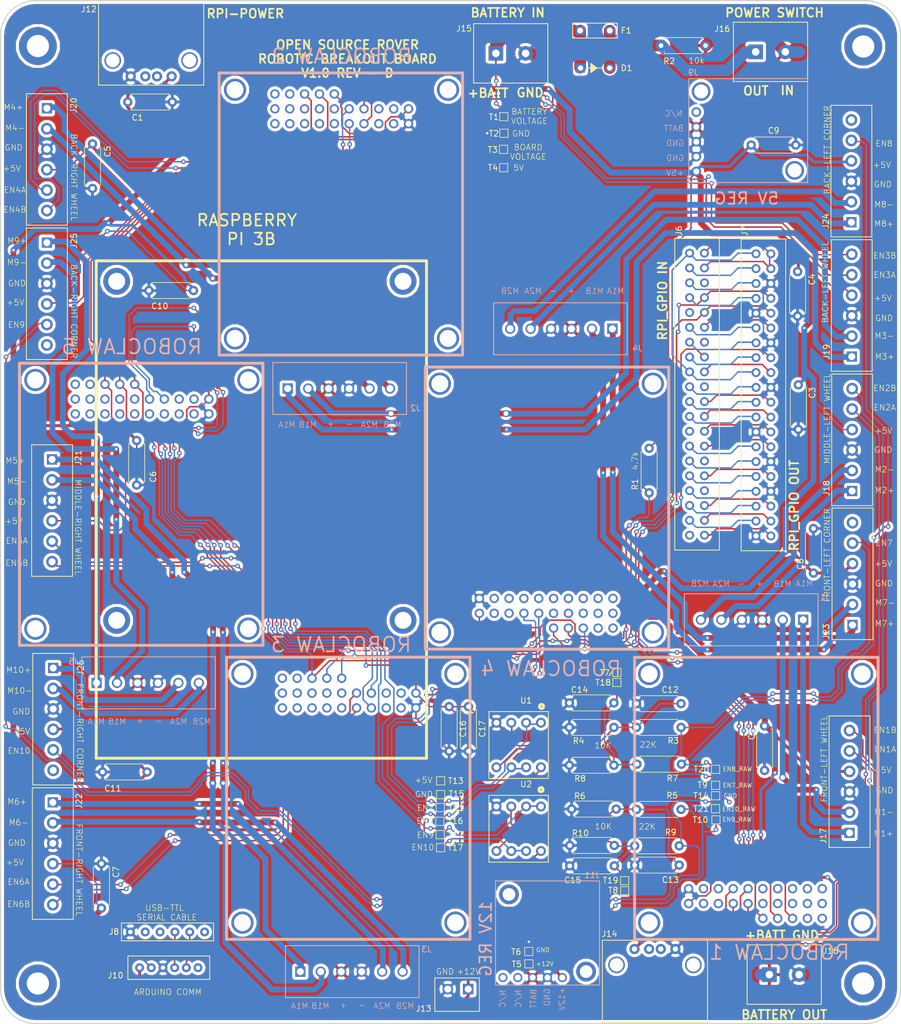
<source format=kicad_pcb>
(kicad_pcb (version 20171130) (host pcbnew "(5.0.2)-1")
  (layers (0 F.Cu signal) (31 B.Cu signal) (34 B.Paste user) (35 F.Paste user) (36 B.SilkS user) (37 F.SilkS user) (38 B.Mask user) (39 F.Mask user hide) (44 Edge.Cuts user))
  (net 0 "")
  (net 1 /RC1M1A)
  (net 2 /RC1M1B)
  (net 3 /RC1EN1A)
  (net 4 /RC1EN1B)
  (net 5 /RC1EN2B)
  (net 6 /RC1EN2A)
  (net 7 /RC1M2B)
  (net 8 /RC1M2A)
  (net 9 /RC2M2B)
  (net 10 /RC2M2A)
  (net 11 /RC2M1B)
  (net 12 /RC2M1A)
  (net 13 /RC2EN1A)
  (net 14 /RC2EN2A)
  (net 15 /RC2EN2B)
  (net 16 /RC2EN1B)
  (net 17 /RC4EN1A_RAW)
  (net 18 GND)
  (net 19 /RC5EN1A_RAW)
  (net 20 /RC4EN2A_RAW)
  (net 21 /RC5EN2A_RAW)
  (net 22 /RXD)
  (net 23 +5V)
  (net 24 /TXD)
  (net 25 /5REG_EN)
  (net 26 +BATT)
  (net 27 /RC4EN1A)
  (net 28 /RC4EN2A)
  (net 29 /RC3EN1B)
  (net 30 /RC3EN2B)
  (net 31 /RC3EN2A)
  (net 32 /RC3EN1A)
  (net 33 /RC5EN2A)
  (net 34 /RC5EN1A)
  (net 35 /RC4M2A)
  (net 36 /RC4M2B)
  (net 37 /RC5M1A)
  (net 38 /RC5M2A)
  (net 39 /RC5M2B)
  (net 40 /RC4M1B)
  (net 41 /RC4M1A)
  (net 42 /RC3M2A)
  (net 43 /RC3M2B)
  (net 44 /RC3M1B)
  (net 45 /RC3M1A)
  (net 46 /RC5M1B)
  (net 47 "Net-(RC5-Pad3)")
  (net 48 "Net-(RC5-Pad4)")
  (net 49 "Net-(RC5-Pad5)")
  (net 50 "Net-(RC5-Pad6)")
  (net 51 "Net-(RC5-Pad11)")
  (net 52 "Net-(RC5-Pad12)")
  (net 53 "Net-(RC5-Pad13)")
  (net 54 "Net-(RC5-Pad14)")
  (net 55 "Net-(RC5-Pad15)")
  (net 56 "Net-(RC5-Pad16)")
  (net 57 "Net-(RC5-Pad17)")
  (net 58 "Net-(RC5-Pad18)")
  (net 59 "Net-(RC5-Pad19)")
  (net 60 "Net-(RC5-Pad20)")
  (net 61 "Net-(RC5-Pad24)")
  (net 62 "Net-(RC5-Pad25)")
  (net 63 "Net-(RC1-Pad25)")
  (net 64 "Net-(RC1-Pad24)")
  (net 65 "Net-(RC1-Pad20)")
  (net 66 "Net-(RC1-Pad19)")
  (net 67 "Net-(RC1-Pad18)")
  (net 68 "Net-(RC1-Pad17)")
  (net 69 "Net-(RC1-Pad16)")
  (net 70 "Net-(RC1-Pad15)")
  (net 71 "Net-(RC1-Pad14)")
  (net 72 "Net-(RC1-Pad13)")
  (net 73 "Net-(RC1-Pad12)")
  (net 74 "Net-(RC1-Pad11)")
  (net 75 "Net-(RC1-Pad6)")
  (net 76 "Net-(RC1-Pad5)")
  (net 77 "Net-(RC1-Pad4)")
  (net 78 "Net-(RC1-Pad3)")
  (net 79 "Net-(RC2-Pad3)")
  (net 80 "Net-(RC2-Pad4)")
  (net 81 "Net-(RC2-Pad5)")
  (net 82 "Net-(RC2-Pad6)")
  (net 83 "Net-(RC2-Pad11)")
  (net 84 "Net-(RC2-Pad12)")
  (net 85 "Net-(RC2-Pad13)")
  (net 86 "Net-(RC2-Pad14)")
  (net 87 "Net-(RC2-Pad15)")
  (net 88 "Net-(RC2-Pad16)")
  (net 89 "Net-(RC2-Pad17)")
  (net 90 "Net-(RC2-Pad18)")
  (net 91 "Net-(RC2-Pad19)")
  (net 92 "Net-(RC2-Pad20)")
  (net 93 "Net-(RC2-Pad24)")
  (net 94 "Net-(RC2-Pad25)")
  (net 95 "Net-(RC3-Pad25)")
  (net 96 "Net-(RC3-Pad24)")
  (net 97 "Net-(RC3-Pad20)")
  (net 98 "Net-(RC3-Pad19)")
  (net 99 "Net-(RC3-Pad18)")
  (net 100 "Net-(RC3-Pad17)")
  (net 101 "Net-(RC3-Pad16)")
  (net 102 "Net-(RC3-Pad15)")
  (net 103 "Net-(RC3-Pad14)")
  (net 104 "Net-(RC3-Pad13)")
  (net 105 "Net-(RC3-Pad12)")
  (net 106 "Net-(RC3-Pad11)")
  (net 107 "Net-(RC3-Pad6)")
  (net 108 "Net-(RC3-Pad5)")
  (net 109 "Net-(RC3-Pad4)")
  (net 110 "Net-(RC3-Pad3)")
  (net 111 "Net-(RC4-Pad3)")
  (net 112 "Net-(RC4-Pad4)")
  (net 113 "Net-(RC4-Pad5)")
  (net 114 "Net-(RC4-Pad6)")
  (net 115 "Net-(RC4-Pad11)")
  (net 116 "Net-(RC4-Pad12)")
  (net 117 "Net-(RC4-Pad13)")
  (net 118 "Net-(RC4-Pad14)")
  (net 119 "Net-(RC4-Pad15)")
  (net 120 "Net-(RC4-Pad16)")
  (net 121 "Net-(RC4-Pad17)")
  (net 122 "Net-(RC4-Pad18)")
  (net 123 "Net-(RC4-Pad19)")
  (net 124 "Net-(RC4-Pad20)")
  (net 125 "Net-(RC4-Pad24)")
  (net 126 "Net-(RC4-Pad25)")
  (net 127 /3.3V)
  (net 128 /PI_5V)
  (net 129 /SDA1)
  (net 130 /SCL1)
  (net 131 /GPIO_CLK)
  (net 132 /GPIO_GEN0)
  (net 133 /GPIO_GEN1)
  (net 134 /GPIO_GEN2)
  (net 135 /GPIO_GEN3)
  (net 136 /GPIO_GEN5)
  (net 137 /SPI_MOSI)
  (net 138 /SPI_MISO)
  (net 139 /GPIO_GEN6)
  (net 140 /SPI_CLK)
  (net 141 /SPI_CEO_N)
  (net 142 /GPI_CE1_N)
  (net 143 /I2C_ID1)
  (net 144 /I2C_ID2)
  (net 145 /GPIO05)
  (net 146 /GPIO06)
  (net 147 /GPIO12)
  (net 148 /GPIO13)
  (net 149 /GPIO19)
  (net 150 /GPIO16)
  (net 151 /GPIO26)
  (net 152 /GPIO20)
  (net 153 /GPIO21)
  (net 154 "Net-(D1-Pad2)")
  (net 155 "Net-(D1-Pad1)")
  (net 156 "Net-(C15-Pad2)")
  (net 157 "Net-(C14-Pad2)")
  (net 158 "Net-(C13-Pad2)")
  (net 159 "Net-(C12-Pad2)")
  (net 160 /E_STOP)
  (net 161 "Net-(RC5-Pad10)")
  (net 162 "Net-(RC5-Pad8)")
  (net 163 "Net-(RC4-Pad10)")
  (net 164 "Net-(RC4-Pad8)")
  (net 165 +12V)
  (net 166 /PG)
  (net 167 /12REG_EN)
  (net 168 /CTS#)
  (net 169 /TTL_RXD)
  (net 170 /TTL_TXD)
  (net 171 /RTS#)
  (net 172 "Net-(J6-Pad6)")
  (net 173 "Net-(J6-Pad9)")
  (net 174 "Net-(J6-Pad14)")
  (net 175 "Net-(J6-Pad20)")
  (net 176 "Net-(J6-Pad25)")
  (net 177 "Net-(J6-Pad30)")
  (net 178 "Net-(J6-Pad34)")
  (net 179 "Net-(J6-Pad39)")
  (net 180 "Net-(J7-Pad16)")
  (net 181 "Net-(J12-Pad2)")
  (net 182 "Net-(J12-Pad3)")
  (net 183 "Net-(J23-Pad6)")
  (net 184 "Net-(J26-Pad6)")
  (net 185 "Net-(J24-Pad6)")
  (net 186 "Net-(J25-Pad6)")
  (net 187 "Net-(J8-Pad3)")
  (net 188 "Net-(J10-Pad6)")
  (net 189 "Net-(J14-Pad2)")
  (net 190 "Net-(J14-Pad3)")
  (net 191 "Net-(T19-Pad1)")
  (net 192 "Net-(T3-Pad1)")
  (net 193 "Net-(T14-Pad1)")
  (module "JPL Robotics:455-1708-ND" (layer F.Cu) (at 22.7838 -8.5471)
    (fp_text reference J10 (at -4.1148 1.3208) (layer F.SilkS))
    (fp_text value 6posheader)
    (pad 1 thru_hole circle (at 0 0) (size 1.524 1.524) (drill 0.762) (layers *.Cu *.Mask) (net 165 +12V))
    (pad 2 thru_hole circle (at 2 0) (size 1.524 1.524) (drill 0.762) (layers *.Cu *.Mask) (net 23 +5V))
    (pad 3 thru_hole circle (at 4 0) (size 1.524 1.524) (drill 0.762) (layers *.Cu *.Mask) (net 18 GND))
    (pad 4 thru_hole circle (at 6 0) (size 1.524 1.524) (drill 0.762) (layers *.Cu *.Mask) (net 170 /TTL_TXD))
    (pad 5 thru_hole circle (at 8 0) (size 1.524 1.524) (drill 0.762) (layers *.Cu *.Mask) (net 169 /TTL_RXD))
    (pad 6 thru_hole circle (at 10 0) (size 1.524 1.524) (drill 0.762) (layers *.Cu *.Mask) (net 188 "Net-(J10-Pad6)"))
  )
  (module "JPL Robotics:AE9986-ND" (layer F.Cu) (at 91.4654 -36.1315 180)
    (fp_text reference U2 (at 2.54 3.81 180) (layer F.SilkS))
    (fp_text value LM358-N)
    (pad 8 thru_hole circle (at 0 -7.62 180) (size 1.7 1.7) (drill 1) (layers *.Cu *.Mask) (net 23 +5V))
    (pad 7 thru_hole circle (at 2.54 -7.62 180) (size 1.7 1.7) (drill 1) (layers *.Cu *.Mask) (net 33 /RC5EN2A))
    (pad 6 thru_hole circle (at 5.08 -7.62 180) (size 1.7 1.7) (drill 1) (layers *.Cu *.Mask) (net 33 /RC5EN2A))
    (pad 5 thru_hole circle (at 7.62 -7.62 180) (size 1.7 1.7) (drill 1) (layers *.Cu *.Mask) (net 156 "Net-(C15-Pad2)"))
    (pad 4 thru_hole circle (at 7.62 0 180) (size 1.7 1.7) (drill 1) (layers *.Cu *.Mask) (net 18 GND))
    (pad 3 thru_hole circle (at 5.08 0 180) (size 1.7 1.7) (drill 1) (layers *.Cu *.Mask) (net 158 "Net-(C13-Pad2)"))
    (pad 2 thru_hole circle (at 2.54 0 180) (size 1.7 1.7) (drill 1) (layers *.Cu *.Mask) (net 34 /RC5EN1A))
    (pad 1 thru_hole circle (at 0 0 180) (size 1.7 1.7) (drill 1) (layers *.Cu *.Mask) (net 34 /RC5EN1A))
  )
  (module "JPL Robotics:AE9986-ND" (layer F.Cu) (at 91.4654 -50.4571 180)
    (fp_text reference U1 (at 2.54 3.81 180) (layer F.SilkS))
    (fp_text value LM358-N)
    (pad 1 thru_hole circle (at 0 0 180) (size 1.7 1.7) (drill 1) (layers *.Cu *.Mask) (net 27 /RC4EN1A))
    (pad 2 thru_hole circle (at 2.54 0 180) (size 1.7 1.7) (drill 1) (layers *.Cu *.Mask) (net 27 /RC4EN1A))
    (pad 3 thru_hole circle (at 5.08 0 180) (size 1.7 1.7) (drill 1) (layers *.Cu *.Mask) (net 159 "Net-(C12-Pad2)"))
    (pad 4 thru_hole circle (at 7.62 0 180) (size 1.7 1.7) (drill 1) (layers *.Cu *.Mask) (net 18 GND))
    (pad 5 thru_hole circle (at 7.62 -7.62 180) (size 1.7 1.7) (drill 1) (layers *.Cu *.Mask) (net 157 "Net-(C14-Pad2)"))
    (pad 6 thru_hole circle (at 5.08 -7.62 180) (size 1.7 1.7) (drill 1) (layers *.Cu *.Mask) (net 28 /RC4EN2A))
    (pad 7 thru_hole circle (at 2.54 -7.62 180) (size 1.7 1.7) (drill 1) (layers *.Cu *.Mask) (net 28 /RC4EN2A))
    (pad 8 thru_hole circle (at 0 -7.62 180) (size 1.7 1.7) (drill 1) (layers *.Cu *.Mask) (net 23 +5V))
  )
  (module "JPL Robotics:ED1501-ND" (layer F.Cu) (at 79.0194 -4.8895 180)
    (fp_text reference J13 (at 7.62 -3.3528 180) (layer F.SilkS))
    (fp_text value ED1501-ND)
    (pad 2 thru_hole circle (at 3.5 0 180) (size 1.8 1.8) (drill 1.2) (layers *.Cu *.Mask) (net 18 GND))
    (pad 1 thru_hole rect (at 0 0 180) (size 1.8 1.8) (drill 1.2) (layers *.Cu *.Mask) (net 165 +12V))
  )
  (module "JPL Robotics:ED2989-ND USB Conn" (layer F.Cu) (at 110.9726 -11.7475)
    (fp_text reference J14 (at -7.7724 -2.5908) (layer F.SilkS))
    (fp_text value ED2989-ND-USB)
    (pad "" np_thru_hole circle (at 6.57 2.71) (size 2.85 2.85) (drill 2.3) (layers *.Cu *.Mask))
    (pad "" np_thru_hole circle (at -6.57 2.71) (size 2.85 2.85) (drill 2.3) (layers *.Cu *.Mask))
    (pad 4 thru_hole circle (at 3.5 0 90) (size 1.75 1.75) (drill 0.92) (layers *.Cu *.Mask) (net 18 GND))
    (pad 3 thru_hole circle (at 1 0) (size 1.75 1.75) (drill 0.92) (layers *.Cu *.Mask) (net 190 "Net-(J14-Pad3)"))
    (pad 2 thru_hole circle (at -1 0) (size 1.75 1.75) (drill 0.92) (layers *.Cu *.Mask) (net 189 "Net-(J14-Pad2)"))
    (pad 1 thru_hole circle (at -3.5 0) (size 1.75 1.75) (drill 0.92) (layers *.Cu *.Mask) (net 23 +5V))
  )
  (module "JPL Robotics:D24V22F12 Regulator" (layer F.Cu) (at 84.963 -6.858)
    (fp_text reference J11 (at 15.24 -17.5387) (layer B.SilkS) (effects (justify mirror)))
    (fp_text value S7038-ND)
    (pad 5 thru_hole circle (at 10.16 0) (size 1.56 1.56) (drill 1.02) (layers *.Cu *.Mask) (net 165 +12V))
    (pad 4 thru_hole circle (at 7.62 0) (size 1.56 1.56) (drill 1.02) (layers *.Cu *.Mask) (net 18 GND))
    (pad 3 thru_hole circle (at 5.08 0) (size 1.56 1.56) (drill 1.02) (layers *.Cu *.Mask) (net 26 +BATT))
    (pad 2 thru_hole circle (at 2.54 0) (size 1.56 1.56) (drill 1.02) (layers *.Cu *.Mask) (net 167 /12REG_EN))
    (pad 1 thru_hole circle (at 0 0) (size 1.56 1.56) (drill 1.02) (layers *.Cu *.Mask) (net 166 /PG))
    (pad "" np_thru_hole circle (at 1.03 -14.23) (size 3.4 3.4) (drill 2.18) (layers *.Cu *.Mask))
    (pad "" np_thru_hole circle (at 14.23 -1.03) (size 3.4 3.4) (drill 2.18) (layers *.Cu *.Mask))
  )
  (module Resistor_THT:R_Axial_DIN0207_L6.3mm_D2.5mm_P7.62mm_Horizontal (layer F.Cu) (at 79.0575 -53.213 270)
    (fp_text reference C17 (at 3.81 -2.37 270) (layer F.SilkS))
    (fp_text value 100nf)
    (pad 2 thru_hole oval (at 7.62 0 270) (size 1.6 1.6) (drill 0.8) (layers *.Cu *.Mask) (net 18 GND))
    (pad 1 thru_hole circle (at 0 0 270) (size 1.6 1.6) (drill 0.8) (layers *.Cu *.Mask) (net 23 +5V))
  )
  (module "JPL Robotics:6x1 Header Pin 0.1 Pitch" (layer F.Cu) (at 21.209 -14.6685)
    (fp_text reference J8 (at -2.794 -0.0254) (layer F.SilkS))
    (fp_text value 6posheader)
    (pad 6 thru_hole circle (at 12.7 0) (size 1.524 1.524) (drill 0.762) (layers *.Cu *.Mask) (net 171 /RTS#))
    (pad 5 thru_hole circle (at 10.16 0) (size 1.524 1.524) (drill 0.762) (layers *.Cu *.Mask) (net 169 /TTL_RXD))
    (pad 4 thru_hole circle (at 7.62 0) (size 1.524 1.524) (drill 0.762) (layers *.Cu *.Mask) (net 170 /TTL_TXD))
    (pad 3 thru_hole circle (at 5.08 0) (size 1.524 1.524) (drill 0.762) (layers *.Cu *.Mask) (net 187 "Net-(J8-Pad3)"))
    (pad 2 thru_hole circle (at 2.54 0) (size 1.524 1.524) (drill 0.762) (layers *.Cu *.Mask) (net 168 /CTS#))
    (pad 1 thru_hole circle (at 0 0) (size 1.524 1.524) (drill 0.762) (layers *.Cu *.Mask) (net 18 GND))
  )
  (module "JPL Robotics:ED2580-ND" (layer F.Cu) (at 83.7565 -164.973)
    (fp_text reference J15 (at -5.4483 -4.2545) (layer F.SilkS))
    (fp_text value ED2580-ND)
    (pad 2 thru_hole circle (at 5.08 0) (size 2.5 2.5) (drill 1.3) (layers *.Cu *.Mask) (net 18 GND))
    (pad 1 thru_hole rect (at 0 0) (size 2.5 2.5) (drill 1.3) (layers *.Cu *.Mask) (net 155 "Net-(D1-Pad1)"))
  )
  (module "JPL Robotics:ED2627-ND" (layer F.Cu) (at 15.4305 -57.277)
    (fp_text reference J5 (at -3.9243 -3.6449) (layer B.SilkS) (effects (justify mirror)))
    (fp_text value ED2627-ND hide)
    (pad 6 thru_hole circle (at 17.5 0) (size 1.75 1.75) (drill 1.2) (layers *.Cu *.Mask) (net 39 /RC5M2B))
    (pad 5 thru_hole circle (at 14 0) (size 1.75 1.75) (drill 1.2) (layers *.Cu *.Mask) (net 38 /RC5M2A))
    (pad 4 thru_hole circle (at 10.5 0) (size 1.75 1.75) (drill 1.2) (layers *.Cu *.Mask) (net 18 GND))
    (pad 3 thru_hole circle (at 7 0) (size 1.75 1.75) (drill 1.2) (layers *.Cu *.Mask) (net 26 +BATT))
    (pad 2 thru_hole circle (at 3.5 0) (size 1.75 1.75) (drill 1.2) (layers *.Cu *.Mask) (net 46 /RC5M1B))
    (pad 1 thru_hole rect (at 0 0) (size 1.75 1.75) (drill 1.2) (layers *.Cu *.Mask) (net 37 /RC5M1A))
  )
  (module "JPL Robotics:ED2627-ND" (layer F.Cu) (at 136.3345 -68.072 180)
    (fp_text reference J1 (at -3.6957 3.8227 180) (layer B.SilkS) (effects (justify mirror)))
    (fp_text value ED2627-ND hide)
    (pad 6 thru_hole circle (at 17.5 0 180) (size 1.75 1.75) (drill 1.2) (layers *.Cu *.Mask) (net 7 /RC1M2B))
    (pad 5 thru_hole circle (at 14 0 180) (size 1.75 1.75) (drill 1.2) (layers *.Cu *.Mask) (net 8 /RC1M2A))
    (pad 4 thru_hole circle (at 10.5 0 180) (size 1.75 1.75) (drill 1.2) (layers *.Cu *.Mask) (net 18 GND))
    (pad 3 thru_hole circle (at 7 0 180) (size 1.75 1.75) (drill 1.2) (layers *.Cu *.Mask) (net 26 +BATT))
    (pad 2 thru_hole circle (at 3.5 0 180) (size 1.75 1.75) (drill 1.2) (layers *.Cu *.Mask) (net 2 /RC1M1B))
    (pad 1 thru_hole rect (at 0 0 180) (size 1.75 1.75) (drill 1.2) (layers *.Cu *.Mask) (net 1 /RC1M1A))
  )
  (module "JPL Robotics:ED2627-ND" (layer F.Cu) (at 103.6955 -117.856 180)
    (fp_text reference J4 (at -4.2799 -3.3401 180) (layer B.SilkS) (effects (justify mirror)))
    (fp_text value ED2627-ND hide)
    (pad 6 thru_hole circle (at 17.5 0 180) (size 1.75 1.75) (drill 1.2) (layers *.Cu *.Mask) (net 36 /RC4M2B))
    (pad 5 thru_hole circle (at 14 0 180) (size 1.75 1.75) (drill 1.2) (layers *.Cu *.Mask) (net 35 /RC4M2A))
    (pad 4 thru_hole circle (at 10.5 0 180) (size 1.75 1.75) (drill 1.2) (layers *.Cu *.Mask) (net 18 GND))
    (pad 3 thru_hole circle (at 7 0 180) (size 1.75 1.75) (drill 1.2) (layers *.Cu *.Mask) (net 26 +BATT))
    (pad 2 thru_hole circle (at 3.5 0 180) (size 1.75 1.75) (drill 1.2) (layers *.Cu *.Mask) (net 40 /RC4M1B))
    (pad 1 thru_hole rect (at 0 0 180) (size 1.75 1.75) (drill 1.2) (layers *.Cu *.Mask) (net 41 /RC4M1A))
  )
  (module "JPL Robotics:ED2744-ND" (layer F.Cu) (at 144.272 -31.623 90)
    (fp_text reference J17 (at -0.5207 -4.4958 90) (layer F.SilkS))
    (fp_text value ED2744-ND hide)
    (pad 6 thru_hole circle (at 17.5 0 90) (size 2 2) (drill 1.2) (layers *.Cu *.Mask) (net 4 /RC1EN1B))
    (pad 5 thru_hole circle (at 14 0 90) (size 2 2) (drill 1.2) (layers *.Cu *.Mask) (net 3 /RC1EN1A))
    (pad 4 thru_hole circle (at 10.5 0 90) (size 2 2) (drill 1.2) (layers *.Cu *.Mask) (net 23 +5V))
    (pad 3 thru_hole circle (at 7 0 90) (size 2 2) (drill 1.2) (layers *.Cu *.Mask) (net 18 GND))
    (pad 2 thru_hole circle (at 3.5 0 90) (size 2 2) (drill 1.2) (layers *.Cu *.Mask) (net 2 /RC1M1B))
    (pad 1 thru_hole rect (at 0 0 90) (size 1.75 1.75) (drill 1.2) (layers *.Cu *.Mask) (net 1 /RC1M1A))
  )
  (module "JPL Robotics:ED2744-ND" (layer F.Cu) (at 6.9215 -132.588 270)
    (fp_text reference J25 (at -0.3175 -4.6355 90) (layer F.SilkS))
    (fp_text value ED2744-ND hide)
    (pad 6 thru_hole circle (at 17.5 0 270) (size 2 2) (drill 1.2) (layers *.Cu *.Mask) (net 186 "Net-(J25-Pad6)"))
    (pad 5 thru_hole circle (at 14 0 270) (size 2 2) (drill 1.2) (layers *.Cu *.Mask) (net 19 /RC5EN1A_RAW))
    (pad 4 thru_hole circle (at 10.5 0 270) (size 2 2) (drill 1.2) (layers *.Cu *.Mask) (net 23 +5V))
    (pad 3 thru_hole circle (at 7 0 270) (size 2 2) (drill 1.2) (layers *.Cu *.Mask) (net 18 GND))
    (pad 2 thru_hole circle (at 3.5 0 270) (size 2 2) (drill 1.2) (layers *.Cu *.Mask) (net 46 /RC5M1B))
    (pad 1 thru_hole rect (at 0 0 270) (size 1.75 1.75) (drill 1.2) (layers *.Cu *.Mask) (net 37 /RC5M1A))
  )
  (module "JPL Robotics:ED2744-ND" (layer F.Cu) (at 7.8105 -95.504 270)
    (fp_text reference J21 (at -0.2667 -4.5085 270) (layer F.SilkS))
    (fp_text value ED2744-ND hide)
    (pad 6 thru_hole circle (at 17.5 0 270) (size 2 2) (drill 1.2) (layers *.Cu *.Mask) (net 29 /RC3EN1B))
    (pad 5 thru_hole circle (at 14 0 270) (size 2 2) (drill 1.2) (layers *.Cu *.Mask) (net 32 /RC3EN1A))
    (pad 4 thru_hole circle (at 10.5 0 270) (size 2 2) (drill 1.2) (layers *.Cu *.Mask) (net 23 +5V))
    (pad 3 thru_hole circle (at 7 0 270) (size 2 2) (drill 1.2) (layers *.Cu *.Mask) (net 18 GND))
    (pad 2 thru_hole circle (at 3.5 0 270) (size 2 2) (drill 1.2) (layers *.Cu *.Mask) (net 44 /RC3M1B))
    (pad 1 thru_hole rect (at 0 0 270) (size 1.75 1.75) (drill 1.2) (layers *.Cu *.Mask) (net 45 /RC3M1A))
  )
  (module "JPL Robotics:ED2744-ND" (layer F.Cu) (at 6.9215 -155.575 270)
    (fp_text reference J20 (at -0.4953 -4.5847 270) (layer F.SilkS))
    (fp_text value ED2744-ND hide)
    (pad 6 thru_hole circle (at 17.5 0 270) (size 2 2) (drill 1.2) (layers *.Cu *.Mask) (net 15 /RC2EN2B))
    (pad 5 thru_hole circle (at 14 0 270) (size 2 2) (drill 1.2) (layers *.Cu *.Mask) (net 14 /RC2EN2A))
    (pad 4 thru_hole circle (at 10.5 0 270) (size 2 2) (drill 1.2) (layers *.Cu *.Mask) (net 23 +5V))
    (pad 3 thru_hole circle (at 7 0 270) (size 2 2) (drill 1.2) (layers *.Cu *.Mask) (net 18 GND))
    (pad 2 thru_hole circle (at 3.5 0 270) (size 2 2) (drill 1.2) (layers *.Cu *.Mask) (net 9 /RC2M2B))
    (pad 1 thru_hole rect (at 0 0 270) (size 1.75 1.75) (drill 1.2) (layers *.Cu *.Mask) (net 10 /RC2M2A))
  )
  (module "JPL Robotics:ED2744-ND" (layer F.Cu) (at 144.653 -113.0935 90)
    (fp_text reference J19 (at 0.8128 -4.318 90) (layer F.SilkS))
    (fp_text value ED2744-ND hide)
    (pad 6 thru_hole circle (at 17.5 0 90) (size 2 2) (drill 1.2) (layers *.Cu *.Mask) (net 16 /RC2EN1B))
    (pad 5 thru_hole circle (at 14 0 90) (size 2 2) (drill 1.2) (layers *.Cu *.Mask) (net 13 /RC2EN1A))
    (pad 4 thru_hole circle (at 10.5 0 90) (size 2 2) (drill 1.2) (layers *.Cu *.Mask) (net 23 +5V))
    (pad 3 thru_hole circle (at 7 0 90) (size 2 2) (drill 1.2) (layers *.Cu *.Mask) (net 18 GND))
    (pad 2 thru_hole circle (at 3.5 0 90) (size 2 2) (drill 1.2) (layers *.Cu *.Mask) (net 11 /RC2M1B))
    (pad 1 thru_hole rect (at 0 0 90) (size 1.75 1.75) (drill 1.2) (layers *.Cu *.Mask) (net 12 /RC2M1A))
  )
  (module "JPL Robotics:ED2744-ND" (layer F.Cu) (at 144.5895 -136.0805 90)
    (fp_text reference J24 (at 0.1778 -4.3561 90) (layer F.SilkS))
    (fp_text value ED2744-ND hide)
    (pad 6 thru_hole circle (at 17.5 0 90) (size 2 2) (drill 1.2) (layers *.Cu *.Mask) (net 185 "Net-(J24-Pad6)"))
    (pad 5 thru_hole circle (at 14 0 90) (size 2 2) (drill 1.2) (layers *.Cu *.Mask) (net 20 /RC4EN2A_RAW))
    (pad 4 thru_hole circle (at 10.5 0 90) (size 2 2) (drill 1.2) (layers *.Cu *.Mask) (net 23 +5V))
    (pad 3 thru_hole circle (at 7 0 90) (size 2 2) (drill 1.2) (layers *.Cu *.Mask) (net 18 GND))
    (pad 2 thru_hole circle (at 3.5 0 90) (size 2 2) (drill 1.2) (layers *.Cu *.Mask) (net 36 /RC4M2B))
    (pad 1 thru_hole rect (at 0 0 90) (size 1.75 1.75) (drill 1.2) (layers *.Cu *.Mask) (net 35 /RC4M2A))
  )
  (module "JPL Robotics:ED2744-ND" (layer F.Cu) (at 7.9375 -36.83 270)
    (fp_text reference J22 (at -0.2159 -4.4831 270) (layer F.SilkS))
    (fp_text value ED2744-ND hide)
    (pad 6 thru_hole circle (at 17.5 0 270) (size 2 2) (drill 1.2) (layers *.Cu *.Mask) (net 30 /RC3EN2B))
    (pad 5 thru_hole circle (at 14 0 270) (size 2 2) (drill 1.2) (layers *.Cu *.Mask) (net 31 /RC3EN2A))
    (pad 4 thru_hole circle (at 10.5 0 270) (size 2 2) (drill 1.2) (layers *.Cu *.Mask) (net 23 +5V))
    (pad 3 thru_hole circle (at 7 0 270) (size 2 2) (drill 1.2) (layers *.Cu *.Mask) (net 18 GND))
    (pad 2 thru_hole circle (at 3.5 0 270) (size 2 2) (drill 1.2) (layers *.Cu *.Mask) (net 43 /RC3M2B))
    (pad 1 thru_hole rect (at 0 0 270) (size 1.75 1.75) (drill 1.2) (layers *.Cu *.Mask) (net 42 /RC3M2A))
  )
  (module "JPL Robotics:ED2744-ND" (layer F.Cu) (at 144.7165 -90.1065 90)
    (fp_text reference J18 (at 0.4826 -4.3815 90) (layer F.SilkS))
    (fp_text value ED2744-ND hide)
    (pad 6 thru_hole circle (at 17.5 0 90) (size 2 2) (drill 1.2) (layers *.Cu *.Mask) (net 5 /RC1EN2B))
    (pad 5 thru_hole circle (at 14 0 90) (size 2 2) (drill 1.2) (layers *.Cu *.Mask) (net 6 /RC1EN2A))
    (pad 4 thru_hole circle (at 10.5 0 90) (size 2 2) (drill 1.2) (layers *.Cu *.Mask) (net 23 +5V))
    (pad 3 thru_hole circle (at 7 0 90) (size 2 2) (drill 1.2) (layers *.Cu *.Mask) (net 18 GND))
    (pad 2 thru_hole circle (at 3.5 0 90) (size 2 2) (drill 1.2) (layers *.Cu *.Mask) (net 7 /RC1M2B))
    (pad 1 thru_hole rect (at 0 0 90) (size 1.75 1.75) (drill 1.2) (layers *.Cu *.Mask) (net 8 /RC1M2A))
  )
  (module "JPL Robotics:ED2744-ND" (layer F.Cu) (at 144.78 -67.183 90)
    (fp_text reference J23 (at -1.1303 -4.4958 90) (layer F.SilkS))
    (fp_text value ED2744-ND hide)
    (pad 6 thru_hole circle (at 17.5 0 90) (size 2 2) (drill 1.2) (layers *.Cu *.Mask) (net 183 "Net-(J23-Pad6)"))
    (pad 5 thru_hole circle (at 14 0 90) (size 2 2) (drill 1.2) (layers *.Cu *.Mask) (net 17 /RC4EN1A_RAW))
    (pad 4 thru_hole circle (at 10.5 0 90) (size 2 2) (drill 1.2) (layers *.Cu *.Mask) (net 23 +5V))
    (pad 3 thru_hole circle (at 7 0 90) (size 2 2) (drill 1.2) (layers *.Cu *.Mask) (net 18 GND))
    (pad 2 thru_hole circle (at 3.5 0 90) (size 2 2) (drill 1.2) (layers *.Cu *.Mask) (net 40 /RC4M1B))
    (pad 1 thru_hole rect (at 0 0 90) (size 1.75 1.75) (drill 1.2) (layers *.Cu *.Mask) (net 41 /RC4M1A))
  )
  (module "JPL Robotics:ED2989-ND USB Conn" (layer F.Cu) (at 24.765 -161.036 180)
    (fp_text reference J12 (at 10.668 11.4935 180) (layer F.SilkS))
    (fp_text value ED2989-ND-USB)
    (pad "" np_thru_hole circle (at 6.57 2.71 180) (size 2.85 2.85) (drill 2.3) (layers *.Cu *.Mask))
    (pad "" np_thru_hole circle (at -6.57 2.71 180) (size 2.85 2.85) (drill 2.3) (layers *.Cu *.Mask))
    (pad 4 thru_hole circle (at 3.5 0 270) (size 1.75 1.75) (drill 0.92) (layers *.Cu *.Mask) (net 18 GND))
    (pad 3 thru_hole circle (at 1 0 180) (size 1.75 1.75) (drill 0.92) (layers *.Cu *.Mask) (net 182 "Net-(J12-Pad3)"))
    (pad 2 thru_hole circle (at -1 0 180) (size 1.75 1.75) (drill 0.92) (layers *.Cu *.Mask) (net 181 "Net-(J12-Pad2)"))
    (pad 1 thru_hole circle (at -3.5 0 180) (size 1.75 1.75) (drill 0.92) (layers *.Cu *.Mask) (net 23 +5V))
  )
  (module "JPL Robotics:Raspberry pi footprint" (layer F.Cu) (at 15.367 -129.4765 270)
    (fp_text reference M1 hide)
    (fp_text value Mounting_Holes)
    (pad "" np_thru_hole circle (at 61.5 -3.5 270) (size 4.6 4.6) (drill 2.9) (layers *.Cu *.Mask))
    (pad "" np_thru_hole circle (at 61.5 -52.5 270) (size 4.6 4.6) (drill 2.9) (layers *.Cu *.Mask))
    (pad "" np_thru_hole circle (at 3.5 -52.5 270) (size 4.6 4.6) (drill 2.9) (layers *.Cu *.Mask))
    (pad "" np_thru_hole circle (at 3.5 -3.5 270) (size 4.6 4.6) (drill 2.9) (layers *.Cu *.Mask))
  )
  (module "JPL Robotics:S7038-ND" (layer F.Cu) (at 116.7765 -160.655 270)
    (fp_text reference J9 (at -1.0541 -0.7493) (layer B.SilkS) (effects (justify mirror)))
    (fp_text value S7038-ND hide)
    (pad "" np_thru_hole circle (at 15.7 -18.1 270) (size 3.2 3.2) (drill 2.4) (layers *.Cu *.Mask))
    (pad "" np_thru_hole circle (at 2.2 -2.1 270) (size 3.2 3.2) (drill 2.4) (layers *.Cu *.Mask))
    (pad 5 thru_hole circle (at 15.89 -1.27 270) (size 1.65 1.65) (drill 1.02) (layers *.Cu *.Mask) (net 23 +5V))
    (pad 4 thru_hole circle (at 13.35 -1.27 270) (size 1.65 1.65) (drill 1.02) (layers *.Cu *.Mask) (net 18 GND))
    (pad 3 thru_hole circle (at 10.81 -1.27 270) (size 1.65 1.65) (drill 1.02) (layers *.Cu *.Mask) (net 18 GND))
    (pad 2 thru_hole circle (at 8.27 -1.27 270) (size 1.65 1.65) (drill 1.02) (layers *.Cu *.Mask) (net 26 +BATT))
    (pad 1 thru_hole circle (at 5.73 -1.27 270) (size 1.65 1.65) (drill 1.02) (layers *.Cu *.Mask) (net 25 /5REG_EN))
  )
  (module "JPL Robotics:S9175-ND" (layer F.Cu) (at 128.27 -130.683 270)
    (fp_text reference J7 (at -3.8989 1.905 270) (layer F.SilkS))
    (fp_text value S9175-ND)
    (pad 40 thru_hole circle (at 48.26 -2.54 270) (size 1.524 1.524) (drill 0.9) (layers *.Cu *.Mask) (net 153 /GPIO21))
    (pad 39 thru_hole circle (at 48.26 0 270) (size 1.524 1.524) (drill 0.9) (layers *.Cu *.Mask) (net 18 GND))
    (pad 38 thru_hole circle (at 45.72 -2.54 270) (size 1.524 1.524) (drill 0.9) (layers *.Cu *.Mask) (net 152 /GPIO20))
    (pad 37 thru_hole circle (at 45.72 0 270) (size 1.524 1.524) (drill 0.9) (layers *.Cu *.Mask) (net 151 /GPIO26))
    (pad 36 thru_hole circle (at 43.18 -2.54 270) (size 1.524 1.524) (drill 0.9) (layers *.Cu *.Mask) (net 150 /GPIO16))
    (pad 35 thru_hole circle (at 43.18 0 270) (size 1.524 1.524) (drill 0.9) (layers *.Cu *.Mask) (net 149 /GPIO19))
    (pad 34 thru_hole circle (at 40.64 -2.54 270) (size 1.524 1.524) (drill 0.9) (layers *.Cu *.Mask) (net 18 GND))
    (pad 33 thru_hole circle (at 40.64 0 270) (size 1.524 1.524) (drill 0.9) (layers *.Cu *.Mask) (net 148 /GPIO13))
    (pad 32 thru_hole circle (at 38.1 -2.54 270) (size 1.524 1.524) (drill 0.9) (layers *.Cu *.Mask) (net 147 /GPIO12))
    (pad 31 thru_hole circle (at 38.1 0 270) (size 1.524 1.524) (drill 0.9) (layers *.Cu *.Mask) (net 146 /GPIO06))
    (pad 30 thru_hole circle (at 35.56 -2.54 270) (size 1.524 1.524) (drill 0.9) (layers *.Cu *.Mask) (net 18 GND))
    (pad 29 thru_hole circle (at 35.56 0 270) (size 1.524 1.524) (drill 0.9) (layers *.Cu *.Mask) (net 145 /GPIO05))
    (pad 28 thru_hole circle (at 33.02 -2.54 270) (size 1.524 1.524) (drill 0.9) (layers *.Cu *.Mask) (net 144 /I2C_ID2))
    (pad 27 thru_hole circle (at 33.02 0 270) (size 1.524 1.524) (drill 0.9) (layers *.Cu *.Mask) (net 143 /I2C_ID1))
    (pad 26 thru_hole circle (at 30.48 -2.54 270) (size 1.524 1.524) (drill 0.9) (layers *.Cu *.Mask) (net 142 /GPI_CE1_N))
    (pad 25 thru_hole circle (at 30.48 0 270) (size 1.524 1.524) (drill 0.9) (layers *.Cu *.Mask) (net 18 GND))
    (pad 24 thru_hole circle (at 27.94 -2.54 270) (size 1.524 1.524) (drill 0.9) (layers *.Cu *.Mask) (net 141 /SPI_CEO_N))
    (pad 23 thru_hole circle (at 27.94 0 270) (size 1.524 1.524) (drill 0.9) (layers *.Cu *.Mask) (net 140 /SPI_CLK))
    (pad 22 thru_hole circle (at 25.4 -2.54 270) (size 1.524 1.524) (drill 0.9) (layers *.Cu *.Mask) (net 139 /GPIO_GEN6))
    (pad 21 thru_hole circle (at 25.4 0 270) (size 1.524 1.524) (drill 0.9) (layers *.Cu *.Mask) (net 138 /SPI_MISO))
    (pad 20 thru_hole circle (at 22.86 -2.54 270) (size 1.524 1.524) (drill 0.9) (layers *.Cu *.Mask) (net 18 GND))
    (pad 19 thru_hole circle (at 22.86 0 270) (size 1.524 1.524) (drill 0.9) (layers *.Cu *.Mask) (net 137 /SPI_MOSI))
    (pad 18 thru_hole circle (at 20.32 -2.54 270) (size 1.524 1.524) (drill 0.9) (layers *.Cu *.Mask) (net 136 /GPIO_GEN5))
    (pad 17 thru_hole circle (at 20.32 0 270) (size 1.524 1.524) (drill 0.9) (layers *.Cu *.Mask) (net 127 /3.3V))
    (pad 16 thru_hole circle (at 17.78 -2.54 270) (size 1.524 1.524) (drill 0.9) (layers *.Cu *.Mask) (net 180 "Net-(J7-Pad16)"))
    (pad 15 thru_hole circle (at 17.78 0 270) (size 1.524 1.524) (drill 0.9) (layers *.Cu *.Mask) (net 135 /GPIO_GEN3))
    (pad 14 thru_hole circle (at 15.24 -2.54 270) (size 1.524 1.524) (drill 0.9) (layers *.Cu *.Mask) (net 18 GND))
    (pad 13 thru_hole circle (at 15.24 0 270) (size 1.524 1.524) (drill 0.9) (layers *.Cu *.Mask) (net 134 /GPIO_GEN2))
    (pad 12 thru_hole circle (at 12.7 -2.54 270) (size 1.524 1.524) (drill 0.9) (layers *.Cu *.Mask) (net 133 /GPIO_GEN1))
    (pad 11 thru_hole circle (at 12.7 0 270) (size 1.524 1.524) (drill 0.9) (layers *.Cu *.Mask) (net 132 /GPIO_GEN0))
    (pad 10 thru_hole circle (at 10.16 -2.54 270) (size 1.524 1.524) (drill 0.9) (layers *.Cu *.Mask) (net 22 /RXD))
    (pad 9 thru_hole circle (at 10.16 0 270) (size 1.524 1.524) (drill 0.9) (layers *.Cu *.Mask) (net 18 GND))
    (pad 8 thru_hole circle (at 7.62 -2.54 270) (size 1.524 1.524) (drill 0.9) (layers *.Cu *.Mask) (net 24 /TXD))
    (pad 7 thru_hole circle (at 7.62 0 270) (size 1.524 1.524) (drill 0.9) (layers *.Cu *.Mask) (net 131 /GPIO_CLK))
    (pad 6 thru_hole circle (at 5.08 -2.54 270) (size 1.524 1.524) (drill 0.9) (layers *.Cu *.Mask) (net 18 GND))
    (pad 5 thru_hole circle (at 5.08 0 270) (size 1.524 1.524) (drill 0.9) (layers *.Cu *.Mask) (net 130 /SCL1))
    (pad 4 thru_hole circle (at 2.54 -2.54 270) (size 1.524 1.524) (drill 0.9) (layers *.Cu *.Mask) (net 128 /PI_5V))
    (pad 3 thru_hole circle (at 2.54 0 270) (size 1.524 1.524) (drill 0.9) (layers *.Cu *.Mask) (net 129 /SDA1))
    (pad 2 thru_hole circle (at 0 -2.54 270) (size 1.524 1.524) (drill 0.9) (layers *.Cu *.Mask) (net 128 /PI_5V))
    (pad 1 thru_hole circle (at 0 0 270) (size 1.524 1.524) (drill 0.9) (layers *.Cu *.Mask) (net 127 /3.3V))
  )
  (module "JPL Robotics:S9175-ND" (layer F.Cu) (at 116.9035 -130.8005 270)
    (fp_text reference J6 (at -3.8322 1.8161 270) (layer F.SilkS))
    (fp_text value S9175-ND)
    (pad 40 thru_hole circle (at 48.26 -2.54 270) (size 1.524 1.524) (drill 0.9) (layers *.Cu *.Mask) (net 153 /GPIO21))
    (pad 39 thru_hole circle (at 48.26 0 270) (size 1.524 1.524) (drill 0.9) (layers *.Cu *.Mask) (net 179 "Net-(J6-Pad39)"))
    (pad 38 thru_hole circle (at 45.72 -2.54 270) (size 1.524 1.524) (drill 0.9) (layers *.Cu *.Mask) (net 152 /GPIO20))
    (pad 37 thru_hole circle (at 45.72 0 270) (size 1.524 1.524) (drill 0.9) (layers *.Cu *.Mask) (net 151 /GPIO26))
    (pad 36 thru_hole circle (at 43.18 -2.54 270) (size 1.524 1.524) (drill 0.9) (layers *.Cu *.Mask) (net 150 /GPIO16))
    (pad 35 thru_hole circle (at 43.18 0 270) (size 1.524 1.524) (drill 0.9) (layers *.Cu *.Mask) (net 149 /GPIO19))
    (pad 34 thru_hole circle (at 40.64 -2.54 270) (size 1.524 1.524) (drill 0.9) (layers *.Cu *.Mask) (net 178 "Net-(J6-Pad34)"))
    (pad 33 thru_hole circle (at 40.64 0 270) (size 1.524 1.524) (drill 0.9) (layers *.Cu *.Mask) (net 148 /GPIO13))
    (pad 32 thru_hole circle (at 38.1 -2.54 270) (size 1.524 1.524) (drill 0.9) (layers *.Cu *.Mask) (net 147 /GPIO12))
    (pad 31 thru_hole circle (at 38.1 0 270) (size 1.524 1.524) (drill 0.9) (layers *.Cu *.Mask) (net 146 /GPIO06))
    (pad 30 thru_hole circle (at 35.56 -2.54 270) (size 1.524 1.524) (drill 0.9) (layers *.Cu *.Mask) (net 177 "Net-(J6-Pad30)"))
    (pad 29 thru_hole circle (at 35.56 0 270) (size 1.524 1.524) (drill 0.9) (layers *.Cu *.Mask) (net 145 /GPIO05))
    (pad 28 thru_hole circle (at 33.02 -2.54 270) (size 1.524 1.524) (drill 0.9) (layers *.Cu *.Mask) (net 144 /I2C_ID2))
    (pad 27 thru_hole circle (at 33.02 0 270) (size 1.524 1.524) (drill 0.9) (layers *.Cu *.Mask) (net 143 /I2C_ID1))
    (pad 26 thru_hole circle (at 30.48 -2.54 270) (size 1.524 1.524) (drill 0.9) (layers *.Cu *.Mask) (net 142 /GPI_CE1_N))
    (pad 25 thru_hole circle (at 30.48 0 270) (size 1.524 1.524) (drill 0.9) (layers *.Cu *.Mask) (net 176 "Net-(J6-Pad25)"))
    (pad 24 thru_hole circle (at 27.94 -2.54 270) (size 1.524 1.524) (drill 0.9) (layers *.Cu *.Mask) (net 141 /SPI_CEO_N))
    (pad 23 thru_hole circle (at 27.94 0 270) (size 1.524 1.524) (drill 0.9) (layers *.Cu *.Mask) (net 140 /SPI_CLK))
    (pad 22 thru_hole circle (at 25.4 -2.54 270) (size 1.524 1.524) (drill 0.9) (layers *.Cu *.Mask) (net 139 /GPIO_GEN6))
    (pad 21 thru_hole circle (at 25.4 0 270) (size 1.524 1.524) (drill 0.9) (layers *.Cu *.Mask) (net 138 /SPI_MISO))
    (pad 20 thru_hole circle (at 22.86 -2.54 270) (size 1.524 1.524) (drill 0.9) (layers *.Cu *.Mask) (net 175 "Net-(J6-Pad20)"))
    (pad 19 thru_hole circle (at 22.86 0 270) (size 1.524 1.524) (drill 0.9) (layers *.Cu *.Mask) (net 137 /SPI_MOSI))
    (pad 18 thru_hole circle (at 20.32 -2.54 270) (size 1.524 1.524) (drill 0.9) (layers *.Cu *.Mask) (net 136 /GPIO_GEN5))
    (pad 17 thru_hole circle (at 20.32 0 270) (size 1.524 1.524) (drill 0.9) (layers *.Cu *.Mask) (net 127 /3.3V))
    (pad 16 thru_hole circle (at 17.78 -2.54 270) (size 1.524 1.524) (drill 0.9) (layers *.Cu *.Mask) (net 160 /E_STOP))
    (pad 15 thru_hole circle (at 17.78 0 270) (size 1.524 1.524) (drill 0.9) (layers *.Cu *.Mask) (net 135 /GPIO_GEN3))
    (pad 14 thru_hole circle (at 15.24 -2.54 270) (size 1.524 1.524) (drill 0.9) (layers *.Cu *.Mask) (net 174 "Net-(J6-Pad14)"))
    (pad 13 thru_hole circle (at 15.24 0 270) (size 1.524 1.524) (drill 0.9) (layers *.Cu *.Mask) (net 134 /GPIO_GEN2))
    (pad 12 thru_hole circle (at 12.7 -2.54 270) (size 1.524 1.524) (drill 0.9) (layers *.Cu *.Mask) (net 133 /GPIO_GEN1))
    (pad 11 thru_hole circle (at 12.7 0 270) (size 1.524 1.524) (drill 0.9) (layers *.Cu *.Mask) (net 132 /GPIO_GEN0))
    (pad 10 thru_hole circle (at 10.16 -2.54 270) (size 1.524 1.524) (drill 0.9) (layers *.Cu *.Mask) (net 22 /RXD))
    (pad 9 thru_hole circle (at 10.16 0 270) (size 1.524 1.524) (drill 0.9) (layers *.Cu *.Mask) (net 173 "Net-(J6-Pad9)"))
    (pad 8 thru_hole circle (at 7.62 -2.54 270) (size 1.524 1.524) (drill 0.9) (layers *.Cu *.Mask) (net 24 /TXD))
    (pad 7 thru_hole circle (at 7.62 0 270) (size 1.524 1.524) (drill 0.9) (layers *.Cu *.Mask) (net 131 /GPIO_CLK))
    (pad 6 thru_hole circle (at 5.08 -2.54 270) (size 1.524 1.524) (drill 0.9) (layers *.Cu *.Mask) (net 172 "Net-(J6-Pad6)"))
    (pad 5 thru_hole circle (at 5.08 0 270) (size 1.524 1.524) (drill 0.9) (layers *.Cu *.Mask) (net 130 /SCL1))
    (pad 4 thru_hole circle (at 2.54 -2.54 270) (size 1.524 1.524) (drill 0.9) (layers *.Cu *.Mask) (net 128 /PI_5V))
    (pad 3 thru_hole circle (at 2.54 0 270) (size 1.524 1.524) (drill 0.9) (layers *.Cu *.Mask) (net 129 /SDA1))
    (pad 2 thru_hole circle (at 0 -2.54 270) (size 1.524 1.524) (drill 0.9) (layers *.Cu *.Mask) (net 128 /PI_5V))
    (pad 1 thru_hole circle (at 0 0 270) (size 1.524 1.524) (drill 0.9) (layers *.Cu *.Mask) (net 127 /3.3V))
  )
  (module Resistor_THT:R_Axial_DIN0207_L6.3mm_D2.5mm_P7.62mm_Horizontal (layer F.Cu) (at 135.509 -108.2675 270)
    (fp_text reference C3 (at 1.3716 -2.3876 270) (layer F.SilkS))
    (fp_text value 100nf)
    (pad 2 thru_hole oval (at 7.62 0 270) (size 1.6 1.6) (drill 0.8) (layers *.Cu *.Mask) (net 18 GND))
    (pad 1 thru_hole circle (at 0 0 270) (size 1.6 1.6) (drill 0.8) (layers *.Cu *.Mask) (net 23 +5V))
  )
  (module Resistor_THT:R_Axial_DIN0207_L6.3mm_D2.5mm_P7.62mm_Horizontal (layer F.Cu) (at 14.732 -149.479 270)
    (fp_text reference C5 (at 1.2827 -2.5654 270) (layer F.SilkS))
    (fp_text value 100nf)
    (pad 2 thru_hole oval (at 7.62 0 270) (size 1.6 1.6) (drill 0.8) (layers *.Cu *.Mask) (net 18 GND))
    (pad 1 thru_hole circle (at 0 0 270) (size 1.6 1.6) (drill 0.8) (layers *.Cu *.Mask) (net 23 +5V))
  )
  (module Resistor_THT:R_Axial_DIN0207_L6.3mm_D2.5mm_P7.62mm_Horizontal (layer F.Cu) (at 135.382 -127.635 270)
    (fp_text reference C4 (at 1.3335 -2.4638 270) (layer F.SilkS))
    (fp_text value 100nf)
    (pad 2 thru_hole oval (at 7.62 0 270) (size 1.6 1.6) (drill 0.8) (layers *.Cu *.Mask) (net 18 GND))
    (pad 1 thru_hole circle (at 0 0 270) (size 1.6 1.6) (drill 0.8) (layers *.Cu *.Mask) (net 23 +5V))
  )
  (module Resistor_THT:R_Axial_DIN0207_L6.3mm_D2.5mm_P7.62mm_Horizontal (layer F.Cu) (at 129.7305 -49.911 270)
    (fp_text reference C2 (at 1.4351 2.1971 270) (layer F.SilkS))
    (fp_text value 100nf)
    (pad 2 thru_hole oval (at 7.62 0 270) (size 1.6 1.6) (drill 0.8) (layers *.Cu *.Mask) (net 18 GND))
    (pad 1 thru_hole circle (at 0 0 270) (size 1.6 1.6) (drill 0.8) (layers *.Cu *.Mask) (net 23 +5V))
  )
  (module Resistor_THT:R_Axial_DIN0207_L6.3mm_D2.5mm_P7.62mm_Horizontal (layer F.Cu) (at 20.7645 -156.6545)
    (fp_text reference C1 (at 1.6637 2.667) (layer F.SilkS))
    (fp_text value 0.1mF)
    (pad 2 thru_hole oval (at 7.62 0) (size 1.6 1.6) (drill 0.8) (layers *.Cu *.Mask) (net 18 GND))
    (pad 1 thru_hole circle (at 0 0) (size 1.6 1.6) (drill 0.8) (layers *.Cu *.Mask) (net 23 +5V))
  )
  (module "JPL Robotics:ED2744-ND" (layer F.Cu) (at 8.001 -59.817 270)
    (fp_text reference J26 (at -0.0889 -4.7244 270) (layer F.SilkS))
    (fp_text value ED2744-ND hide)
    (pad 6 thru_hole circle (at 17.5 0 270) (size 2 2) (drill 1.2) (layers *.Cu *.Mask) (net 184 "Net-(J26-Pad6)"))
    (pad 5 thru_hole circle (at 14 0 270) (size 2 2) (drill 1.2) (layers *.Cu *.Mask) (net 21 /RC5EN2A_RAW))
    (pad 4 thru_hole circle (at 10.5 0 270) (size 2 2) (drill 1.2) (layers *.Cu *.Mask) (net 23 +5V))
    (pad 3 thru_hole circle (at 7 0 270) (size 2 2) (drill 1.2) (layers *.Cu *.Mask) (net 18 GND))
    (pad 2 thru_hole circle (at 3.5 0 270) (size 2 2) (drill 1.2) (layers *.Cu *.Mask) (net 39 /RC5M2B))
    (pad 1 thru_hole rect (at 0 0 270) (size 1.75 1.75) (drill 1.2) (layers *.Cu *.Mask) (net 38 /RC5M2A))
  )
  (module TestPoint:TestPoint_Pad_1.0x1.0mm (layer F.Cu) (at 121.3485 -35.7505)
    (fp_text reference T21 (at -2.4765 0) (layer F.SilkS))
    (fp_text value test_point)
    (pad 1 smd rect (at 0 0) (size 1 1) (layers F.Cu F.Mask) (net 21 /RC5EN2A_RAW))
  )
  (module TestPoint:TestPoint_Pad_1.0x1.0mm (layer F.Cu) (at 74.2315 -31.3055)
    (fp_text reference T12 (at 2.667 0) (layer F.SilkS))
    (fp_text value test_point)
    (pad 1 smd rect (at 0 0) (size 1 1) (layers F.Cu F.Mask) (net 34 /RC5EN1A))
  )
  (module TestPoint:TestPoint_Pad_1.0x1.0mm (layer F.Cu) (at 74.2315 -35.941 180)
    (fp_text reference T11 (at -2.7305 -0.0635 180) (layer F.SilkS))
    (fp_text value test_point)
    (pad 1 smd rect (at 0 0 180) (size 1 1) (layers F.Cu F.Mask) (net 27 /RC4EN1A))
  )
  (module TestPoint:TestPoint_Pad_1.0x1.0mm (layer F.Cu) (at 105.791 -23.4315)
    (fp_text reference T19 (at -2.413 -0.0635) (layer F.SilkS))
    (fp_text value test_point)
    (pad 1 smd rect (at 0 0) (size 1 1) (layers F.Cu F.Mask) (net 191 "Net-(T19-Pad1)"))
  )
  (module TestPoint:TestPoint_Pad_1.0x1.0mm (layer F.Cu) (at 104.4575 -57.3405)
    (fp_text reference T18 (at -2.3495 0) (layer F.SilkS))
    (fp_text value test_point)
    (pad 1 smd rect (at 0 0) (size 1 1) (layers F.Cu F.Mask) (net 157 "Net-(C14-Pad2)"))
  )
  (module TestPoint:TestPoint_Pad_1.0x1.0mm (layer F.Cu) (at 74.295 -29.083)
    (fp_text reference T17 (at 2.54 0) (layer F.SilkS))
    (fp_text value test_point)
    (pad 1 smd rect (at 0 0) (size 1 1) (layers F.Cu F.Mask) (net 33 /RC5EN2A))
  )
  (module TestPoint:TestPoint_Pad_1.0x1.0mm (layer F.Cu) (at 74.168 -33.5915)
    (fp_text reference T16 (at 2.667 -0.0635) (layer F.SilkS))
    (fp_text value test_point)
    (pad 1 smd rect (at 0 0) (size 1 1) (layers F.Cu F.Mask) (net 28 /RC4EN2A))
  )
  (module TestPoint:TestPoint_Pad_1.0x1.0mm (layer F.Cu) (at 74.295 -38.1635)
    (fp_text reference T15 (at 2.7305 -0.127) (layer F.SilkS))
    (fp_text value test_point)
    (pad 1 smd rect (at 0 0) (size 1 1) (layers F.Cu F.Mask) (net 18 GND))
  )
  (module TestPoint:TestPoint_Pad_1.0x1.0mm (layer F.Cu) (at 121.3485 -37.973)
    (fp_text reference T14 (at -2.4765 0) (layer F.SilkS))
    (fp_text value test_point)
    (pad 1 smd rect (at 0 0) (size 1 1) (layers F.Cu F.Mask) (net 193 "Net-(T14-Pad1)"))
  )
  (module TestPoint:TestPoint_Pad_1.0x1.0mm (layer F.Cu) (at 74.295 -40.513)
    (fp_text reference T13 (at 2.6035 0) (layer F.SilkS))
    (fp_text value test_point)
    (pad 1 smd rect (at 0 0) (size 1 1) (layers F.Cu F.Mask) (net 23 +5V))
  )
  (module TestPoint:TestPoint_Pad_1.0x1.0mm (layer F.Cu) (at 121.3485 -39.751 180)
    (fp_text reference T9 (at 2.2225 0.0635 180) (layer F.SilkS))
    (fp_text value test_point)
    (pad 1 smd rect (at 0 0 180) (size 1 1) (layers F.Cu F.Mask) (net 17 /RC4EN1A_RAW))
  )
  (module TestPoint:TestPoint_Pad_1.0x1.0mm (layer F.Cu) (at 105.791 -21.717)
    (fp_text reference T8 (at -1.9685 -0.0635) (layer F.SilkS))
    (fp_text value test_point)
    (pad 1 smd rect (at 0 0) (size 1 1) (layers F.Cu F.Mask) (net 158 "Net-(C13-Pad2)"))
  )
  (module TestPoint:TestPoint_Pad_1.0x1.0mm (layer F.Cu) (at 104.4575 -59.055)
    (fp_text reference T7 (at -2.0955 0.0635) (layer F.SilkS))
    (fp_text value test_point)
    (pad 1 smd rect (at 0 0) (size 1 1) (layers F.Cu F.Mask) (net 159 "Net-(C12-Pad2)"))
  )
  (module TestPoint:TestPoint_Pad_1.0x1.0mm (layer F.Cu) (at 89.3826 -11.3284)
    (fp_text reference T6 (at -2.159 0.0635) (layer F.SilkS))
    (fp_text value test_point)
    (pad 1 smd rect (at 0 0) (size 1 1) (layers F.Cu F.Mask) (net 18 GND))
  )
  (module TestPoint:TestPoint_Pad_1.0x1.0mm (layer F.Cu) (at 89.408 -9.2075)
    (fp_text reference T5 (at -2.0955 0.0635) (layer F.SilkS))
    (fp_text value test_point)
    (pad 1 smd rect (at 0 0) (size 1 1) (layers F.Cu F.Mask) (net 165 +12V))
  )
  (module TestPoint:TestPoint_Pad_1.0x1.0mm (layer F.Cu) (at 85.09 -145.415)
    (fp_text reference T4 (at -1.8415 0) (layer F.SilkS))
    (fp_text value test_point)
    (pad 1 smd rect (at 0 0) (size 1 1) (layers F.Cu F.Mask) (net 23 +5V))
  )
  (module TestPoint:TestPoint_Pad_1.0x1.0mm (layer F.Cu) (at 85.0646 -148.5519)
    (fp_text reference T3 (at -1.8415 0.0635) (layer F.SilkS))
    (fp_text value test_point)
    (pad 1 smd rect (at 0 0) (size 1 1) (layers F.Cu F.Mask) (net 192 "Net-(T3-Pad1)"))
  )
  (module TestPoint:TestPoint_Pad_1.0x1.0mm (layer F.Cu) (at 85.1281 -151.3078)
    (fp_text reference T2 (at -1.7145 0.0635) (layer F.SilkS))
    (fp_text value test_point)
    (pad 1 smd rect (at 0 0) (size 1 1) (layers F.Cu F.Mask) (net 18 GND))
  )
  (module TestPoint:TestPoint_Pad_1.0x1.0mm (layer F.Cu) (at 121.412 -33.8455 180)
    (fp_text reference T10 (at 2.667 0 180) (layer F.SilkS))
    (fp_text value test_point)
    (pad 1 smd rect (at 0 0 180) (size 1 1) (layers F.Cu F.Mask) (net 19 /RC5EN1A_RAW))
  )
  (module TestPoint:TestPoint_Pad_1.0x1.0mm (layer F.Cu) (at 85.1154 -154.1399)
    (fp_text reference T1 (at -1.7145 0.0635) (layer F.SilkS))
    (fp_text value test_point)
    (pad 1 smd rect (at 0 0) (size 1 1) (layers F.Cu F.Mask) (net 155 "Net-(D1-Pad1)"))
  )
  (module TestPoint:TestPoint_Pad_1.0x1.0mm (layer F.Cu) (at 121.3485 -42.4815)
    (fp_text reference T20 (at -2.413 0) (layer F.SilkS))
    (fp_text value test_point)
    (pad 1 smd rect (at 0 0) (size 1 1) (layers F.Cu F.Mask) (net 20 /RC4EN2A_RAW))
  )
  (module "JPL Robotics:Roboclaw Mount" (layer F.Cu) (at 74.168 -65.913)
    (fp_text reference RC4 hide)
    (fp_text value RoboClaw hide)
    (pad "" np_thru_hole circle (at 36.449 -42.545) (size 3.8 3.8) (drill 2.9) (layers *.Cu *.Mask))
    (pad "" np_thru_hole circle (at 0 -42.545) (size 3.8 3.8) (drill 2.9) (layers *.Cu *.Mask))
    (pad "" np_thru_hole circle (at 36.449 0) (size 3.8 3.8) (drill 2.9) (layers *.Cu *.Mask))
    (pad "" np_thru_hole circle (at 0 0) (size 3.8 3.8) (drill 2.9) (layers *.Cu *.Mask))
    (pad 25 thru_hole circle (at 29.62 -0.73) (size 1.6 1.6) (drill 1.02) (layers *.Cu *.Mask) (net 126 "Net-(RC4-Pad25)"))
    (pad 24 thru_hole circle (at 27.08 -0.73) (size 1.6 1.6) (drill 1.02) (layers *.Cu *.Mask) (net 125 "Net-(RC4-Pad24)"))
    (pad 23 thru_hole circle (at 24.54 -0.73) (size 1.6 1.6) (drill 1.02) (layers *.Cu *.Mask) (net 160 /E_STOP))
    (pad 22 thru_hole circle (at 22 -0.73) (size 1.6 1.6) (drill 1.02) (layers *.Cu *.Mask) (net 22 /RXD))
    (pad 21 thru_hole circle (at 19.46 -0.73) (size 1.6 1.6) (drill 1.02) (layers *.Cu *.Mask) (net 24 /TXD))
    (pad 20 thru_hole circle (at 29.62 -5.81) (size 1.6 1.6) (drill 1.02) (layers *.Cu *.Mask) (net 124 "Net-(RC4-Pad20)"))
    (pad 19 thru_hole circle (at 29.62 -3.27) (size 1.6 1.6) (drill 1.02) (layers *.Cu *.Mask) (net 123 "Net-(RC4-Pad19)"))
    (pad 18 thru_hole circle (at 27.08 -5.81) (size 1.6 1.6) (drill 1.02) (layers *.Cu *.Mask) (net 122 "Net-(RC4-Pad18)"))
    (pad 17 thru_hole circle (at 27.08 -3.27) (size 1.6 1.6) (drill 1.02) (layers *.Cu *.Mask) (net 121 "Net-(RC4-Pad17)"))
    (pad 16 thru_hole circle (at 24.54 -5.81) (size 1.6 1.6) (drill 1.02) (layers *.Cu *.Mask) (net 120 "Net-(RC4-Pad16)"))
    (pad 15 thru_hole circle (at 24.54 -3.27) (size 1.6 1.6) (drill 1.02) (layers *.Cu *.Mask) (net 119 "Net-(RC4-Pad15)"))
    (pad 14 thru_hole circle (at 22 -5.81) (size 1.6 1.6) (drill 1.02) (layers *.Cu *.Mask) (net 118 "Net-(RC4-Pad14)"))
    (pad 13 thru_hole circle (at 22 -3.27) (size 1.6 1.6) (drill 1.02) (layers *.Cu *.Mask) (net 117 "Net-(RC4-Pad13)"))
    (pad 12 thru_hole circle (at 19.46 -5.81) (size 1.6 1.6) (drill 1.02) (layers *.Cu *.Mask) (net 116 "Net-(RC4-Pad12)"))
    (pad 11 thru_hole circle (at 19.46 -3.27) (size 1.6 1.6) (drill 1.02) (layers *.Cu *.Mask) (net 115 "Net-(RC4-Pad11)"))
    (pad 10 thru_hole circle (at 16.92 -5.81) (size 1.6 1.6) (drill 1.02) (layers *.Cu *.Mask) (net 163 "Net-(RC4-Pad10)"))
    (pad 9 thru_hole circle (at 16.92 -3.27) (size 1.6 1.6) (drill 1.02) (layers *.Cu *.Mask) (net 28 /RC4EN2A))
    (pad 8 thru_hole circle (at 14.38 -5.81) (size 1.6 1.6) (drill 1.02) (layers *.Cu *.Mask) (net 164 "Net-(RC4-Pad8)"))
    (pad 7 thru_hole circle (at 14.38 -3.27) (size 1.6 1.6) (drill 1.02) (layers *.Cu *.Mask) (net 27 /RC4EN1A))
    (pad 6 thru_hole circle (at 11.84 -5.81) (size 1.6 1.6) (drill 1.02) (layers *.Cu *.Mask) (net 114 "Net-(RC4-Pad6)"))
    (pad 5 thru_hole circle (at 11.84 -3.27) (size 1.6 1.6) (drill 1.02) (layers *.Cu *.Mask) (net 113 "Net-(RC4-Pad5)"))
    (pad 4 thru_hole circle (at 9.3 -5.81) (size 1.6 1.6) (drill 1.02) (layers *.Cu *.Mask) (net 112 "Net-(RC4-Pad4)"))
    (pad 3 thru_hole circle (at 9.3 -3.27) (size 1.6 1.6) (drill 1.02) (layers *.Cu *.Mask) (net 111 "Net-(RC4-Pad3)"))
    (pad 2 thru_hole circle (at 6.76 -5.81) (size 1.6 1.6) (drill 1.02) (layers *.Cu *.Mask) (net 18 GND))
    (pad 1 thru_hole circle (at 6.76 -3.27) (size 1.6 1.6) (drill 1.02) (layers *.Cu *.Mask) (net 23 +5V))
  )
  (module Resistor_THT:R_Axial_DIN0207_L6.3mm_D2.5mm_P7.62mm_Horizontal (layer F.Cu) (at 103.9495 -43.18 180)
    (fp_text reference R8 (at 5.7785 -2.2733 180) (layer F.SilkS))
    (fp_text value 10K)
    (pad 2 thru_hole oval (at 7.62 0 180) (size 1.6 1.6) (drill 0.8) (layers *.Cu *.Mask) (net 18 GND))
    (pad 1 thru_hole circle (at 0 0 180) (size 1.6 1.6) (drill 0.8) (layers *.Cu *.Mask) (net 157 "Net-(C14-Pad2)"))
  )
  (module "JPL Robotics:Roboclaw Mount" (layer F.Cu) (at 75.565 -158.75 180)
    (fp_text reference RC2 hide)
    (fp_text value RoboClaw hide)
    (pad "" np_thru_hole circle (at 36.449 -42.545 180) (size 3.8 3.8) (drill 2.9) (layers *.Cu *.Mask))
    (pad "" np_thru_hole circle (at 0 -42.545 180) (size 3.8 3.8) (drill 2.9) (layers *.Cu *.Mask))
    (pad "" np_thru_hole circle (at 36.449 0 180) (size 3.8 3.8) (drill 2.9) (layers *.Cu *.Mask))
    (pad "" np_thru_hole circle (at 0 0 180) (size 3.8 3.8) (drill 2.9) (layers *.Cu *.Mask))
    (pad 25 thru_hole circle (at 29.62 -0.73 180) (size 1.6 1.6) (drill 1.02) (layers *.Cu *.Mask) (net 94 "Net-(RC2-Pad25)"))
    (pad 24 thru_hole circle (at 27.08 -0.73 180) (size 1.6 1.6) (drill 1.02) (layers *.Cu *.Mask) (net 93 "Net-(RC2-Pad24)"))
    (pad 23 thru_hole circle (at 24.54 -0.73 180) (size 1.6 1.6) (drill 1.02) (layers *.Cu *.Mask) (net 160 /E_STOP))
    (pad 22 thru_hole circle (at 22 -0.73 180) (size 1.6 1.6) (drill 1.02) (layers *.Cu *.Mask) (net 22 /RXD))
    (pad 21 thru_hole circle (at 19.46 -0.73 180) (size 1.6 1.6) (drill 1.02) (layers *.Cu *.Mask) (net 24 /TXD))
    (pad 20 thru_hole circle (at 29.62 -5.81 180) (size 1.6 1.6) (drill 1.02) (layers *.Cu *.Mask) (net 92 "Net-(RC2-Pad20)"))
    (pad 19 thru_hole circle (at 29.62 -3.27 180) (size 1.6 1.6) (drill 1.02) (layers *.Cu *.Mask) (net 91 "Net-(RC2-Pad19)"))
    (pad 18 thru_hole circle (at 27.08 -5.81 180) (size 1.6 1.6) (drill 1.02) (layers *.Cu *.Mask) (net 90 "Net-(RC2-Pad18)"))
    (pad 17 thru_hole circle (at 27.08 -3.27 180) (size 1.6 1.6) (drill 1.02) (layers *.Cu *.Mask) (net 89 "Net-(RC2-Pad17)"))
    (pad 16 thru_hole circle (at 24.54 -5.81 180) (size 1.6 1.6) (drill 1.02) (layers *.Cu *.Mask) (net 88 "Net-(RC2-Pad16)"))
    (pad 15 thru_hole circle (at 24.54 -3.27 180) (size 1.6 1.6) (drill 1.02) (layers *.Cu *.Mask) (net 87 "Net-(RC2-Pad15)"))
    (pad 14 thru_hole circle (at 22 -5.81 180) (size 1.6 1.6) (drill 1.02) (layers *.Cu *.Mask) (net 86 "Net-(RC2-Pad14)"))
    (pad 13 thru_hole circle (at 22 -3.27 180) (size 1.6 1.6) (drill 1.02) (layers *.Cu *.Mask) (net 85 "Net-(RC2-Pad13)"))
    (pad 12 thru_hole circle (at 19.46 -5.81 180) (size 1.6 1.6) (drill 1.02) (layers *.Cu *.Mask) (net 84 "Net-(RC2-Pad12)"))
    (pad 11 thru_hole circle (at 19.46 -3.27 180) (size 1.6 1.6) (drill 1.02) (layers *.Cu *.Mask) (net 83 "Net-(RC2-Pad11)"))
    (pad 10 thru_hole circle (at 16.92 -5.81 180) (size 1.6 1.6) (drill 1.02) (layers *.Cu *.Mask) (net 15 /RC2EN2B))
    (pad 9 thru_hole circle (at 16.92 -3.27 180) (size 1.6 1.6) (drill 1.02) (layers *.Cu *.Mask) (net 14 /RC2EN2A))
    (pad 8 thru_hole circle (at 14.38 -5.81 180) (size 1.6 1.6) (drill 1.02) (layers *.Cu *.Mask) (net 16 /RC2EN1B))
    (pad 7 thru_hole circle (at 14.38 -3.27 180) (size 1.6 1.6) (drill 1.02) (layers *.Cu *.Mask) (net 13 /RC2EN1A))
    (pad 6 thru_hole circle (at 11.84 -5.81 180) (size 1.6 1.6) (drill 1.02) (layers *.Cu *.Mask) (net 82 "Net-(RC2-Pad6)"))
    (pad 5 thru_hole circle (at 11.84 -3.27 180) (size 1.6 1.6) (drill 1.02) (layers *.Cu *.Mask) (net 81 "Net-(RC2-Pad5)"))
    (pad 4 thru_hole circle (at 9.3 -5.81 180) (size 1.6 1.6) (drill 1.02) (layers *.Cu *.Mask) (net 80 "Net-(RC2-Pad4)"))
    (pad 3 thru_hole circle (at 9.3 -3.27 180) (size 1.6 1.6) (drill 1.02) (layers *.Cu *.Mask) (net 79 "Net-(RC2-Pad3)"))
    (pad 2 thru_hole circle (at 6.76 -5.81 180) (size 1.6 1.6) (drill 1.02) (layers *.Cu *.Mask) (net 18 GND))
    (pad 1 thru_hole circle (at 6.76 -3.27 180) (size 1.6 1.6) (drill 1.02) (layers *.Cu *.Mask) (net 23 +5V))
  )
  (module "JPL Robotics:Roboclaw Mount" (layer F.Cu) (at 109.982 -16.256)
    (fp_text reference RC1 hide)
    (fp_text value RoboClaw hide)
    (pad "" np_thru_hole circle (at 36.449 -42.545) (size 3.8 3.8) (drill 2.9) (layers *.Cu *.Mask))
    (pad "" np_thru_hole circle (at 0 -42.545) (size 3.8 3.8) (drill 2.9) (layers *.Cu *.Mask))
    (pad "" np_thru_hole circle (at 36.449 0) (size 3.8 3.8) (drill 2.9) (layers *.Cu *.Mask))
    (pad "" np_thru_hole circle (at 0 0) (size 3.8 3.8) (drill 2.9) (layers *.Cu *.Mask))
    (pad 25 thru_hole circle (at 29.62 -0.73) (size 1.6 1.6) (drill 1.02) (layers *.Cu *.Mask) (net 63 "Net-(RC1-Pad25)"))
    (pad 24 thru_hole circle (at 27.08 -0.73) (size 1.6 1.6) (drill 1.02) (layers *.Cu *.Mask) (net 64 "Net-(RC1-Pad24)"))
    (pad 23 thru_hole circle (at 24.54 -0.73) (size 1.6 1.6) (drill 1.02) (layers *.Cu *.Mask) (net 160 /E_STOP))
    (pad 22 thru_hole circle (at 22 -0.73) (size 1.6 1.6) (drill 1.02) (layers *.Cu *.Mask) (net 22 /RXD))
    (pad 21 thru_hole circle (at 19.46 -0.73) (size 1.6 1.6) (drill 1.02) (layers *.Cu *.Mask) (net 24 /TXD))
    (pad 20 thru_hole circle (at 29.62 -5.81) (size 1.6 1.6) (drill 1.02) (layers *.Cu *.Mask) (net 65 "Net-(RC1-Pad20)"))
    (pad 19 thru_hole circle (at 29.62 -3.27) (size 1.6 1.6) (drill 1.02) (layers *.Cu *.Mask) (net 66 "Net-(RC1-Pad19)"))
    (pad 18 thru_hole circle (at 27.08 -5.81) (size 1.6 1.6) (drill 1.02) (layers *.Cu *.Mask) (net 67 "Net-(RC1-Pad18)"))
    (pad 17 thru_hole circle (at 27.08 -3.27) (size 1.6 1.6) (drill 1.02) (layers *.Cu *.Mask) (net 68 "Net-(RC1-Pad17)"))
    (pad 16 thru_hole circle (at 24.54 -5.81) (size 1.6 1.6) (drill 1.02) (layers *.Cu *.Mask) (net 69 "Net-(RC1-Pad16)"))
    (pad 15 thru_hole circle (at 24.54 -3.27) (size 1.6 1.6) (drill 1.02) (layers *.Cu *.Mask) (net 70 "Net-(RC1-Pad15)"))
    (pad 14 thru_hole circle (at 22 -5.81) (size 1.6 1.6) (drill 1.02) (layers *.Cu *.Mask) (net 71 "Net-(RC1-Pad14)"))
    (pad 13 thru_hole circle (at 22 -3.27) (size 1.6 1.6) (drill 1.02) (layers *.Cu *.Mask) (net 72 "Net-(RC1-Pad13)"))
    (pad 12 thru_hole circle (at 19.46 -5.81) (size 1.6 1.6) (drill 1.02) (layers *.Cu *.Mask) (net 73 "Net-(RC1-Pad12)"))
    (pad 11 thru_hole circle (at 19.46 -3.27) (size 1.6 1.6) (drill 1.02) (layers *.Cu *.Mask) (net 74 "Net-(RC1-Pad11)"))
    (pad 10 thru_hole circle (at 16.92 -5.81) (size 1.6 1.6) (drill 1.02) (layers *.Cu *.Mask) (net 5 /RC1EN2B))
    (pad 9 thru_hole circle (at 16.92 -3.27) (size 1.6 1.6) (drill 1.02) (layers *.Cu *.Mask) (net 6 /RC1EN2A))
    (pad 8 thru_hole circle (at 14.38 -5.81) (size 1.6 1.6) (drill 1.02) (layers *.Cu *.Mask) (net 4 /RC1EN1B))
    (pad 7 thru_hole circle (at 14.38 -3.27) (size 1.6 1.6) (drill 1.02) (layers *.Cu *.Mask) (net 3 /RC1EN1A))
    (pad 6 thru_hole circle (at 11.84 -5.81) (size 1.6 1.6) (drill 1.02) (layers *.Cu *.Mask) (net 75 "Net-(RC1-Pad6)"))
    (pad 5 thru_hole circle (at 11.84 -3.27) (size 1.6 1.6) (drill 1.02) (layers *.Cu *.Mask) (net 76 "Net-(RC1-Pad5)"))
    (pad 4 thru_hole circle (at 9.3 -5.81) (size 1.6 1.6) (drill 1.02) (layers *.Cu *.Mask) (net 77 "Net-(RC1-Pad4)"))
    (pad 3 thru_hole circle (at 9.3 -3.27) (size 1.6 1.6) (drill 1.02) (layers *.Cu *.Mask) (net 78 "Net-(RC1-Pad3)"))
    (pad 2 thru_hole circle (at 6.76 -5.81) (size 1.6 1.6) (drill 1.02) (layers *.Cu *.Mask) (net 18 GND))
    (pad 1 thru_hole circle (at 6.76 -3.27) (size 1.6 1.6) (drill 1.02) (layers *.Cu *.Mask) (net 23 +5V))
  )
  (module Resistor_THT:R_Axial_DIN0207_L6.3mm_D2.5mm_P7.62mm_Horizontal (layer F.Cu) (at 32.004 -124.3965 180)
    (fp_text reference C10 (at 5.7658 -2.667 180) (layer F.SilkS))
    (fp_text value 100nf)
    (pad 2 thru_hole oval (at 7.62 0 180) (size 1.6 1.6) (drill 0.8) (layers *.Cu *.Mask) (net 18 GND))
    (pad 1 thru_hole circle (at 0 0 180) (size 1.6 1.6) (drill 0.8) (layers *.Cu *.Mask) (net 23 +5V))
  )
  (module Resistor_THT:R_Axial_DIN0207_L6.3mm_D2.5mm_P7.62mm_Horizontal (layer F.Cu) (at 127.4445 -149.2885)
    (fp_text reference C9 (at 3.8481 -2.4638) (layer F.SilkS))
    (fp_text value 100nf)
    (pad 2 thru_hole oval (at 7.62 0) (size 1.6 1.6) (drill 0.8) (layers *.Cu *.Mask) (net 18 GND))
    (pad 1 thru_hole circle (at 0 0) (size 1.6 1.6) (drill 0.8) (layers *.Cu *.Mask) (net 23 +5V))
  )
  (module Resistor_THT:R_Axial_DIN0207_L6.3mm_D2.5mm_P7.62mm_Horizontal (layer F.Cu) (at 138.0998 -76.0603 90)
    (fp_text reference C8 (at 1.5494 -2.2352 90) (layer F.SilkS))
    (fp_text value 100nf)
    (pad 2 thru_hole oval (at 7.62 0 90) (size 1.6 1.6) (drill 0.8) (layers *.Cu *.Mask) (net 18 GND))
    (pad 1 thru_hole circle (at 0 0 90) (size 1.6 1.6) (drill 0.8) (layers *.Cu *.Mask) (net 23 +5V))
  )
  (module Resistor_THT:R_Axial_DIN0207_L6.3mm_D2.5mm_P7.62mm_Horizontal (layer F.Cu) (at 16.256 -18.7325 90)
    (fp_text reference C7 (at 6.1722 2.5146 90) (layer F.SilkS))
    (fp_text value 100nf)
    (pad 2 thru_hole oval (at 7.62 0 90) (size 1.6 1.6) (drill 0.8) (layers *.Cu *.Mask) (net 18 GND))
    (pad 1 thru_hole circle (at 0 0 90) (size 1.6 1.6) (drill 0.8) (layers *.Cu *.Mask) (net 23 +5V))
  )
  (module Resistor_THT:R_Axial_DIN0207_L6.3mm_D2.5mm_P7.62mm_Horizontal (layer F.Cu) (at 22.2885 -98.7425 270)
    (fp_text reference C6 (at 6.223 -2.8321 270) (layer F.SilkS))
    (fp_text value 100nf)
    (pad 2 thru_hole oval (at 7.62 0 270) (size 1.6 1.6) (drill 0.8) (layers *.Cu *.Mask) (net 18 GND))
    (pad 1 thru_hole circle (at 0 0 270) (size 1.6 1.6) (drill 0.8) (layers *.Cu *.Mask) (net 23 +5V))
  )
  (module Resistor_THT:R_Axial_DIN0207_L6.3mm_D2.5mm_P7.62mm_Horizontal (layer F.Cu) (at 107.823 -53.721)
    (fp_text reference C12 (at 5.7404 -2.37) (layer F.SilkS))
    (fp_text value 100nF)
    (pad 2 thru_hole oval (at 7.62 0) (size 1.6 1.6) (drill 0.8) (layers *.Cu *.Mask) (net 159 "Net-(C12-Pad2)"))
    (pad 1 thru_hole circle (at 0 0) (size 1.6 1.6) (drill 0.8) (layers *.Cu *.Mask) (net 18 GND))
  )
  (module Resistor_THT:R_Axial_DIN0207_L6.3mm_D2.5mm_P7.62mm_Horizontal (layer F.Cu) (at 107.5055 -26.0985)
    (fp_text reference C13 (at 6.1087 2.5146) (layer F.SilkS))
    (fp_text value 100nF)
    (pad 2 thru_hole oval (at 7.62 0) (size 1.6 1.6) (drill 0.8) (layers *.Cu *.Mask) (net 158 "Net-(C13-Pad2)"))
    (pad 1 thru_hole circle (at 0 0) (size 1.6 1.6) (drill 0.8) (layers *.Cu *.Mask) (net 18 GND))
  )
  (module Resistor_THT:R_Axial_DIN0207_L6.3mm_D2.5mm_P7.62mm_Horizontal (layer F.Cu) (at 96.3295 -53.848)
    (fp_text reference C14 (at 1.7399 -2.2479) (layer F.SilkS))
    (fp_text value 100nF)
    (pad 2 thru_hole oval (at 7.62 0) (size 1.6 1.6) (drill 0.8) (layers *.Cu *.Mask) (net 157 "Net-(C14-Pad2)"))
    (pad 1 thru_hole circle (at 0 0) (size 1.6 1.6) (drill 0.8) (layers *.Cu *.Mask) (net 18 GND))
  )
  (module Resistor_THT:R_Axial_DIN0207_L6.3mm_D2.5mm_P7.62mm_Horizontal (layer F.Cu) (at 96.393 -25.9715)
    (fp_text reference C15 (at 0.508 2.4384) (layer F.SilkS))
    (fp_text value 100nF)
    (pad 2 thru_hole oval (at 7.62 0) (size 1.6 1.6) (drill 0.8) (layers *.Cu *.Mask) (net 156 "Net-(C15-Pad2)"))
    (pad 1 thru_hole circle (at 0 0) (size 1.6 1.6) (drill 0.8) (layers *.Cu *.Mask) (net 18 GND))
  )
  (module Resistor_THT:R_Axial_DIN0207_L6.3mm_D2.5mm_P7.62mm_Horizontal (layer F.Cu) (at 24.0665 -42.037 180)
    (fp_text reference C11 (at 5.8547 -2.8067 180) (layer F.SilkS))
    (fp_text value 100nf)
    (pad 2 thru_hole oval (at 7.62 0 180) (size 1.6 1.6) (drill 0.8) (layers *.Cu *.Mask) (net 18 GND))
    (pad 1 thru_hole circle (at 0 0 180) (size 1.6 1.6) (drill 0.8) (layers *.Cu *.Mask) (net 23 +5V))
  )
  (module Resistor_THT:R_Axial_DIN0207_L6.3mm_D2.5mm_P7.62mm_Horizontal (layer F.Cu) (at 75.7555 -53.213 270)
    (fp_text reference C16 (at 3.81 -2.37 270) (layer F.SilkS))
    (fp_text value 100nf)
    (pad 2 thru_hole oval (at 7.62 0 270) (size 1.6 1.6) (drill 0.8) (layers *.Cu *.Mask) (net 18 GND))
    (pad 1 thru_hole circle (at 0 0 270) (size 1.6 1.6) (drill 0.8) (layers *.Cu *.Mask) (net 23 +5V))
  )
  (module Resistor_THT:R_Axial_DIN0207_L6.3mm_D2.5mm_P7.62mm_Horizontal (layer F.Cu) (at 104.013 -29.464 180)
    (fp_text reference R10 (at 5.7912 2.0955 180) (layer F.SilkS))
    (fp_text value 10K)
    (pad 2 thru_hole oval (at 7.62 0 180) (size 1.6 1.6) (drill 0.8) (layers *.Cu *.Mask) (net 18 GND))
    (pad 1 thru_hole circle (at 0 0 180) (size 1.6 1.6) (drill 0.8) (layers *.Cu *.Mask) (net 156 "Net-(C15-Pad2)"))
  )
  (module "JPL Robotics:Roboclaw Mount" (layer F.Cu) (at 76.835 -58.801 180)
    (fp_text reference RC3 hide)
    (fp_text value RoboClaw hide)
    (pad "" np_thru_hole circle (at 36.449 -42.545 180) (size 3.8 3.8) (drill 2.9) (layers *.Cu *.Mask))
    (pad "" np_thru_hole circle (at 0 -42.545 180) (size 3.8 3.8) (drill 2.9) (layers *.Cu *.Mask))
    (pad "" np_thru_hole circle (at 36.449 0 180) (size 3.8 3.8) (drill 2.9) (layers *.Cu *.Mask))
    (pad "" np_thru_hole circle (at 0 0 180) (size 3.8 3.8) (drill 2.9) (layers *.Cu *.Mask))
    (pad 25 thru_hole circle (at 29.62 -0.73 180) (size 1.6 1.6) (drill 1.02) (layers *.Cu *.Mask) (net 95 "Net-(RC3-Pad25)"))
    (pad 24 thru_hole circle (at 27.08 -0.73 180) (size 1.6 1.6) (drill 1.02) (layers *.Cu *.Mask) (net 96 "Net-(RC3-Pad24)"))
    (pad 23 thru_hole circle (at 24.54 -0.73 180) (size 1.6 1.6) (drill 1.02) (layers *.Cu *.Mask) (net 160 /E_STOP))
    (pad 22 thru_hole circle (at 22 -0.73 180) (size 1.6 1.6) (drill 1.02) (layers *.Cu *.Mask) (net 22 /RXD))
    (pad 21 thru_hole circle (at 19.46 -0.73 180) (size 1.6 1.6) (drill 1.02) (layers *.Cu *.Mask) (net 24 /TXD))
    (pad 20 thru_hole circle (at 29.62 -5.81 180) (size 1.6 1.6) (drill 1.02) (layers *.Cu *.Mask) (net 97 "Net-(RC3-Pad20)"))
    (pad 19 thru_hole circle (at 29.62 -3.27 180) (size 1.6 1.6) (drill 1.02) (layers *.Cu *.Mask) (net 98 "Net-(RC3-Pad19)"))
    (pad 18 thru_hole circle (at 27.08 -5.81 180) (size 1.6 1.6) (drill 1.02) (layers *.Cu *.Mask) (net 99 "Net-(RC3-Pad18)"))
    (pad 17 thru_hole circle (at 27.08 -3.27 180) (size 1.6 1.6) (drill 1.02) (layers *.Cu *.Mask) (net 100 "Net-(RC3-Pad17)"))
    (pad 16 thru_hole circle (at 24.54 -5.81 180) (size 1.6 1.6) (drill 1.02) (layers *.Cu *.Mask) (net 101 "Net-(RC3-Pad16)"))
    (pad 15 thru_hole circle (at 24.54 -3.27 180) (size 1.6 1.6) (drill 1.02) (layers *.Cu *.Mask) (net 102 "Net-(RC3-Pad15)"))
    (pad 14 thru_hole circle (at 22 -5.81 180) (size 1.6 1.6) (drill 1.02) (layers *.Cu *.Mask) (net 103 "Net-(RC3-Pad14)"))
    (pad 13 thru_hole circle (at 22 -3.27 180) (size 1.6 1.6) (drill 1.02) (layers *.Cu *.Mask) (net 104 "Net-(RC3-Pad13)"))
    (pad 12 thru_hole circle (at 19.46 -5.81 180) (size 1.6 1.6) (drill 1.02) (layers *.Cu *.Mask) (net 105 "Net-(RC3-Pad12)"))
    (pad 11 thru_hole circle (at 19.46 -3.27 180) (size 1.6 1.6) (drill 1.02) (layers *.Cu *.Mask) (net 106 "Net-(RC3-Pad11)"))
    (pad 10 thru_hole circle (at 16.92 -5.81 180) (size 1.6 1.6) (drill 1.02) (layers *.Cu *.Mask) (net 30 /RC3EN2B))
    (pad 9 thru_hole circle (at 16.92 -3.27 180) (size 1.6 1.6) (drill 1.02) (layers *.Cu *.Mask) (net 31 /RC3EN2A))
    (pad 8 thru_hole circle (at 14.38 -5.81 180) (size 1.6 1.6) (drill 1.02) (layers *.Cu *.Mask) (net 29 /RC3EN1B))
    (pad 7 thru_hole circle (at 14.38 -3.27 180) (size 1.6 1.6) (drill 1.02) (layers *.Cu *.Mask) (net 32 /RC3EN1A))
    (pad 6 thru_hole circle (at 11.84 -5.81 180) (size 1.6 1.6) (drill 1.02) (layers *.Cu *.Mask) (net 107 "Net-(RC3-Pad6)"))
    (pad 5 thru_hole circle (at 11.84 -3.27 180) (size 1.6 1.6) (drill 1.02) (layers *.Cu *.Mask) (net 108 "Net-(RC3-Pad5)"))
    (pad 4 thru_hole circle (at 9.3 -5.81 180) (size 1.6 1.6) (drill 1.02) (layers *.Cu *.Mask) (net 109 "Net-(RC3-Pad4)"))
    (pad 3 thru_hole circle (at 9.3 -3.27 180) (size 1.6 1.6) (drill 1.02) (layers *.Cu *.Mask) (net 110 "Net-(RC3-Pad3)"))
    (pad 2 thru_hole circle (at 6.76 -5.81 180) (size 1.6 1.6) (drill 1.02) (layers *.Cu *.Mask) (net 18 GND))
    (pad 1 thru_hole circle (at 6.76 -3.27 180) (size 1.6 1.6) (drill 1.02) (layers *.Cu *.Mask) (net 23 +5V))
  )
  (module "JPL Robotics:Roboclaw Mount" (layer F.Cu) (at 41.402 -109.093 180)
    (fp_text reference RC5 hide)
    (fp_text value RoboClaw hide)
    (pad "" np_thru_hole circle (at 36.449 -42.545 180) (size 3.8 3.8) (drill 2.9) (layers *.Cu *.Mask))
    (pad "" np_thru_hole circle (at 0 -42.545 180) (size 3.8 3.8) (drill 2.9) (layers *.Cu *.Mask))
    (pad "" np_thru_hole circle (at 36.449 0 180) (size 3.8 3.8) (drill 2.9) (layers *.Cu *.Mask))
    (pad "" np_thru_hole circle (at 0 0 180) (size 3.8 3.8) (drill 2.9) (layers *.Cu *.Mask))
    (pad 25 thru_hole circle (at 29.62 -0.73 180) (size 1.6 1.6) (drill 1.02) (layers *.Cu *.Mask) (net 62 "Net-(RC5-Pad25)"))
    (pad 24 thru_hole circle (at 27.08 -0.73 180) (size 1.6 1.6) (drill 1.02) (layers *.Cu *.Mask) (net 61 "Net-(RC5-Pad24)"))
    (pad 23 thru_hole circle (at 24.54 -0.73 180) (size 1.6 1.6) (drill 1.02) (layers *.Cu *.Mask) (net 160 /E_STOP))
    (pad 22 thru_hole circle (at 22 -0.73 180) (size 1.6 1.6) (drill 1.02) (layers *.Cu *.Mask) (net 22 /RXD))
    (pad 21 thru_hole circle (at 19.46 -0.73 180) (size 1.6 1.6) (drill 1.02) (layers *.Cu *.Mask) (net 24 /TXD))
    (pad 20 thru_hole circle (at 29.62 -5.81 180) (size 1.6 1.6) (drill 1.02) (layers *.Cu *.Mask) (net 60 "Net-(RC5-Pad20)"))
    (pad 19 thru_hole circle (at 29.62 -3.27 180) (size 1.6 1.6) (drill 1.02) (layers *.Cu *.Mask) (net 59 "Net-(RC5-Pad19)"))
    (pad 18 thru_hole circle (at 27.08 -5.81 180) (size 1.6 1.6) (drill 1.02) (layers *.Cu *.Mask) (net 58 "Net-(RC5-Pad18)"))
    (pad 17 thru_hole circle (at 27.08 -3.27 180) (size 1.6 1.6) (drill 1.02) (layers *.Cu *.Mask) (net 57 "Net-(RC5-Pad17)"))
    (pad 16 thru_hole circle (at 24.54 -5.81 180) (size 1.6 1.6) (drill 1.02) (layers *.Cu *.Mask) (net 56 "Net-(RC5-Pad16)"))
    (pad 15 thru_hole circle (at 24.54 -3.27 180) (size 1.6 1.6) (drill 1.02) (layers *.Cu *.Mask) (net 55 "Net-(RC5-Pad15)"))
    (pad 14 thru_hole circle (at 22 -5.81 180) (size 1.6 1.6) (drill 1.02) (layers *.Cu *.Mask) (net 54 "Net-(RC5-Pad14)"))
    (pad 13 thru_hole circle (at 22 -3.27 180) (size 1.6 1.6) (drill 1.02) (layers *.Cu *.Mask) (net 53 "Net-(RC5-Pad13)"))
    (pad 12 thru_hole circle (at 19.46 -5.81 180) (size 1.6 1.6) (drill 1.02) (layers *.Cu *.Mask) (net 52 "Net-(RC5-Pad12)"))
    (pad 11 thru_hole circle (at 19.46 -3.27 180) (size 1.6 1.6) (drill 1.02) (layers *.Cu *.Mask) (net 51 "Net-(RC5-Pad11)"))
    (pad 10 thru_hole circle (at 16.92 -5.81 180) (size 1.6 1.6) (drill 1.02) (layers *.Cu *.Mask) (net 161 "Net-(RC5-Pad10)"))
    (pad 9 thru_hole circle (at 16.92 -3.27 180) (size 1.6 1.6) (drill 1.02) (layers *.Cu *.Mask) (net 33 /RC5EN2A))
    (pad 8 thru_hole circle (at 14.38 -5.81 180) (size 1.6 1.6) (drill 1.02) (layers *.Cu *.Mask) (net 162 "Net-(RC5-Pad8)"))
    (pad 7 thru_hole circle (at 14.38 -3.27 180) (size 1.6 1.6) (drill 1.02) (layers *.Cu *.Mask) (net 34 /RC5EN1A))
    (pad 6 thru_hole circle (at 11.84 -5.81 180) (size 1.6 1.6) (drill 1.02) (layers *.Cu *.Mask) (net 50 "Net-(RC5-Pad6)"))
    (pad 5 thru_hole circle (at 11.84 -3.27 180) (size 1.6 1.6) (drill 1.02) (layers *.Cu *.Mask) (net 49 "Net-(RC5-Pad5)"))
    (pad 4 thru_hole circle (at 9.3 -5.81 180) (size 1.6 1.6) (drill 1.02) (layers *.Cu *.Mask) (net 48 "Net-(RC5-Pad4)"))
    (pad 3 thru_hole circle (at 9.3 -3.27 180) (size 1.6 1.6) (drill 1.02) (layers *.Cu *.Mask) (net 47 "Net-(RC5-Pad3)"))
    (pad 2 thru_hole circle (at 6.76 -5.81 180) (size 1.6 1.6) (drill 1.02) (layers *.Cu *.Mask) (net 18 GND))
    (pad 1 thru_hole circle (at 6.76 -3.27 180) (size 1.6 1.6) (drill 1.02) (layers *.Cu *.Mask) (net 23 +5V))
  )
  (module "JPL Robotics:#6THRU-HOLE" (layer F.Cu) (at 5.3796 -5.8496)
    (fp_text reference MH1 hide)
    (fp_text value "#6THRU-HOLE" hide)
    (pad "" np_thru_hole circle (at 0 0) (size 6.5 6.5) (drill 3.8) (layers *.Cu *.Mask))
  )
  (module "JPL Robotics:#6THRU-HOLE" (layer F.Cu) (at 5.3796 -166.2275)
    (fp_text reference MH2 hide)
    (fp_text value "#6THRU-HOLE" hide)
    (pad "" np_thru_hole circle (at 0 0) (size 6.5 6.5) (drill 3.8) (layers *.Cu *.Mask))
  )
  (module "JPL Robotics:#6THRU-HOLE" (layer F.Cu) (at 146.6204 -166.1404)
    (fp_text reference MH3 hide)
    (fp_text value "#6THRU-HOLE" hide)
    (pad "" np_thru_hole circle (at 0 0) (size 6.5 6.5) (drill 3.8) (layers *.Cu *.Mask))
  )
  (module "JPL Robotics:#6THRU-HOLE" (layer F.Cu) (at 146.602 -5.8496)
    (fp_text reference MH4 hide)
    (fp_text value "#6THRU-HOLE" hide)
    (pad "" np_thru_hole circle (at 0 0) (size 6.5 6.5) (drill 3.8) (layers *.Cu *.Mask))
  )
  (module "JPL Robotics:497-2738-5-ND" (layer F.Cu) (at 98.2345 -162.4584)
    (fp_text reference D1 (at 7.874 0) (layer F.SilkS))
    (fp_text value D hide)
    (pad 2 thru_hole circle (at 5 0) (size 1.55 1.55) (drill 0.9) (layers *.Cu *.Mask) (net 154 "Net-(D1-Pad2)"))
    (pad 1 thru_hole rect (at 0 0) (size 1.55 1.55) (drill 0.9) (layers *.Cu *.Mask) (net 155 "Net-(D1-Pad1)"))
  )
  (module "JPL Robotics:507-1937-1-ND" (layer F.Cu) (at 98.171 -168.8719)
    (fp_text reference F1 (at 7.874 0) (layer F.SilkS))
    (fp_text value Fuse hide)
    (pad 2 thru_hole circle (at 5.08 0) (size 1.55 1.55) (drill 1) (layers *.Cu *.Mask) (net 154 "Net-(D1-Pad2)"))
    (pad 1 thru_hole rect (at 0 0) (size 1.55 1.55) (drill 1) (layers *.Cu *.Mask) (net 155 "Net-(D1-Pad1)"))
  )
  (module "JPL Robotics:ED2580-ND" (layer F.Cu) (at 128.2065 -165.227)
    (fp_text reference J16 (at -5.715 -3.937) (layer F.SilkS))
    (fp_text value ED2580-ND hide)
    (pad 2 thru_hole circle (at 5.08 0) (size 2.5 2.5) (drill 1.3) (layers *.Cu *.Mask) (net 26 +BATT))
    (pad 1 thru_hole rect (at 0 0) (size 2.5 2.5) (drill 1.3) (layers *.Cu *.Mask) (net 154 "Net-(D1-Pad2)"))
  )
  (module "JPL Robotics:ED2580-ND" (layer F.Cu) (at 130.556 -7.366)
    (fp_text reference J16 (at 10.4902 -4.064) (layer F.SilkS))
    (fp_text value ED2580-ND hide)
    (pad 2 thru_hole circle (at 5.08 0) (size 2.5 2.5) (drill 1.3) (layers *.Cu *.Mask) (net 18 GND))
    (pad 1 thru_hole rect (at 0 0) (size 2.5 2.5) (drill 1.3) (layers *.Cu *.Mask) (net 26 +BATT))
  )
  (module Resistor_THT:R_Axial_DIN0207_L6.3mm_D2.5mm_P7.62mm_Horizontal (layer F.Cu) (at 112.014 -166.3065)
    (fp_text reference R2 (at 1.397 2.667) (layer F.SilkS))
    (fp_text value 10K)
    (pad 2 thru_hole oval (at 7.62 0) (size 1.6 1.6) (drill 0.8) (layers *.Cu *.Mask) (net 26 +BATT))
    (pad 1 thru_hole circle (at 0 0) (size 1.6 1.6) (drill 0.8) (layers *.Cu *.Mask) (net 154 "Net-(D1-Pad2)"))
  )
  (module Resistor_THT:R_Axial_DIN0207_L6.3mm_D2.5mm_P7.62mm_Horizontal (layer F.Cu) (at 109.982 -97.409 270)
    (fp_text reference R1 (at 6.1595 2.413 270) (layer F.SilkS))
    (fp_text value 4.7K)
    (pad 2 thru_hole oval (at 7.62 0 270) (size 1.6 1.6) (drill 0.8) (layers *.Cu *.Mask) (net 23 +5V))
    (pad 1 thru_hole circle (at 0 0 270) (size 1.6 1.6) (drill 0.8) (layers *.Cu *.Mask) (net 22 /RXD))
  )
  (module Resistor_THT:R_Axial_DIN0207_L6.3mm_D2.5mm_P7.62mm_Horizontal (layer F.Cu) (at 104.3305 -35.687 180)
    (fp_text reference R6 (at 6.2103 2.2225 180) (layer F.SilkS))
    (fp_text value 10K)
    (pad 2 thru_hole oval (at 7.62 0 180) (size 1.6 1.6) (drill 0.8) (layers *.Cu *.Mask) (net 18 GND))
    (pad 1 thru_hole circle (at 0 0 180) (size 1.6 1.6) (drill 0.8) (layers *.Cu *.Mask) (net 158 "Net-(C13-Pad2)"))
  )
  (module Resistor_THT:R_Axial_DIN0207_L6.3mm_D2.5mm_P7.62mm_Horizontal (layer F.Cu) (at 115.5065 -43.3705 180)
    (fp_text reference R7 (at 1.5367 -2.413 180) (layer F.SilkS))
    (fp_text value 22K)
    (pad 2 thru_hole oval (at 7.62 0 180) (size 1.6 1.6) (drill 0.8) (layers *.Cu *.Mask) (net 157 "Net-(C14-Pad2)"))
    (pad 1 thru_hole circle (at 0 0 180) (size 1.6 1.6) (drill 0.8) (layers *.Cu *.Mask) (net 20 /RC4EN2A_RAW))
  )
  (module Resistor_THT:R_Axial_DIN0207_L6.3mm_D2.5mm_P7.62mm_Horizontal (layer F.Cu) (at 115.1255 -29.4005 180)
    (fp_text reference R9 (at 1.4605 2.3114 180) (layer F.SilkS))
    (fp_text value 22K)
    (pad 2 thru_hole oval (at 7.62 0 180) (size 1.6 1.6) (drill 0.8) (layers *.Cu *.Mask) (net 156 "Net-(C15-Pad2)"))
    (pad 1 thru_hole circle (at 0 0 180) (size 1.6 1.6) (drill 0.8) (layers *.Cu *.Mask) (net 21 /RC5EN2A_RAW))
  )
  (module Resistor_THT:R_Axial_DIN0207_L6.3mm_D2.5mm_P7.62mm_Horizontal (layer F.Cu) (at 115.443 -35.6235 180)
    (fp_text reference R5 (at 1.524 2.3876 180) (layer F.SilkS))
    (fp_text value 22K)
    (pad 2 thru_hole oval (at 7.62 0 180) (size 1.6 1.6) (drill 0.8) (layers *.Cu *.Mask) (net 158 "Net-(C13-Pad2)"))
    (pad 1 thru_hole circle (at 0 0 180) (size 1.6 1.6) (drill 0.8) (layers *.Cu *.Mask) (net 19 /RC5EN1A_RAW))
  )
  (module Resistor_THT:R_Axial_DIN0207_L6.3mm_D2.5mm_P7.62mm_Horizontal (layer F.Cu) (at 103.9495 -49.657 180)
    (fp_text reference R4 (at 6.0325 -2.2987 180) (layer F.SilkS))
    (fp_text value 10K)
    (pad 2 thru_hole oval (at 7.62 0 180) (size 1.6 1.6) (drill 0.8) (layers *.Cu *.Mask) (net 18 GND))
    (pad 1 thru_hole circle (at 0 0 180) (size 1.6 1.6) (drill 0.8) (layers *.Cu *.Mask) (net 159 "Net-(C12-Pad2)"))
  )
  (module Resistor_THT:R_Axial_DIN0207_L6.3mm_D2.5mm_P7.62mm_Horizontal (layer F.Cu) (at 115.443 -49.657 180)
    (fp_text reference R3 (at 1.3208 -2.276565 180) (layer F.SilkS))
    (fp_text value 22K)
    (pad 2 thru_hole oval (at 7.62 0 180) (size 1.6 1.6) (drill 0.8) (layers *.Cu *.Mask) (net 159 "Net-(C12-Pad2)"))
    (pad 1 thru_hole circle (at 0 0 180) (size 1.6 1.6) (drill 0.8) (layers *.Cu *.Mask) (net 17 /RC4EN1A_RAW))
  )
  (module "JPL Robotics:ED2627-ND" (layer F.Cu) (at 50.292 -7.874)
    (fp_text reference J3 (at 21.59 -3.81) (layer B.SilkS) (effects (justify mirror)))
    (fp_text value ED2627-ND hide)
    (pad 6 thru_hole circle (at 17.5 0) (size 1.75 1.75) (drill 1.2) (layers *.Cu *.Mask) (net 43 /RC3M2B))
    (pad 5 thru_hole circle (at 14 0) (size 1.75 1.75) (drill 1.2) (layers *.Cu *.Mask) (net 42 /RC3M2A))
    (pad 4 thru_hole circle (at 10.5 0) (size 1.75 1.75) (drill 1.2) (layers *.Cu *.Mask) (net 18 GND))
    (pad 3 thru_hole circle (at 7 0) (size 1.75 1.75) (drill 1.2) (layers *.Cu *.Mask) (net 26 +BATT))
    (pad 2 thru_hole circle (at 3.5 0) (size 1.75 1.75) (drill 1.2) (layers *.Cu *.Mask) (net 44 /RC3M1B))
    (pad 1 thru_hole rect (at 0 0) (size 1.75 1.75) (drill 1.2) (layers *.Cu *.Mask) (net 45 /RC3M1A))
  )
  (module "JPL Robotics:ED2627-ND" (layer F.Cu) (at 48.133 -107.6325)
    (fp_text reference J2 (at 21.844 3.3655) (layer B.SilkS) (effects (justify mirror)))
    (fp_text value ED2627-ND hide)
    (pad 6 thru_hole circle (at 17.5 0) (size 1.75 1.75) (drill 1.2) (layers *.Cu *.Mask) (net 9 /RC2M2B))
    (pad 5 thru_hole circle (at 14 0) (size 1.75 1.75) (drill 1.2) (layers *.Cu *.Mask) (net 10 /RC2M2A))
    (pad 4 thru_hole circle (at 10.5 0) (size 1.75 1.75) (drill 1.2) (layers *.Cu *.Mask) (net 18 GND))
    (pad 3 thru_hole circle (at 7 0) (size 1.75 1.75) (drill 1.2) (layers *.Cu *.Mask) (net 26 +BATT))
    (pad 2 thru_hole circle (at 3.5 0) (size 1.75 1.75) (drill 1.2) (layers *.Cu *.Mask) (net 11 /RC2M1B))
    (pad 1 thru_hole rect (at 0 0) (size 1.75 1.75) (drill 1.2) (layers *.Cu *.Mask) (net 12 /RC2M1A))
  )
  (gr_text 10k (at 118.0846 -163.7411) (layer F.SilkS) (effects (font (size 1 1) (thickness 0.1))))
  (gr_text +12V (at 92.1385 -9.2075) (layer F.SilkS) (effects (font (size 0.75 0.75) (thickness 0.1))))
  (gr_text GND (at 91.7956 -11.5824) (layer F.SilkS) (effects (font (size 0.75 0.75) (thickness 0.1))))
  (gr_text GND (at 123.8885 -37.973) (layer F.SilkS) (effects (font (size 0.75 0.75) (thickness 0.1))))
  (gr_text EN10_RAW (at 125.349 -35.687) (layer F.SilkS) (effects (font (size 0.75 0.75) (thickness 0.1))))
  (gr_text EN9_RAW (at 125.0315 -33.909) (layer F.SilkS) (effects (font (size 0.75 0.75) (thickness 0.1))))
  (gr_text EN8_RAW (at 125.095 -42.545) (layer F.SilkS) (effects (font (size 0.75 0.75) (thickness 0.1))))
  (gr_text EN7_RAW (at 125.095 -39.751) (layer F.SilkS) (effects (font (size 0.75 0.75) (thickness 0.1))))
  (gr_text EN10 (at 71.247 -29.1465) (layer F.SilkS) (effects (font (size 1 1) (thickness 0.1))))
  (gr_text EN9 (at 71.6915 -31.242) (layer F.SilkS) (effects (font (size 1 1) (thickness 0.1))))
  (gr_text EN8 (at 71.628 -33.655) (layer F.SilkS) (effects (font (size 1 1) (thickness 0.1))))
  (gr_text EN7 (at 71.6915 -35.8775) (layer F.SilkS) (effects (font (size 1 1) (thickness 0.1))))
  (gr_text GND (at 71.4375 -38.227) (layer F.SilkS) (effects (font (size 1 1) (thickness 0.1))))
  (gr_text +5V (at 71.374 -40.64) (layer F.SilkS) (effects (font (size 1 1) (thickness 0.1))))
  (gr_text N/C (at 87.5665 -3.2385 90) (layer B.SilkS) (effects (font (size 1 1) (thickness 0.1)) (justify mirror)))
  (gr_text GND (at 92.5195 -3.4925 90) (layer B.SilkS) (effects (font (size 1 1) (thickness 0.1)) (justify mirror)))
  (gr_text N/C (at 84.8995 -3.2385 90) (layer B.SilkS) (effects (font (size 1 1) (thickness 0.1)) (justify mirror)))
  (gr_text +12V (at 95.0595 -3.2385 90) (layer B.SilkS) (effects (font (size 1 1) (thickness 0.1)) (justify mirror)))
  (gr_text BATT (at 90.17 -3.2385 90) (layer B.SilkS) (effects (font (size 1 1) (thickness 0.1)) (justify mirror)))
  (gr_text "12V REG" (at 82.0166 -13.4747 90) (layer B.SilkS) (effects (font (size 2 2) (thickness 0.3)) (justify mirror)))
  (gr_text GND (at 75.057 -7.8867) (layer F.SilkS) (effects (font (size 1 1) (thickness 0.1))))
  (gr_text +12V (at 79.0702 -7.8867) (layer F.SilkS) (effects (font (size 1 1) (thickness 0.1))))
  (gr_text "ARDUINO COMM" (at 27.6098 -4.3815) (layer F.SilkS) (effects (font (size 1 1) (thickness 0.1))))
  (gr_text "USB-TTL \nSERIAL CABLE" (at 27.432 -17.9705) (layer F.SilkS) (effects (font (size 1 1) (thickness 0.1))))
  (gr_text "BACK-LEFT CORNER" (at 140.462 -148.463 90) (layer F.SilkS) (effects (font (size 1 1) (thickness 0.1))))
  (gr_text "ROBOCLAW 4" (at 93.1926 -59.7027) (layer B.SilkS) (effects (font (size 2.5 2.5) (thickness 0.3)) (justify mirror)))
  (gr_line (start 5 -174) (end 147 -174) (layer Edge.Cuts) (width 0.2))
  (gr_text IN (at 133.6294 -158.6103) (layer F.SilkS) (effects (font (size 1.5 1.5) (thickness 0.3))))
  (gr_text OUT (at 128.2446 -158.5595) (layer F.SilkS) (effects (font (size 1.5 1.5) (thickness 0.3))))
  (gr_text 5V (at 87.6554 -145.4023) (layer F.SilkS) (effects (font (size 1 1) (thickness 0.1))))
  (gr_text "BOARD\nVOLTAGE" (at 89.281 -148.0947) (layer F.SilkS) (effects (font (size 1 1) (thickness 0.1))))
  (gr_text GND (at 88.0618 -151.2443) (layer F.SilkS) (effects (font (size 1 1) (thickness 0.1))))
  (gr_text "BATTERY\nVOLTAGE" (at 89.4842 -154.1907) (layer F.SilkS) (effects (font (size 1 1) (thickness 0.1))))
  (gr_text 10K (at 102.1334 -32.7279) (layer F.SilkS) (effects (font (size 1 1) (thickness 0.1))))
  (gr_text 10K (at 102.0826 -46.5963) (layer F.SilkS) (effects (font (size 1 1) (thickness 0.1))))
  (gr_text 22K (at 109.6518 -32.6771) (layer F.SilkS) (effects (font (size 1 1) (thickness 0.1))))
  (gr_text 22K (at 109.8042 -46.6979) (layer F.SilkS) (effects (font (size 1 1) (thickness 0.1))))
  (gr_circle (center 91.567 -53.2384) (end 91.917 -53.2384) (layer F.SilkS) (width 0.5))
  (gr_circle (center 91.4781 -39.0144) (end 91.8281 -39.0144) (layer F.SilkS) (width 0.5))
  (gr_line (start 5 1) (end 147 1) (layer Edge.Cuts) (width 0.2))
  (gr_line (start -1 -5) (end -1 -168) (layer Edge.Cuts) (width 0.2))
  (gr_line (start 153 -5) (end 153 -168) (layer Edge.Cuts) (width 0.2))
  (gr_arc (start 5 -5) (end 5 1) (angle 90) (layer Edge.Cuts) (width 0.2))
  (gr_arc (start 147 -5) (end 153 -5) (angle 90) (layer Edge.Cuts) (width 0.2))
  (gr_arc (start 147 -168) (end 147 -174) (angle 90) (layer Edge.Cuts) (width 0.2))
  (gr_arc (start 5 -168) (end -1 -168) (angle 90) (layer Edge.Cuts) (width 0.2))
  (gr_text GND (at 89.5985 -158.242) (layer F.SilkS) (effects (font (size 1.5 1.5) (thickness 0.3))))
  (gr_text M2B (at 33.401 -50.673) (layer B.SilkS) (effects (font (size 1 1) (thickness 0.1)) (justify mirror)))
  (gr_text EN4A (at 1.4605 -141.605) (layer F.SilkS) (effects (font (size 1 1) (thickness 0.1))))
  (gr_text RPI-POWER (at 40.894 -171.7675) (layer F.SilkS) (effects (font (size 1.5 1.5) (thickness 0.3))))
  (gr_text "OPEN SOURCE ROVER\nROBOTIC BREAKOUT BOARD\nV1.0 REV - D" (at 58.3565 -164.0205) (layer F.SilkS) (effects (font (size 1.5 1.5) (thickness 0.3))))
  (gr_text M1A (at 104.2035 -124.333) (layer B.SilkS) (effects (font (size 1 1) (thickness 0.1)) (justify mirror)))
  (gr_text M1B (at 100.6475 -124.333) (layer B.SilkS) (effects (font (size 1 1) (thickness 0.1)) (justify mirror)))
  (gr_text M2B (at 86.1695 -124.333) (layer B.SilkS) (effects (font (size 1 1) (thickness 0.1)) (justify mirror)))
  (gr_text + (at 96.7105 -124.206 180) (layer B.SilkS) (effects (font (size 1 1) (thickness 0.1)) (justify mirror)))
  (gr_text - (at 93.5355 -124.206 180) (layer B.SilkS) (effects (font (size 1 1) (thickness 0.1)) (justify mirror)))
  (gr_text M2A (at 90.1065 -124.333) (layer B.SilkS) (effects (font (size 1 1) (thickness 0.1)) (justify mirror)))
  (gr_text M1A (at 136.525 -74.2823) (layer B.SilkS) (effects (font (size 1 1) (thickness 0.1)) (justify mirror)))
  (gr_text M1B (at 132.7658 -74.2315) (layer B.SilkS) (effects (font (size 1 1) (thickness 0.1)) (justify mirror)))
  (gr_text M2B (at 118.6815 -74.295) (layer B.SilkS) (effects (font (size 1 1) (thickness 0.1)) (justify mirror)))
  (gr_text + (at 128.905 -74.1045 180) (layer B.SilkS) (effects (font (size 1 1) (thickness 0.1)) (justify mirror)))
  (gr_text - (at 125.73 -74.1045 180) (layer B.SilkS) (effects (font (size 1 1) (thickness 0.1)) (justify mirror)))
  (gr_text M2A (at 122.301 -74.2315) (layer B.SilkS) (effects (font (size 1 1) (thickness 0.1)) (justify mirror)))
  (gr_text M1A (at 50.165 -2.032) (layer B.SilkS) (effects (font (size 1 1) (thickness 0.1)) (justify mirror)))
  (gr_text M1B (at 53.721 -2.032) (layer B.SilkS) (effects (font (size 1 1) (thickness 0.1)) (justify mirror)))
  (gr_text M2B (at 68.199 -2.032) (layer B.SilkS) (effects (font (size 1 1) (thickness 0.1)) (justify mirror)))
  (gr_text + (at 57.658 -2.159) (layer B.SilkS) (effects (font (size 1 1) (thickness 0.1)) (justify mirror)))
  (gr_text - (at 60.833 -2.159) (layer B.SilkS) (effects (font (size 1 1) (thickness 0.1)) (justify mirror)))
  (gr_text M2A (at 64.262 -2.032) (layer B.SilkS) (effects (font (size 1 1) (thickness 0.1)) (justify mirror)))
  (gr_text M1A (at 15.367 -50.673) (layer B.SilkS) (effects (font (size 1 1) (thickness 0.1)) (justify mirror)))
  (gr_text M1B (at 18.923 -50.673) (layer B.SilkS) (effects (font (size 1 1) (thickness 0.1)) (justify mirror)))
  (gr_text + (at 22.86 -50.8) (layer B.SilkS) (effects (font (size 1 1) (thickness 0.1)) (justify mirror)))
  (gr_text - (at 26.035 -50.8) (layer B.SilkS) (effects (font (size 1 1) (thickness 0.1)) (justify mirror)))
  (gr_text M2A (at 29.464 -50.673) (layer B.SilkS) (effects (font (size 1 1) (thickness 0.1)) (justify mirror)))
  (gr_text - (at 58.674 -101.6) (layer B.SilkS) (effects (font (size 1 1) (thickness 0.1)) (justify mirror)))
  (gr_text + (at 55.499 -101.6) (layer B.SilkS) (effects (font (size 1 1) (thickness 0.1)) (justify mirror)))
  (gr_text M2B (at 66.04 -101.473) (layer B.SilkS) (effects (font (size 1 1) (thickness 0.1)) (justify mirror)))
  (gr_text M2A (at 62.103 -101.473) (layer B.SilkS) (effects (font (size 1 1) (thickness 0.1)) (justify mirror)))
  (gr_text M1B (at 51.562 -101.473) (layer B.SilkS) (effects (font (size 1 1) (thickness 0.1)) (justify mirror)))
  (gr_text M1A (at 48.006 -101.473) (layer B.SilkS) (effects (font (size 1 1) (thickness 0.1)) (justify mirror)))
  (gr_text "ROBOCLAW 1" (at 132.2578 -11.1887) (layer B.SilkS) (effects (font (size 2.5 2.5) (thickness 0.3)) (justify mirror)))
  (gr_text "ROBOCLAW 3" (at 57.277 -63.8175) (layer B.SilkS) (effects (font (size 2.5 2.5) (thickness 0.3)) (justify mirror)))
  (gr_text "ROBOCLAW 5" (at 21.4503 -114.7826) (layer B.SilkS) (effects (font (size 2.5 2.5) (thickness 0.3)) (justify mirror)))
  (gr_text GND (at 136.7282 -14.0843) (layer F.SilkS) (effects (font (size 1.5 1.5) (thickness 0.3))))
  (gr_text +BATT (at 129.8575 -14.097) (layer F.SilkS) (effects (font (size 1.5 1.5) (thickness 0.3))))
  (gr_text "BATTERY OUT" (at 133.096 -0.508) (layer F.SilkS) (effects (font (size 1.5 1.5) (thickness 0.3))))
  (gr_text "RASPBERRY \nPI 3B" (at 41.91 -134.8105) (layer F.SilkS) (effects (font (size 2 2) (thickness 0.3))))
  (gr_text 4.7k (at 107.569 -95.2627 90) (layer F.SilkS) (effects (font (size 1 1) (thickness 0.1))))
  (gr_text "FRONT-RIGHT WHEEL" (at 12.446 -25.273 270) (layer F.SilkS) (effects (font (size 1 1) (thickness 0.1))))
  (gr_text "FRONT-RIGHT CORNER" (at 12.573 -48.7045 270) (layer F.SilkS) (effects (font (size 1 1) (thickness 0.1))))
  (gr_text "MIDDLE-RIGHT WHEEL" (at 12.2555 -83.8835 270) (layer F.SilkS) (effects (font (size 1 1) (thickness 0.1))))
  (gr_text "BACK-RIGHT CORNER" (at 11.557 -120.8405 270) (layer F.SilkS) (effects (font (size 1 1) (thickness 0.1))))
  (gr_text "BACK-RIGHT WHEEL" (at 11.557 -143.764 270) (layer F.SilkS) (effects (font (size 1 1) (thickness 0.1))))
  (gr_text "RPI_GPIO OUT" (at 134.8105 -87.63 90) (layer F.SilkS) (effects (font (size 1.5 1.5) (thickness 0.3))))
  (gr_text "RPI_GPIO IN" (at 112.268 -122.682 90) (layer F.SilkS) (effects (font (size 1.5 1.5) (thickness 0.3))))
  (gr_text "ROBOCLAW 2" (at 57.404 -164.465) (layer B.SilkS) (effects (font (size 2.5 2.5) (thickness 0.3)) (justify mirror)))
  (gr_text "5V REG" (at 126.6825 -140.1445) (layer B.SilkS) (effects (font (size 2 2) (thickness 0.3)) (justify mirror)))
  (gr_text N/C (at 114.173 -154.686) (layer B.SilkS) (effects (font (size 1 1) (thickness 0.1)) (justify mirror)))
  (gr_text +5V (at 114.427 -144.526) (layer B.SilkS) (effects (font (size 1 1) (thickness 0.1)) (justify mirror)))
  (gr_text GND (at 114.427 -147.066) (layer B.SilkS) (effects (font (size 1 1) (thickness 0.1)) (justify mirror)))
  (gr_text GND (at 114.427 -149.606) (layer B.SilkS) (effects (font (size 1 1) (thickness 0.1)) (justify mirror)))
  (gr_text BATT (at 114.173 -152.146) (layer B.SilkS) (effects (font (size 1 1) (thickness 0.1)) (justify mirror)))
  (gr_text +BATT (at 82.423 -158.1785) (layer F.SilkS) (effects (font (size 1.5 1.5) (thickness 0.3))))
  (gr_text "POWER SWITCH" (at 131.445 -171.9199) (layer F.SilkS) (effects (font (size 1.5 1.5) (thickness 0.3))))
  (gr_text "BATTERY IN" (at 85.7885 -171.9199) (layer F.SilkS) (effects (font (size 1.5 1.5) (thickness 0.3))))
  (gr_text "BACK-LEFT WHEEL" (at 140.1318 -125.8443 90) (layer F.SilkS) (effects (font (size 1 1) (thickness 0.1))))
  (gr_text "MIDDLE-LEFT WHEEL" (at 140.462 -102.489 90) (layer F.SilkS) (effects (font (size 1 1) (thickness 0.1))))
  (gr_text "FRONT-LEFT CORNER" (at 140.462 -79.121 90) (layer F.SilkS) (effects (font (size 1 1) (thickness 0.1))))
  (gr_text "FRONT-LEFT WHEEL" (at 139.9286 -44.2595 90) (layer F.SilkS) (effects (font (size 1 1) (thickness 0.1))))
  (gr_text EN10 (at 2.159 -45.6565) (layer F.SilkS) (effects (font (size 1 1) (thickness 0.1))))
  (gr_text M10- (at 2.286 -55.9435) (layer F.SilkS) (effects (font (size 1 1) (thickness 0.1))))
  (gr_text M10+ (at 2.0955 -59.4995) (layer F.SilkS) (effects (font (size 1 1) (thickness 0.1))))
  (gr_text +5V (at 2.54 -48.9585) (layer F.SilkS) (effects (font (size 1 1) (thickness 0.1))))
  (gr_text GND (at 2.54 -52.3875) (layer F.SilkS) (effects (font (size 1 1) (thickness 0.1))))
  (gr_text EN6B (at 2.0955 -19.431) (layer F.SilkS) (effects (font (size 1 1) (thickness 0.1))))
  (gr_text EN6A (at 2.0955 -23.241) (layer F.SilkS) (effects (font (size 1 1) (thickness 0.1))))
  (gr_text M6- (at 2.0955 -33.401) (layer F.SilkS) (effects (font (size 1 1) (thickness 0.1))))
  (gr_text M6+ (at 1.8415 -36.957) (layer F.SilkS) (effects (font (size 1 1) (thickness 0.1))))
  (gr_text +5V (at 1.4605 -26.5684) (layer F.SilkS) (effects (font (size 1 1) (thickness 0.1))))
  (gr_text GND (at 1.778 -29.9085) (layer F.SilkS) (effects (font (size 1 1) (thickness 0.1))))
  (gr_text EN5B (at 1.778 -77.7875) (layer F.SilkS) (effects (font (size 1 1) (thickness 0.1))))
  (gr_text EN5A (at 1.778 -81.5975) (layer F.SilkS) (effects (font (size 1 1) (thickness 0.1))))
  (gr_text M5- (at 1.778 -91.7575) (layer F.SilkS) (effects (font (size 1 1) (thickness 0.1))))
  (gr_text M5+ (at 1.524 -95.3135) (layer F.SilkS) (effects (font (size 1 1) (thickness 0.1))))
  (gr_text +5V (at 1.2573 -84.9376) (layer F.SilkS) (effects (font (size 1 1) (thickness 0.1))))
  (gr_text GND (at 1.778 -88.2269) (layer F.SilkS) (effects (font (size 1 1) (thickness 0.1))))
  (gr_text EN9 (at 1.7145 -118.5545) (layer F.SilkS) (effects (font (size 1 1) (thickness 0.1))))
  (gr_text M9- (at 1.778 -129.2225) (layer F.SilkS) (effects (font (size 1 1) (thickness 0.1))))
  (gr_text M9+ (at 1.8415 -132.9055) (layer F.SilkS) (effects (font (size 1 1) (thickness 0.1))))
  (gr_text +5V (at 1.5367 -122.3772) (layer F.SilkS) (effects (font (size 1 1) (thickness 0.1))))
  (gr_text GND (at 1.8034 -125.6411) (layer F.SilkS) (effects (font (size 1 1) (thickness 0.1))))
  (gr_text M4+ (at 1.2065 -155.7655) (layer F.SilkS) (effects (font (size 1 1) (thickness 0.1))))
  (gr_text EN4B (at 1.4605 -138.2395) (layer F.SilkS) (effects (font (size 1 1) (thickness 0.1))))
  (gr_text M4- (at 1.4605 -152.2095) (layer F.SilkS) (effects (font (size 1 1) (thickness 0.1))))
  (gr_text +5V (at 0.9398 -145.288) (layer F.SilkS) (effects (font (size 1 1) (thickness 0.1))))
  (gr_text GND (at 1.2319 -148.844) (layer F.SilkS) (effects (font (size 1 1) (thickness 0.1))))
  (gr_text EN8 (at 150.1775 -149.5425) (layer F.SilkS) (effects (font (size 1 1) (thickness 0.1))))
  (gr_text M8+ (at 150.1775 -135.8265) (layer F.SilkS) (effects (font (size 1 1) (thickness 0.1))))
  (gr_text M8- (at 150.1775 -139.1285) (layer F.SilkS) (effects (font (size 1 1) (thickness 0.1))))
  (gr_text +5V (at 149.8219 -145.8849) (layer F.SilkS) (effects (font (size 1 1) (thickness 0.1))))
  (gr_text GND (at 149.9743 -142.5702) (layer F.SilkS) (effects (font (size 1 1) (thickness 0.1))))
  (gr_text EN3A (at 150.3045 -127.0635) (layer F.SilkS) (effects (font (size 1 1) (thickness 0.1))))
  (gr_text M3+ (at 150.3045 -113.0935) (layer F.SilkS) (effects (font (size 1 1) (thickness 0.1))))
  (gr_text EN3B (at 150.3045 -130.3655) (layer F.SilkS) (effects (font (size 1 1) (thickness 0.1))))
  (gr_text M3- (at 150.241 -116.6495) (layer F.SilkS) (effects (font (size 1 1) (thickness 0.1))))
  (gr_text +5V (at 149.987 -123.0884) (layer F.SilkS) (effects (font (size 1 1) (thickness 0.1))))
  (gr_text GND (at 150.1775 -119.6848) (layer F.SilkS) (effects (font (size 1 1) (thickness 0.1))))
  (gr_text EN2A (at 150.3045 -104.394) (layer F.SilkS) (effects (font (size 1 1) (thickness 0.1))))
  (gr_text M2+ (at 150.3045 -90.2335) (layer F.SilkS) (effects (font (size 1 1) (thickness 0.1))))
  (gr_text EN2B (at 150.3045 -107.696) (layer F.SilkS) (effects (font (size 1 1) (thickness 0.1))))
  (gr_text M2- (at 150.3045 -93.7895) (layer F.SilkS) (effects (font (size 1 1) (thickness 0.1))))
  (gr_text +5V (at 150.0886 -100.4062) (layer F.SilkS) (effects (font (size 1 1) (thickness 0.1))))
  (gr_text GND (at 150.0632 -97.155) (layer F.SilkS) (effects (font (size 1 1) (thickness 0.1))))
  (gr_text EN7 (at 150.1775 -81.2165) (layer F.SilkS) (effects (font (size 1 1) (thickness 0.1))))
  (gr_text M7+ (at 150.3045 -67.437) (layer F.SilkS) (effects (font (size 1 1) (thickness 0.1))))
  (gr_text M7- (at 150.368 -70.993) (layer F.SilkS) (effects (font (size 1 1) (thickness 0.1))))
  (gr_text +5V (at 150.0505 -77.6605) (layer F.SilkS) (effects (font (size 1 1) (thickness 0.1))))
  (gr_text GND (at 150.1775 -74.295) (layer F.SilkS) (effects (font (size 1 1) (thickness 0.1))))
  (gr_text EN1B (at 150.368 -49.2125) (layer F.SilkS) (effects (font (size 1 1) (thickness 0.1))))
  (gr_text EN1A (at 150.368 -45.9105) (layer F.SilkS) (effects (font (size 1 1) (thickness 0.1))))
  (gr_text GND (at 150.241 -38.8874) (layer F.SilkS) (effects (font (size 1 1) (thickness 0.1))))
  (gr_text +5V (at 149.9235 -42.3545) (layer F.SilkS) (effects (font (size 1 1) (thickness 0.1))))
  (gr_text M1- (at 150.1775 -35.179) (layer F.SilkS) (effects (font (size 1 1) (thickness 0.1))))
  (gr_text M1+ (at 150.114 -31.496) (layer F.SilkS) (effects (font (size 1 1) (thickness 0.1))))
  (segment (start 143.655 -31.75) (end 144.78 -31.75) (width 0.25) (layer B.Cu) (net 1))
  (segment (start 137.795 -31.75) (end 143.655 -31.75) (width 1) (layer B.Cu) (net 1))
  (segment (start 136.3345 -68.0085) (end 136.3345 -33.2105) (width 1) (layer B.Cu) (net 1))
  (segment (start 136.3345 -33.2105) (end 137.795 -31.75) (width 1) (layer B.Cu) (net 1))
  (segment (start 132.8345 -41.092) (end 132.8345 -68.0085) (width 1) (layer B.Cu) (net 2))
  (segment (start 143.365787 -35.25) (end 143.358287 -35.2425) (width 0.25) (layer B.Cu) (net 2))
  (segment (start 144.78 -35.25) (end 143.365787 -35.25) (width 1) (layer B.Cu) (net 2))
  (segment (start 143.358287 -35.2425) (end 140.0175 -35.2425) (width 1) (layer B.Cu) (net 2))
  (via (at 138.6205 -38.989) (size 0.8) (drill 0.4) (layers F.Cu B.Cu) (net 2))
  (segment (start 140.0175 -35.2425) (end 138.6205 -36.6395) (width 1) (layer B.Cu) (net 2))
  (segment (start 138.6205 -36.6395) (end 138.6205 -38.989) (width 1) (layer B.Cu) (net 2))
  (via (at 132.8345 -41.092) (size 1.2) (drill 0.8) (layers F.Cu B.Cu) (net 2))
  (segment (start 138.6205 -38.989) (end 134.9375 -38.989) (width 1) (layer F.Cu) (net 2))
  (segment (start 134.9375 -38.989) (end 132.8345 -41.092) (width 1) (layer F.Cu) (net 2))
  (segment (start 148.463 -42.067) (end 144.78 -45.75) (width 0.25) (layer F.Cu) (net 3))
  (segment (start 124.362 -17.624) (end 128.016 -13.97) (width 0.25) (layer F.Cu) (net 3))
  (segment (start 148.463 -28.575) (end 148.463 -42.067) (width 0.25) (layer F.Cu) (net 3))
  (segment (start 124.362 -19.526) (end 124.362 -17.624) (width 0.25) (layer F.Cu) (net 3))
  (segment (start 128.016 -13.97) (end 140.97282 -13.97) (width 0.25) (layer F.Cu) (net 3))
  (segment (start 140.97282 -13.97) (end 142.505018 -15.502198) (width 0.25) (layer F.Cu) (net 3))
  (segment (start 142.505018 -15.502198) (end 142.505018 -22.617018) (width 0.25) (layer F.Cu) (net 3))
  (segment (start 142.505018 -22.617018) (end 148.463 -28.575) (width 0.25) (layer F.Cu) (net 3))
  (segment (start 145.779999 -48.250001) (end 145.805999 -48.250001) (width 0.25) (layer F.Cu) (net 4))
  (segment (start 144.78 -49.25) (end 145.779999 -48.250001) (width 0.25) (layer F.Cu) (net 4))
  (segment (start 145.805999 -48.250001) (end 146.558 -47.498) (width 0.25) (layer F.Cu) (net 4))
  (segment (start 146.558 -47.498) (end 146.558 -44.7675) (width 0.25) (layer F.Cu) (net 4))
  (segment (start 146.558 -44.7675) (end 149.0345 -42.291) (width 0.25) (layer F.Cu) (net 4))
  (segment (start 142.955028 -15.315798) (end 142.955028 -22.368528) (width 0.25) (layer F.Cu) (net 4))
  (segment (start 149.0345 -28.448) (end 149.0345 -28.6385) (width 0.25) (layer F.Cu) (net 4))
  (segment (start 141.10123 -13.462) (end 142.955028 -15.315798) (width 0.25) (layer F.Cu) (net 4))
  (segment (start 142.955028 -22.368528) (end 149.0345 -28.448) (width 0.25) (layer F.Cu) (net 4))
  (segment (start 124.362 -22.066) (end 123.1265 -20.8305) (width 0.25) (layer F.Cu) (net 4))
  (segment (start 149.0345 -42.291) (end 149.0345 -28.6385) (width 0.25) (layer F.Cu) (net 4))
  (segment (start 123.1265 -20.8305) (end 123.1265 -18.22309) (width 0.25) (layer F.Cu) (net 4))
  (segment (start 123.1265 -18.22309) (end 127.88759 -13.462) (width 0.25) (layer F.Cu) (net 4))
  (segment (start 127.88759 -13.462) (end 141.10123 -13.462) (width 0.25) (layer F.Cu) (net 4))
  (segment (start 144.78 -107.67) (end 146.431 -106.019) (width 0.25) (layer B.Cu) (net 5))
  (segment (start 146.431 -106.019) (end 146.431 -103.505) (width 0.25) (layer B.Cu) (net 5))
  (segment (start 146.431 -103.505) (end 149.987 -99.949) (width 0.25) (layer B.Cu) (net 5))
  (segment (start 149.987 -99.949) (end 149.987 -56.5785) (width 0.25) (layer B.Cu) (net 5))
  (segment (start 147.574 -54.1655) (end 147.574 -53.594) (width 0.25) (layer B.Cu) (net 5))
  (segment (start 149.987 -56.5785) (end 147.574 -54.1655) (width 0.25) (layer B.Cu) (net 5))
  (segment (start 147.574 -53.594) (end 147.574 -42.4815) (width 0.25) (layer B.Cu) (net 5))
  (segment (start 147.574 -42.4815) (end 147.8915 -42.164) (width 0.25) (layer B.Cu) (net 5))
  (via (at 147.701 -40.5765) (size 0.8) (drill 0.4) (layers F.Cu B.Cu) (net 5))
  (segment (start 147.8915 -42.164) (end 147.8915 -40.767) (width 0.25) (layer B.Cu) (net 5))
  (segment (start 147.8915 -40.767) (end 147.701 -40.5765) (width 0.25) (layer B.Cu) (net 5))
  (segment (start 125.603 -20.767) (end 126.902 -22.066) (width 0.25) (layer F.Cu) (net 5))
  (segment (start 147.701 -40.5765) (end 147.701 -40.010815) (width 0.25) (layer F.Cu) (net 5))
  (segment (start 128.143 -14.5415) (end 125.603 -17.0815) (width 0.25) (layer F.Cu) (net 5))
  (segment (start 147.701 -40.010815) (end 147.955 -39.756815) (width 0.25) (layer F.Cu) (net 5))
  (segment (start 125.603 -17.0815) (end 125.603 -20.767) (width 0.25) (layer F.Cu) (net 5))
  (segment (start 147.955 -39.756815) (end 147.955 -28.7655) (width 0.25) (layer F.Cu) (net 5))
  (segment (start 147.955 -28.7655) (end 142.05501 -22.86551) (width 0.25) (layer F.Cu) (net 5))
  (segment (start 140.90791 -14.5415) (end 128.143 -14.5415) (width 0.25) (layer F.Cu) (net 5))
  (segment (start 142.05501 -22.86551) (end 142.055009 -15.688599) (width 0.25) (layer F.Cu) (net 5))
  (segment (start 142.055009 -15.688599) (end 140.90791 -14.5415) (width 0.25) (layer F.Cu) (net 5))
  (via (at 147.066 -41.656) (size 0.8) (drill 0.4) (layers F.Cu B.Cu) (net 6))
  (segment (start 147.066 -41.656) (end 147.066 -54.4195) (width 0.25) (layer B.Cu) (net 6))
  (segment (start 147.066 -54.4195) (end 149.352 -56.7055) (width 0.25) (layer B.Cu) (net 6))
  (segment (start 149.352 -99.598) (end 144.78 -104.17) (width 0.25) (layer B.Cu) (net 6))
  (segment (start 149.352 -56.7055) (end 149.352 -99.598) (width 0.25) (layer B.Cu) (net 6))
  (segment (start 126.902 -16.608) (end 126.902 -19.526) (width 0.25) (layer F.Cu) (net 6))
  (segment (start 128.397 -15.113) (end 126.902 -16.608) (width 0.25) (layer F.Cu) (net 6))
  (segment (start 140.843 -15.113) (end 128.397 -15.113) (width 0.25) (layer F.Cu) (net 6))
  (segment (start 141.605 -15.875) (end 140.843 -15.113) (width 0.25) (layer F.Cu) (net 6))
  (segment (start 141.605 -23.114) (end 141.605 -15.875) (width 0.25) (layer F.Cu) (net 6))
  (segment (start 147.066 -41.090315) (end 146.975999 -41.000314) (width 0.25) (layer F.Cu) (net 6))
  (segment (start 147.066 -41.656) (end 147.066 -41.090315) (width 0.25) (layer F.Cu) (net 6))
  (segment (start 146.975999 -41.000314) (end 146.975999 -39.904501) (width 0.25) (layer F.Cu) (net 6))
  (segment (start 146.975999 -39.904501) (end 147.447 -39.4335) (width 0.25) (layer F.Cu) (net 6))
  (segment (start 147.447 -39.4335) (end 147.447 -28.956) (width 0.25) (layer F.Cu) (net 6))
  (segment (start 147.447 -28.956) (end 141.605 -23.114) (width 0.25) (layer F.Cu) (net 6))
  (segment (start 119.709499 -68.883499) (end 119.709499 -68.909499) (width 0.25) (layer B.Cu) (net 7))
  (segment (start 118.8345 -68.0085) (end 119.709499 -68.883499) (width 1) (layer B.Cu) (net 7))
  (segment (start 119.709499 -68.909499) (end 122.7455 -71.9455) (width 1) (layer B.Cu) (net 7))
  (segment (start 143.0095 -93.67) (end 144.78 -93.67) (width 1) (layer B.Cu) (net 7))
  (segment (start 137.033 -87.6935) (end 143.0095 -93.67) (width 1) (layer B.Cu) (net 7))
  (segment (start 122.7455 -71.9455) (end 127.762 -71.9455) (width 1) (layer B.Cu) (net 7))
  (segment (start 127.762 -71.9455) (end 134.747 -78.9305) (width 1) (layer B.Cu) (net 7))
  (segment (start 134.747 -85.4075) (end 137.033 -87.6935) (width 1) (layer B.Cu) (net 7))
  (segment (start 134.747 -78.9305) (end 134.747 -85.4075) (width 1) (layer B.Cu) (net 7))
  (segment (start 142.113 -90.17) (end 144.78 -90.17) (width 1) (layer B.Cu) (net 8))
  (segment (start 138.557 -86.614) (end 142.113 -90.17) (width 1) (layer B.Cu) (net 8))
  (segment (start 123.209499 -68.883499) (end 123.239499 -68.883499) (width 0.25) (layer B.Cu) (net 8))
  (segment (start 122.3345 -68.0085) (end 123.209499 -68.883499) (width 1) (layer B.Cu) (net 8))
  (segment (start 123.239499 -68.883499) (end 124.7775 -70.4215) (width 1) (layer B.Cu) (net 8))
  (segment (start 124.7775 -70.4215) (end 128.2065 -70.4215) (width 1) (layer B.Cu) (net 8))
  (segment (start 128.2065 -70.4215) (end 128.5875 -70.4215) (width 0.25) (layer B.Cu) (net 8))
  (segment (start 128.5875 -70.4215) (end 136.271 -78.105) (width 1) (layer B.Cu) (net 8))
  (segment (start 136.271 -78.105) (end 136.271 -84.455) (width 1) (layer B.Cu) (net 8))
  (segment (start 138.43 -86.614) (end 138.557 -86.614) (width 0.25) (layer B.Cu) (net 8))
  (segment (start 136.271 -84.455) (end 138.43 -86.614) (width 1) (layer B.Cu) (net 8))
  (segment (start 14.986 -144.526) (end 20.32 -139.192) (width 1) (layer B.Cu) (net 9))
  (via (at 30.734 -128.778) (size 1.2) (drill 0.6) (layers F.Cu B.Cu) (net 9))
  (segment (start 20.32 -139.192) (end 30.734 -128.778) (width 1) (layer B.Cu) (net 9))
  (segment (start 44.424 -128.778) (end 65.76 -107.442) (width 1) (layer F.Cu) (net 9))
  (segment (start 30.734 -128.778) (end 44.424 -128.778) (width 1) (layer F.Cu) (net 9))
  (segment (start 14.986 -144.526) (end 13.335 -146.177) (width 1) (layer B.Cu) (net 9))
  (segment (start 13.335 -146.177) (end 9.906 -149.606) (width 1) (layer B.Cu) (net 9))
  (segment (start 9.8985 -149.606) (end 7.239 -152.2655) (width 1) (layer B.Cu) (net 9))
  (segment (start 9.906 -149.606) (end 9.8985 -149.606) (width 0.25) (layer B.Cu) (net 9))
  (segment (start 61.385001 -108.316999) (end 61.355001 -108.316999) (width 0.25) (layer F.Cu) (net 10))
  (segment (start 62.26 -107.442) (end 61.385001 -108.316999) (width 0.25) (layer F.Cu) (net 10))
  (via (at 35.306 -126.492) (size 1.2) (drill 0.6) (layers F.Cu B.Cu) (net 10))
  (segment (start 61.355001 -108.316999) (end 43.18 -126.492) (width 1) (layer F.Cu) (net 10))
  (segment (start 43.18 -126.492) (end 35.306 -126.492) (width 1) (layer F.Cu) (net 10))
  (segment (start 16.637 -145.161) (end 16.637 -145.542) (width 0.25) (layer B.Cu) (net 10))
  (segment (start 35.306 -126.492) (end 16.637 -145.161) (width 1) (layer B.Cu) (net 10))
  (segment (start 16.637 -145.161) (end 14.4145 -147.3835) (width 1) (layer B.Cu) (net 10))
  (segment (start 8.364 -155.7655) (end 9.9695 -154.16) (width 1) (layer B.Cu) (net 10))
  (segment (start 7.239 -155.7655) (end 8.364 -155.7655) (width 1) (layer B.Cu) (net 10))
  (segment (start 9.9695 -151.8285) (end 14.4145 -147.3835) (width 1) (layer B.Cu) (net 10))
  (segment (start 9.9695 -154.16) (end 9.9695 -151.8285) (width 1) (layer B.Cu) (net 10))
  (segment (start 51.76 -107.442) (end 55.824 -103.378) (width 1) (layer B.Cu) (net 11))
  (segment (start 142.042 -116.53) (end 144.78 -116.53) (width 1) (layer B.Cu) (net 11))
  (segment (start 136.652 -135.255) (end 140.081 -131.826) (width 1) (layer B.Cu) (net 11))
  (segment (start 140.081 -131.826) (end 140.081 -118.491) (width 1) (layer B.Cu) (net 11))
  (segment (start 140.081 -118.491) (end 142.042 -116.53) (width 1) (layer B.Cu) (net 11))
  (segment (start 112.903 -136.525) (end 106.463 -130.085) (width 1) (layer B.Cu) (net 11))
  (segment (start 136.652 -135.255) (end 135.382 -136.525) (width 1) (layer B.Cu) (net 11))
  (segment (start 135.382 -136.525) (end 112.903 -136.525) (width 1) (layer B.Cu) (net 11))
  (via (at 65.8114 -103.3526) (size 1.2) (drill 0.8) (layers F.Cu B.Cu) (net 11))
  (segment (start 55.824 -103.378) (end 65.786 -103.378) (width 1) (layer B.Cu) (net 11))
  (segment (start 65.786 -103.378) (end 65.8114 -103.3526) (width 0.25) (layer B.Cu) (net 11))
  (segment (start 65.8114 -103.3526) (end 85.4837 -103.3526) (width 1) (layer F.Cu) (net 11))
  (via (at 85.4837 -103.3526) (size 1.2) (drill 0.8) (layers F.Cu B.Cu) (net 11))
  (segment (start 85.4964 -103.3399) (end 85.4837 -103.3526) (width 0.25) (layer B.Cu) (net 11))
  (segment (start 99.1235 -103.3399) (end 85.4964 -103.3399) (width 1) (layer B.Cu) (net 11))
  (segment (start 99.1235 -103.3399) (end 99.1489 -103.3399) (width 0.25) (layer B.Cu) (net 11))
  (segment (start 106.045 -110.2614) (end 99.1235 -103.3399) (width 1) (layer B.Cu) (net 11))
  (segment (start 106.463 -130.085) (end 106.045 -129.667) (width 1) (layer B.Cu) (net 11))
  (segment (start 106.045 -129.667) (end 106.045 -110.2614) (width 1) (layer B.Cu) (net 11))
  (segment (start 48.26 -106.317) (end 52.596 -101.981) (width 1) (layer B.Cu) (net 12))
  (segment (start 48.26 -107.442) (end 48.26 -106.317) (width 1) (layer B.Cu) (net 12))
  (segment (start 140.843 -113.03) (end 144.78 -113.03) (width 1) (layer B.Cu) (net 12))
  (segment (start 107.823 -129.286) (end 112.776 -134.239) (width 1) (layer B.Cu) (net 12))
  (segment (start 112.776 -134.239) (end 135.128 -134.239) (width 1) (layer B.Cu) (net 12))
  (segment (start 138.43 -130.937) (end 138.43 -115.443) (width 1) (layer B.Cu) (net 12))
  (segment (start 135.128 -134.239) (end 138.43 -130.937) (width 1) (layer B.Cu) (net 12))
  (segment (start 138.43 -115.443) (end 140.843 -113.03) (width 1) (layer B.Cu) (net 12))
  (segment (start 52.7103 -101.8667) (end 52.596 -101.981) (width 0.25) (layer B.Cu) (net 12))
  (segment (start 107.823 -129.286) (end 107.823 -112.4839) (width 1) (layer B.Cu) (net 12))
  (via (at 85.598 -100.6094) (size 0.8) (drill 0.4) (layers F.Cu B.Cu) (net 12))
  (segment (start 99.06 -100.6094) (end 85.598 -100.6094) (width 1) (layer B.Cu) (net 12))
  (via (at 65.913 -100.6094) (size 0.8) (drill 0.4) (layers F.Cu B.Cu) (net 12))
  (segment (start 85.598 -100.6094) (end 65.913 -100.6094) (width 1) (layer F.Cu) (net 12))
  (segment (start 53.9676 -100.6094) (end 52.596 -101.981) (width 1) (layer B.Cu) (net 12))
  (segment (start 65.913 -100.6094) (end 53.9676 -100.6094) (width 1) (layer B.Cu) (net 12))
  (segment (start 107.823 -109.3724) (end 99.06 -100.6094) (width 1) (layer B.Cu) (net 12))
  (segment (start 107.823 -112.4839) (end 107.823 -109.3724) (width 1) (layer B.Cu) (net 12))
  (segment (start 61.185 -156.61137) (end 66.75263 -162.179) (width 0.25) (layer F.Cu) (net 13))
  (segment (start 61.185 -155.48) (end 61.185 -156.61137) (width 0.25) (layer F.Cu) (net 13))
  (segment (start 66.75263 -162.179) (end 77.47 -162.179) (width 0.25) (layer F.Cu) (net 13))
  (segment (start 77.47 -162.179) (end 81.915 -157.734) (width 0.25) (layer F.Cu) (net 13))
  (segment (start 81.915 -157.734) (end 90.297 -157.734) (width 0.25) (layer F.Cu) (net 13))
  (via (at 120.142 -143.891) (size 0.8) (drill 0.4) (layers F.Cu B.Cu) (net 13))
  (segment (start 119.675499 -143.424499) (end 120.142 -143.891) (width 0.25) (layer B.Cu) (net 13))
  (segment (start 119.742001 -143.491001) (end 119.742001 -136.670999) (width 0.25) (layer F.Cu) (net 13))
  (segment (start 120.142 -143.891) (end 119.742001 -143.491001) (width 0.25) (layer F.Cu) (net 13))
  (segment (start 119.742001 -136.670999) (end 121.158 -135.255) (width 0.25) (layer F.Cu) (net 13))
  (segment (start 121.158 -135.255) (end 132.5245 -135.255) (width 0.25) (layer F.Cu) (net 13))
  (segment (start 140.7495 -127.03) (end 144.78 -127.03) (width 0.25) (layer F.Cu) (net 13))
  (segment (start 132.5245 -135.255) (end 140.7495 -127.03) (width 0.25) (layer F.Cu) (net 13))
  (segment (start 119.675499 -143.424499) (end 117.052501 -143.424499) (width 0.25) (layer B.Cu) (net 13))
  (segment (start 117.052501 -143.424499) (end 116.989001 -143.424499) (width 0.25) (layer B.Cu) (net 13))
  (segment (start 116.989001 -143.424499) (end 116.84 -143.5735) (width 0.25) (layer B.Cu) (net 13))
  (segment (start 116.84 -143.5735) (end 102.8065 -143.5735) (width 0.25) (layer B.Cu) (net 13))
  (segment (start 102.8065 -143.5735) (end 95.4405 -150.9395) (width 0.25) (layer B.Cu) (net 13))
  (via (at 92.5195 -157.353) (size 0.8) (drill 0.4) (layers F.Cu B.Cu) (net 13))
  (segment (start 95.4405 -150.9395) (end 95.4405 -154.432) (width 0.25) (layer B.Cu) (net 13))
  (segment (start 95.4405 -154.432) (end 92.5195 -157.353) (width 0.25) (layer B.Cu) (net 13))
  (segment (start 90.315999 -157.752999) (end 90.297 -157.734) (width 0.25) (layer F.Cu) (net 13))
  (segment (start 92.119501 -157.752999) (end 90.315999 -157.752999) (width 0.25) (layer F.Cu) (net 13))
  (segment (start 92.5195 -157.353) (end 92.119501 -157.752999) (width 0.25) (layer F.Cu) (net 13))
  (segment (start 5.824787 -141.7655) (end 4.1275 -143.462787) (width 0.25) (layer B.Cu) (net 14))
  (segment (start 7.239 -141.7655) (end 5.824787 -141.7655) (width 0.25) (layer B.Cu) (net 14))
  (segment (start 4.1275 -143.462787) (end 4.1275 -156.6545) (width 0.25) (layer B.Cu) (net 14))
  (segment (start 4.1275 -156.6545) (end 6.096 -158.623) (width 0.25) (layer B.Cu) (net 14))
  (segment (start 6.096 -158.623) (end 8.4455 -158.623) (width 0.25) (layer B.Cu) (net 14))
  (via (at 30.2895 -146.431) (size 0.8) (drill 0.4) (layers F.Cu B.Cu) (net 14))
  (segment (start 8.4455 -158.623) (end 20.6375 -146.431) (width 0.25) (layer B.Cu) (net 14))
  (segment (start 20.6375 -146.431) (end 30.2895 -146.431) (width 0.25) (layer B.Cu) (net 14))
  (segment (start 30.2895 -146.431) (end 57.277 -146.431) (width 0.25) (layer F.Cu) (net 14))
  (via (at 57.5945 -149.352) (size 0.8) (drill 0.4) (layers F.Cu B.Cu) (net 14))
  (segment (start 57.277 -146.431) (end 57.5945 -146.7485) (width 0.25) (layer F.Cu) (net 14))
  (segment (start 57.5945 -146.7485) (end 57.5945 -149.352) (width 0.25) (layer F.Cu) (net 14))
  (segment (start 57.845001 -154.680001) (end 58.645 -155.48) (width 0.25) (layer B.Cu) (net 14))
  (segment (start 57.519999 -154.354999) (end 57.845001 -154.680001) (width 0.25) (layer B.Cu) (net 14))
  (segment (start 57.519999 -149.992186) (end 57.519999 -154.354999) (width 0.25) (layer B.Cu) (net 14))
  (segment (start 57.5945 -149.917685) (end 57.519999 -149.992186) (width 0.25) (layer B.Cu) (net 14))
  (segment (start 57.5945 -149.352) (end 57.5945 -149.917685) (width 0.25) (layer B.Cu) (net 14))
  (segment (start 8.238999 -139.265499) (end 8.264999 -139.265499) (width 0.25) (layer B.Cu) (net 15))
  (segment (start 7.239 -138.2655) (end 8.238999 -139.265499) (width 0.25) (layer B.Cu) (net 15))
  (segment (start 8.264999 -139.265499) (end 8.9535 -139.954) (width 0.25) (layer B.Cu) (net 15))
  (segment (start 8.9535 -142.012002) (end 7.392002 -143.5735) (width 0.25) (layer B.Cu) (net 15))
  (segment (start 8.9535 -139.954) (end 8.9535 -142.012002) (width 0.25) (layer B.Cu) (net 15))
  (segment (start 7.392002 -143.5735) (end 5.1435 -143.5735) (width 0.25) (layer B.Cu) (net 15))
  (segment (start 5.1435 -143.5735) (end 4.826 -143.891) (width 0.25) (layer B.Cu) (net 15))
  (segment (start 4.826 -143.891) (end 4.826 -156.2735) (width 0.25) (layer B.Cu) (net 15))
  (segment (start 4.826 -156.2735) (end 6.4135 -157.861) (width 0.25) (layer B.Cu) (net 15))
  (segment (start 6.4135 -157.861) (end 8.255 -157.861) (width 0.25) (layer B.Cu) (net 15))
  (via (at 28.956 -145.3515) (size 0.8) (drill 0.4) (layers F.Cu B.Cu) (net 15))
  (segment (start 20.842002 -145.3515) (end 28.956 -145.3515) (width 0.25) (layer B.Cu) (net 15))
  (segment (start 8.255 -157.861) (end 8.332502 -157.861) (width 0.25) (layer B.Cu) (net 15))
  (segment (start 8.332502 -157.861) (end 20.842002 -145.3515) (width 0.25) (layer B.Cu) (net 15))
  (segment (start 28.956 -145.3515) (end 57.397502 -145.3515) (width 0.25) (layer F.Cu) (net 15))
  (segment (start 57.397502 -145.3515) (end 58.039 -145.3515) (width 0.25) (layer F.Cu) (net 15))
  (via (at 58.7375 -149.4155) (size 0.8) (drill 0.4) (layers F.Cu B.Cu) (net 15))
  (segment (start 58.039 -145.3515) (end 58.7375 -146.05) (width 0.25) (layer F.Cu) (net 15))
  (segment (start 58.7375 -146.05) (end 58.7375 -149.4155) (width 0.25) (layer F.Cu) (net 15))
  (segment (start 58.7375 -152.8475) (end 58.645 -152.94) (width 0.25) (layer B.Cu) (net 15))
  (segment (start 58.7375 -149.4155) (end 58.7375 -152.8475) (width 0.25) (layer B.Cu) (net 15))
  (segment (start 144.78 -130.53) (end 138.202 -130.53) (width 0.25) (layer F.Cu) (net 16))
  (segment (start 138.202 -130.53) (end 132.7785 -135.9535) (width 0.25) (layer F.Cu) (net 16))
  (segment (start 132.7785 -135.9535) (end 121.412 -135.9535) (width 0.25) (layer F.Cu) (net 16))
  (via (at 120.65 -142.748) (size 0.8) (drill 0.4) (layers F.Cu B.Cu) (net 16))
  (segment (start 121.412 -135.9535) (end 120.65 -136.7155) (width 0.25) (layer F.Cu) (net 16))
  (segment (start 120.65 -136.7155) (end 120.65 -142.748) (width 0.25) (layer F.Cu) (net 16))
  (segment (start 62.484 -154.239) (end 61.185 -152.94) (width 0.25) (layer F.Cu) (net 16))
  (segment (start 62.484 -157.226) (end 62.484 -154.239) (width 0.25) (layer F.Cu) (net 16))
  (segment (start 66.929 -161.671) (end 62.484 -157.226) (width 0.25) (layer F.Cu) (net 16))
  (segment (start 77.216 -161.671) (end 66.929 -161.671) (width 0.25) (layer F.Cu) (net 16))
  (segment (start 81.7245 -157.1625) (end 77.216 -161.671) (width 0.25) (layer F.Cu) (net 16))
  (segment (start 90.1065 -157.1625) (end 81.7245 -157.1625) (width 0.25) (layer F.Cu) (net 16))
  (via (at 92.2655 -156.21) (size 0.8) (drill 0.4) (layers F.Cu B.Cu) (net 16))
  (segment (start 90.1065 -157.1625) (end 91.313 -157.1625) (width 0.25) (layer F.Cu) (net 16))
  (segment (start 91.313 -157.1625) (end 92.2655 -156.21) (width 0.25) (layer F.Cu) (net 16))
  (segment (start 116.9035 -142.748) (end 116.677011 -142.974489) (width 0.25) (layer B.Cu) (net 16))
  (segment (start 120.65 -142.748) (end 116.9035 -142.748) (width 0.25) (layer B.Cu) (net 16))
  (segment (start 92.964 -156.21) (end 92.2655 -156.21) (width 0.25) (layer B.Cu) (net 16))
  (segment (start 116.677011 -142.974489) (end 102.707011 -142.974489) (width 0.25) (layer B.Cu) (net 16))
  (segment (start 102.707011 -142.974489) (end 94.9325 -150.749) (width 0.25) (layer B.Cu) (net 16))
  (segment (start 94.9325 -150.749) (end 94.9325 -154.2415) (width 0.25) (layer B.Cu) (net 16))
  (segment (start 94.9325 -154.2415) (end 92.964 -156.21) (width 0.25) (layer B.Cu) (net 16))
  (via (at 138.1125 -55.4355) (size 0.8) (drill 0.4) (layers F.Cu B.Cu) (net 17))
  (via (at 131.1275 -55.4355) (size 0.8) (drill 0.4) (layers F.Cu B.Cu) (net 17))
  (segment (start 138.1125 -55.4355) (end 131.1275 -55.4355) (width 0.25) (layer F.Cu) (net 17))
  (segment (start 130.556 -54.864) (end 131.1275 -55.4355) (width 0.25) (layer B.Cu) (net 17))
  (segment (start 126.3015 -54.864) (end 130.556 -54.864) (width 0.25) (layer B.Cu) (net 17))
  (segment (start 115.482927 -49.647565) (end 121.085065 -49.647565) (width 0.25) (layer B.Cu) (net 17))
  (segment (start 121.085065 -49.647565) (end 126.3015 -54.864) (width 0.25) (layer B.Cu) (net 17))
  (segment (start 138.684 -54.864) (end 138.1125 -55.4355) (width 0.25) (layer B.Cu) (net 17))
  (segment (start 142.367 -56.1975) (end 141.0335 -54.864) (width 0.25) (layer B.Cu) (net 17))
  (segment (start 142.367 -59.7535) (end 142.367 -56.1975) (width 0.25) (layer B.Cu) (net 17))
  (segment (start 146.194213 -81.31) (end 147.6375 -79.866713) (width 0.25) (layer B.Cu) (net 17))
  (segment (start 144.78 -81.31) (end 146.194213 -81.31) (width 0.25) (layer B.Cu) (net 17))
  (segment (start 147.6375 -79.866713) (end 147.6375 -64.0715) (width 0.25) (layer B.Cu) (net 17))
  (segment (start 147.6375 -64.0715) (end 145.8595 -62.2935) (width 0.25) (layer B.Cu) (net 17))
  (segment (start 141.0335 -54.864) (end 138.684 -54.864) (width 0.25) (layer B.Cu) (net 17))
  (segment (start 145.8595 -62.2935) (end 144.907 -62.2935) (width 0.25) (layer B.Cu) (net 17))
  (segment (start 144.907 -62.2935) (end 142.367 -59.7535) (width 0.25) (layer B.Cu) (net 17))
  (segment (start 115.482927 -49.647565) (end 115.482927 -45.188427) (width 0.25) (layer B.Cu) (net 17))
  (segment (start 115.482927 -45.188427) (end 114.173 -43.8785) (width 0.25) (layer B.Cu) (net 17))
  (segment (start 114.173 -43.8785) (end 114.173 -42.4815) (width 0.25) (layer B.Cu) (net 17))
  (segment (start 114.173 -42.4815) (end 114.9985 -41.656) (width 0.25) (layer B.Cu) (net 17))
  (segment (start 114.9985 -41.656) (end 118.3005 -41.656) (width 0.25) (layer B.Cu) (net 17))
  (via (at 119.6975 -41.275) (size 0.8) (drill 0.4) (layers F.Cu B.Cu) (net 17))
  (segment (start 118.3005 -41.656) (end 119.3165 -41.656) (width 0.25) (layer B.Cu) (net 17))
  (segment (start 119.3165 -41.656) (end 119.6975 -41.275) (width 0.25) (layer B.Cu) (net 17))
  (segment (start 121.412 -40.882) (end 121.412 -40.132) (width 0.25) (layer F.Cu) (net 17))
  (segment (start 121.019 -41.275) (end 121.412 -40.882) (width 0.25) (layer F.Cu) (net 17))
  (segment (start 119.6975 -41.275) (end 121.019 -41.275) (width 0.25) (layer F.Cu) (net 17))
  (segment (start 128.0541 -100.3173) (end 129.141101 -99.230299) (width 0.25) (layer B.Cu) (net 18))
  (segment (start 129.832101 -95.999299) (end 130.5941 -95.2373) (width 0.25) (layer B.Cu) (net 18))
  (segment (start 88.8365 -164.8714) (end 91.2114 -164.8714) (width 2) (layer F.Cu) (net 18))
  (segment (start 135.646234 -7.366) (end 137.414 -7.366) (width 2) (layer F.Cu) (net 18))
  (segment (start 73.545 -38.1635) (end 72.5805 -39.128) (width 0.25) (layer F.Cu) (net 18))
  (segment (start 74.295 -38.1635) (end 73.545 -38.1635) (width 0.25) (layer F.Cu) (net 18))
  (segment (start 72.5805 -39.128) (end 72.5805 -41.402) (width 0.25) (layer F.Cu) (net 18))
  (segment (start 72.5805 -41.402) (end 73.3425 -42.164) (width 0.25) (layer F.Cu) (net 18))
  (segment (start 73.3425 -42.164) (end 74.9935 -42.164) (width 0.25) (layer F.Cu) (net 18))
  (segment (start 75.7555 -42.926) (end 75.7555 -45.593) (width 0.25) (layer F.Cu) (net 18))
  (segment (start 74.9935 -42.164) (end 75.7555 -42.926) (width 0.25) (layer F.Cu) (net 18))
  (segment (start 70.075 -51.2735) (end 75.7555 -45.593) (width 0.25) (layer F.Cu) (net 18))
  (segment (start 70.075 -52.991) (end 70.075 -51.2735) (width 0.25) (layer F.Cu) (net 18))
  (via (at 89.3826 -12.9794) (size 0.8) (drill 0.4) (layers F.Cu B.Cu) (net 18))
  (segment (start 89.3826 -11.3284) (end 89.3826 -12.9794) (width 0.25) (layer F.Cu) (net 18))
  (segment (start 129.507099 -122.090299) (end 129.507099 -124.630299) (width 0.25) (layer B.Cu) (net 18))
  (segment (start 129.806701 -116.319299) (end 129.54 -116.586) (width 0.25) (layer B.Cu) (net 18))
  (segment (start 129.832101 -116.319299) (end 129.806701 -116.319299) (width 0.25) (layer B.Cu) (net 18))
  (segment (start 129.54 -116.586) (end 129.54 -119.1514) (width 0.25) (layer B.Cu) (net 18))
  (segment (start 129.507099 -124.630299) (end 130.5941 -125.7173) (width 0.25) (layer B.Cu) (net 18))
  (segment (start 130.5941 -115.5573) (end 129.832101 -116.319299) (width 0.25) (layer B.Cu) (net 18))
  (segment (start 129.54 -119.1514) (end 128.0541 -120.6373) (width 0.25) (layer B.Cu) (net 18))
  (segment (start 128.0541 -120.6373) (end 129.507099 -122.090299) (width 0.25) (layer B.Cu) (net 18))
  (segment (start 129.832101 -95.999299) (end 129.806701 -95.999299) (width 0.25) (layer B.Cu) (net 18))
  (segment (start 129.806701 -95.999299) (end 129.54 -96.266) (width 0.25) (layer B.Cu) (net 18))
  (segment (start 129.54 -98.8314) (end 129.141101 -99.230299) (width 0.25) (layer B.Cu) (net 18))
  (segment (start 129.54 -96.266) (end 129.54 -98.8314) (width 0.25) (layer B.Cu) (net 18))
  (via (at -0.0635 -113.03) (size 0.8) (drill 0.4) (layers F.Cu B.Cu) (net 19))
  (segment (start 7.1755 -118.7785) (end 5.685 -118.7785) (width 0.25) (layer B.Cu) (net 19))
  (segment (start 5.685 -118.7785) (end -0.0635 -113.03) (width 0.25) (layer B.Cu) (net 19))
  (via (at -0.127 -49.8475) (size 0.8) (drill 0.4) (layers F.Cu B.Cu) (net 19))
  (segment (start -0.0635 -113.03) (end -0.0635 -49.911) (width 0.25) (layer F.Cu) (net 19))
  (segment (start -0.0635 -49.911) (end -0.127 -49.8475) (width 0.25) (layer F.Cu) (net 19))
  (segment (start 119.126 -33.401) (end 116.849435 -35.677565) (width 0.25) (layer B.Cu) (net 19))
  (segment (start 46.736 -34.8615) (end 61.9125 -19.685) (width 0.25) (layer B.Cu) (net 19))
  (segment (start 9.0805 -44.069) (end 12.065 -41.0845) (width 0.25) (layer B.Cu) (net 19))
  (segment (start 1.479499 -49.447501) (end 6.858 -44.069) (width 0.25) (layer B.Cu) (net 19))
  (segment (start 6.858 -44.069) (end 9.0805 -44.069) (width 0.25) (layer B.Cu) (net 19))
  (segment (start 33.3375 -39.8145) (end 33.3375 -40.259) (width 0.25) (layer B.Cu) (net 19))
  (segment (start -0.127 -49.8475) (end 0.272999 -49.447501) (width 0.25) (layer B.Cu) (net 19))
  (segment (start 33.3375 -40.259) (end 34.4805 -41.402) (width 0.25) (layer B.Cu) (net 19))
  (segment (start 0.272999 -49.447501) (end 1.479499 -49.447501) (width 0.25) (layer B.Cu) (net 19))
  (segment (start 40.894 -38.862) (end 40.894 -37.0205) (width 0.25) (layer B.Cu) (net 19))
  (segment (start 12.065 -39.6875) (end 13.716 -38.0365) (width 0.25) (layer B.Cu) (net 19))
  (segment (start 13.716 -38.0365) (end 31.5595 -38.0365) (width 0.25) (layer B.Cu) (net 19))
  (segment (start 116.849435 -35.677565) (end 115.482927 -35.677565) (width 0.25) (layer B.Cu) (net 19))
  (segment (start 31.5595 -38.0365) (end 33.3375 -39.8145) (width 0.25) (layer B.Cu) (net 19))
  (segment (start 12.065 -41.0845) (end 12.065 -39.6875) (width 0.25) (layer B.Cu) (net 19))
  (segment (start 34.4805 -41.402) (end 38.354 -41.402) (width 0.25) (layer B.Cu) (net 19))
  (segment (start 38.354 -41.402) (end 40.894 -38.862) (width 0.25) (layer B.Cu) (net 19))
  (segment (start 40.894 -37.0205) (end 43.053 -34.8615) (width 0.25) (layer B.Cu) (net 19))
  (segment (start 43.053 -34.8615) (end 46.736 -34.8615) (width 0.25) (layer B.Cu) (net 19))
  (via (at 63.4365 -19.1135) (size 0.8) (drill 0.4) (layers F.Cu B.Cu) (net 19))
  (segment (start 63.754 -19.1135) (end 63.4365 -19.1135) (width 0.25) (layer F.Cu) (net 19))
  (segment (start 62.299315 -19.685) (end 61.9125 -19.685) (width 0.25) (layer B.Cu) (net 19))
  (segment (start 62.870815 -19.1135) (end 62.299315 -19.685) (width 0.25) (layer B.Cu) (net 19))
  (segment (start 63.4365 -19.1135) (end 62.870815 -19.1135) (width 0.25) (layer B.Cu) (net 19))
  (via (at 104.2035 -19.177) (size 0.8) (drill 0.4) (layers F.Cu B.Cu) (net 19))
  (segment (start 64.002185 -19.1135) (end 64.573685 -19.685) (width 0.25) (layer F.Cu) (net 19))
  (segment (start 63.4365 -19.1135) (end 64.002185 -19.1135) (width 0.25) (layer F.Cu) (net 19))
  (segment (start 64.573685 -19.685) (end 80.899 -19.685) (width 0.25) (layer F.Cu) (net 19))
  (segment (start 103.803501 -18.777001) (end 104.2035 -19.177) (width 0.25) (layer F.Cu) (net 19))
  (segment (start 103.43599 -18.40949) (end 103.803501 -18.777001) (width 0.25) (layer F.Cu) (net 19))
  (segment (start 82.17451 -18.40949) (end 103.43599 -18.40949) (width 0.25) (layer F.Cu) (net 19))
  (segment (start 80.899 -19.685) (end 82.17451 -18.40949) (width 0.25) (layer F.Cu) (net 19))
  (via (at 121.412 -32.1945) (size 0.8) (drill 0.4) (layers F.Cu B.Cu) (net 19))
  (segment (start 121.031 -31.8135) (end 121.412 -32.1945) (width 0.25) (layer B.Cu) (net 19))
  (segment (start 119.126 -31.8135) (end 121.031 -31.8135) (width 0.25) (layer B.Cu) (net 19))
  (segment (start 119.126 -31.8135) (end 119.126 -33.401) (width 0.25) (layer B.Cu) (net 19))
  (segment (start 121.412 -33.5915) (end 121.4755 -33.655) (width 0.25) (layer F.Cu) (net 19))
  (segment (start 121.412 -32.1945) (end 121.412 -33.5915) (width 0.25) (layer F.Cu) (net 19))
  (segment (start 119.126 -27.178) (end 119.126 -31.8135) (width 0.25) (layer B.Cu) (net 19))
  (segment (start 119.126 -24.4475) (end 119.126 -27.178) (width 0.25) (layer B.Cu) (net 19))
  (segment (start 118.364 -23.6855) (end 119.126 -24.4475) (width 0.25) (layer B.Cu) (net 19))
  (segment (start 104.603499 -19.576999) (end 112.858499 -19.576999) (width 0.25) (layer B.Cu) (net 19))
  (segment (start 104.2035 -19.177) (end 104.603499 -19.576999) (width 0.25) (layer B.Cu) (net 19))
  (segment (start 112.858499 -19.576999) (end 114.173 -20.8915) (width 0.25) (layer B.Cu) (net 19))
  (segment (start 114.173 -20.8915) (end 114.173 -22.225) (width 0.25) (layer B.Cu) (net 19))
  (segment (start 114.173 -22.225) (end 115.6335 -23.6855) (width 0.25) (layer B.Cu) (net 19))
  (segment (start 115.6335 -23.6855) (end 118.364 -23.6855) (width 0.25) (layer B.Cu) (net 19))
  (via (at 150.876 -84.0105) (size 0.8) (drill 0.4) (layers F.Cu B.Cu) (net 20))
  (segment (start 150.310315 -84.0105) (end 148.5265 -82.226685) (width 0.25) (layer F.Cu) (net 20))
  (segment (start 150.876 -84.0105) (end 150.310315 -84.0105) (width 0.25) (layer F.Cu) (net 20))
  (via (at 148.463 -82.1055) (size 0.8) (drill 0.4) (layers F.Cu B.Cu) (net 20))
  (segment (start 148.5265 -82.226685) (end 148.5265 -82.169) (width 0.25) (layer F.Cu) (net 20))
  (segment (start 148.5265 -82.169) (end 148.463 -82.1055) (width 0.25) (layer F.Cu) (net 20))
  (segment (start 148.463 -81.539815) (end 148.3995 -81.476315) (width 0.25) (layer B.Cu) (net 20))
  (segment (start 148.463 -82.1055) (end 148.463 -81.539815) (width 0.25) (layer B.Cu) (net 20))
  (segment (start 148.3995 -81.476315) (end 148.3995 -63.881) (width 0.25) (layer B.Cu) (net 20))
  (segment (start 148.3995 -63.881) (end 146.2405 -61.722) (width 0.25) (layer B.Cu) (net 20))
  (segment (start 146.2405 -61.722) (end 145.2245 -61.722) (width 0.25) (layer B.Cu) (net 20))
  (segment (start 145.2245 -61.722) (end 142.9385 -59.436) (width 0.25) (layer B.Cu) (net 20))
  (segment (start 142.9385 -59.436) (end 142.9385 -55.88) (width 0.25) (layer B.Cu) (net 20))
  (via (at 138.1125 -54.2925) (size 0.8) (drill 0.4) (layers F.Cu B.Cu) (net 20))
  (segment (start 142.9385 -55.88) (end 141.351 -54.2925) (width 0.25) (layer B.Cu) (net 20))
  (segment (start 141.351 -54.2925) (end 138.1125 -54.2925) (width 0.25) (layer B.Cu) (net 20))
  (via (at 131.1275 -54.356) (size 0.8) (drill 0.4) (layers F.Cu B.Cu) (net 20))
  (segment (start 138.1125 -54.2925) (end 131.191 -54.2925) (width 0.25) (layer F.Cu) (net 20))
  (segment (start 131.191 -54.2925) (end 131.1275 -54.356) (width 0.25) (layer F.Cu) (net 20))
  (segment (start 126.541362 -54.356) (end 115.482927 -43.297565) (width 0.25) (layer B.Cu) (net 20))
  (segment (start 131.1275 -54.356) (end 126.541362 -54.356) (width 0.25) (layer B.Cu) (net 20))
  (segment (start 146.4645 -149.89) (end 144.78 -149.89) (width 0.25) (layer B.Cu) (net 20))
  (segment (start 147.1295 -149.225) (end 146.4645 -149.89) (width 0.25) (layer B.Cu) (net 20))
  (segment (start 147.1295 -104.0765) (end 147.1295 -149.225) (width 0.25) (layer B.Cu) (net 20))
  (segment (start 150.876 -84.0105) (end 150.876 -100.33) (width 0.25) (layer B.Cu) (net 20))
  (segment (start 150.876 -100.33) (end 147.1295 -104.0765) (width 0.25) (layer B.Cu) (net 20))
  (via (at 119.761 -43.688) (size 0.8) (drill 0.4) (layers F.Cu B.Cu) (net 20))
  (segment (start 115.482927 -43.297565) (end 119.370565 -43.297565) (width 0.25) (layer B.Cu) (net 20))
  (segment (start 119.370565 -43.297565) (end 119.761 -43.688) (width 0.25) (layer B.Cu) (net 20))
  (segment (start 120.015 -43.688) (end 121.412 -42.291) (width 0.25) (layer F.Cu) (net 20))
  (segment (start 119.761 -43.688) (end 120.015 -43.688) (width 0.25) (layer F.Cu) (net 20))
  (segment (start 47.5615 -34.798) (end 62.103 -20.2565) (width 0.25) (layer B.Cu) (net 21))
  (segment (start 12.573 -41.402) (end 12.573 -40.005) (width 0.25) (layer B.Cu) (net 21))
  (segment (start 41.402 -39.1795) (end 41.402 -37.4015) (width 0.25) (layer B.Cu) (net 21))
  (segment (start 12.573 -40.005) (end 13.97 -38.608) (width 0.25) (layer B.Cu) (net 21))
  (segment (start 43.434 -35.3695) (end 46.86441 -35.3695) (width 0.25) (layer B.Cu) (net 21))
  (segment (start 8.0645 -45.8805) (end 9.064499 -44.880501) (width 0.25) (layer B.Cu) (net 21))
  (segment (start 9.064499 -44.880501) (end 9.094499 -44.880501) (width 0.25) (layer B.Cu) (net 21))
  (segment (start 31.369 -38.608) (end 32.8295 -40.0685) (width 0.25) (layer B.Cu) (net 21))
  (segment (start 32.8295 -40.0685) (end 32.8295 -40.38741) (width 0.25) (layer B.Cu) (net 21))
  (segment (start 32.8295 -40.38741) (end 34.35209 -41.91) (width 0.25) (layer B.Cu) (net 21))
  (segment (start 9.094499 -44.880501) (end 12.573 -41.402) (width 0.25) (layer B.Cu) (net 21))
  (segment (start 34.35209 -41.91) (end 38.6715 -41.91) (width 0.25) (layer B.Cu) (net 21))
  (segment (start 38.6715 -41.91) (end 41.402 -39.1795) (width 0.25) (layer B.Cu) (net 21))
  (segment (start 13.97 -38.608) (end 31.369 -38.608) (width 0.25) (layer B.Cu) (net 21))
  (segment (start 41.402 -37.4015) (end 43.434 -35.3695) (width 0.25) (layer B.Cu) (net 21))
  (segment (start 46.86441 -35.3695) (end 47.43591 -34.798) (width 0.25) (layer B.Cu) (net 21))
  (segment (start 47.43591 -34.798) (end 47.5615 -34.798) (width 0.25) (layer B.Cu) (net 21))
  (segment (start 115.482927 -30.458935) (end 115.443 -30.498862) (width 0.25) (layer B.Cu) (net 21))
  (segment (start 115.482927 -29.327565) (end 115.482927 -30.458935) (width 0.25) (layer B.Cu) (net 21))
  (segment (start 115.443 -30.498862) (end 115.443 -33.274) (width 0.25) (layer B.Cu) (net 21))
  (segment (start 115.443 -33.274) (end 113.919 -34.798) (width 0.25) (layer B.Cu) (net 21))
  (segment (start 113.919 -34.798) (end 113.919 -36.322) (width 0.25) (layer B.Cu) (net 21))
  (segment (start 113.919 -36.322) (end 114.7445 -37.1475) (width 0.25) (layer B.Cu) (net 21))
  (segment (start 114.7445 -37.1475) (end 116.7765 -37.1475) (width 0.25) (layer B.Cu) (net 21))
  (via (at 63.373 -20.2565) (size 0.8) (drill 0.4) (layers F.Cu B.Cu) (net 21))
  (segment (start 62.103 -20.2565) (end 63.373 -20.2565) (width 0.25) (layer B.Cu) (net 21))
  (via (at 104.267 -20.2565) (size 0.8) (drill 0.4) (layers F.Cu B.Cu) (net 21))
  (segment (start 103.701315 -20.2565) (end 102.304315 -18.8595) (width 0.25) (layer F.Cu) (net 21))
  (segment (start 104.267 -20.2565) (end 103.701315 -20.2565) (width 0.25) (layer F.Cu) (net 21))
  (segment (start 102.304315 -18.8595) (end 82.4865 -18.8595) (width 0.25) (layer F.Cu) (net 21))
  (segment (start 81.0895 -20.2565) (end 63.373 -20.2565) (width 0.25) (layer F.Cu) (net 21))
  (segment (start 82.4865 -18.8595) (end 81.0895 -20.2565) (width 0.25) (layer F.Cu) (net 21))
  (via (at 119.634 -36.957) (size 0.8) (drill 0.4) (layers F.Cu B.Cu) (net 21))
  (segment (start 116.7765 -37.1475) (end 119.4435 -37.1475) (width 0.25) (layer B.Cu) (net 21))
  (segment (start 119.4435 -37.1475) (end 119.634 -36.957) (width 0.25) (layer B.Cu) (net 21))
  (segment (start 121.412 -36.564) (end 121.412 -35.814) (width 0.25) (layer F.Cu) (net 21))
  (segment (start 121.019 -36.957) (end 121.412 -36.564) (width 0.25) (layer F.Cu) (net 21))
  (segment (start 119.634 -36.957) (end 121.019 -36.957) (width 0.25) (layer F.Cu) (net 21))
  (segment (start 118.5545 -24.638) (end 118.5545 -28.8925) (width 0.25) (layer B.Cu) (net 21))
  (segment (start 118.3005 -24.384) (end 118.5545 -24.638) (width 0.25) (layer B.Cu) (net 21))
  (segment (start 118.5545 -28.8925) (end 118.0465 -29.4005) (width 0.25) (layer B.Cu) (net 21))
  (segment (start 117.1575 -24.384) (end 118.3005 -24.384) (width 0.25) (layer B.Cu) (net 21))
  (segment (start 118.0465 -29.4005) (end 115.1255 -29.4005) (width 0.25) (layer B.Cu) (net 21))
  (segment (start 112.7125 -20.2565) (end 113.6015 -21.1455) (width 0.25) (layer B.Cu) (net 21))
  (segment (start 113.6015 -21.1455) (end 113.6015 -22.479) (width 0.25) (layer B.Cu) (net 21))
  (segment (start 113.6015 -22.479) (end 115.482927 -24.360427) (width 0.25) (layer B.Cu) (net 21))
  (segment (start 104.267 -20.2565) (end 112.7125 -20.2565) (width 0.25) (layer B.Cu) (net 21))
  (segment (start 115.482927 -24.360427) (end 117.133927 -24.360427) (width 0.25) (layer B.Cu) (net 21))
  (segment (start 117.133927 -24.360427) (end 117.1575 -24.384) (width 0.25) (layer B.Cu) (net 21))
  (segment (start 54.737 -58.169) (end 54.835 -58.071) (width 0.25) (layer F.Cu) (net 22))
  (segment (start 19.431 -108.392) (end 19.402 -108.363) (width 0.25) (layer F.Cu) (net 22))
  (segment (start 114.046 -101.473) (end 109.982 -97.409) (width 0.25) (layer F.Cu) (net 22))
  (segment (start 120.467001 -121.737001) (end 129.494399 -121.737001) (width 0.25) (layer F.Cu) (net 22))
  (segment (start 119.38 -120.65) (end 120.467001 -121.737001) (width 0.25) (layer F.Cu) (net 22))
  (segment (start 129.494399 -121.737001) (end 130.5941 -120.6373) (width 0.25) (layer F.Cu) (net 22))
  (segment (start 119.38 -120.65) (end 118.11 -119.38) (width 0.25) (layer F.Cu) (net 22))
  (segment (start 114.046 -117.856) (end 114.046 -101.473) (width 0.25) (layer F.Cu) (net 22))
  (segment (start 115.57 -119.38) (end 114.046 -117.856) (width 0.25) (layer F.Cu) (net 22))
  (segment (start 118.11 -119.38) (end 115.57 -119.38) (width 0.25) (layer F.Cu) (net 22))
  (segment (start 114.046 -101.473) (end 114.046 -89.535) (width 0.25) (layer F.Cu) (net 22))
  (segment (start 96.168 -65.51163) (end 97.03663 -64.643) (width 0.25) (layer F.Cu) (net 22))
  (segment (start 96.168 -66.643) (end 96.168 -65.51163) (width 0.25) (layer F.Cu) (net 22))
  (via (at 95.885 -64.4525) (size 0.8) (drill 0.4) (layers F.Cu B.Cu) (net 22))
  (segment (start 97.03663 -64.643) (end 96.0755 -64.643) (width 0.25) (layer F.Cu) (net 22))
  (segment (start 96.0755 -64.643) (end 95.885 -64.4525) (width 0.25) (layer F.Cu) (net 22))
  (via (at 93.472 -64.4525) (size 0.8) (drill 0.4) (layers F.Cu B.Cu) (net 22))
  (segment (start 95.885 -64.4525) (end 93.472 -64.4525) (width 0.25) (layer B.Cu) (net 22))
  (segment (start 93.472 -64.4525) (end 92.906315 -64.4525) (width 0.25) (layer F.Cu) (net 22))
  (segment (start 92.906315 -64.4525) (end 91.44 -64.4525) (width 0.25) (layer F.Cu) (net 22))
  (segment (start 91.44 -64.4525) (end 90.2335 -63.246) (width 0.25) (layer F.Cu) (net 22))
  (segment (start 90.2335 -63.246) (end 74.422 -63.246) (width 0.25) (layer F.Cu) (net 22))
  (segment (start 74.422 -63.246) (end 74.3585 -63.246) (width 0.25) (layer F.Cu) (net 22))
  (via (at 58.547 -62.8015) (size 0.8) (drill 0.4) (layers F.Cu B.Cu) (net 22))
  (segment (start 74.3585 -63.246) (end 73.914 -62.8015) (width 0.25) (layer F.Cu) (net 22))
  (segment (start 73.914 -62.8015) (end 58.547 -62.8015) (width 0.25) (layer F.Cu) (net 22))
  (segment (start 54.835 -59.20237) (end 54.835 -58.071) (width 0.25) (layer B.Cu) (net 22))
  (segment (start 54.835 -59.655185) (end 54.835 -59.20237) (width 0.25) (layer B.Cu) (net 22))
  (segment (start 106.8705 -82.3595) (end 106.8705 -78.486) (width 0.25) (layer F.Cu) (net 22))
  (via (at 106.8705 -65.3415) (size 0.8) (drill 0.4) (layers F.Cu B.Cu) (net 22))
  (segment (start 106.8705 -78.486) (end 106.8705 -65.3415) (width 0.25) (layer F.Cu) (net 22))
  (segment (start 99.1235 -64.643) (end 97.03663 -64.643) (width 0.25) (layer F.Cu) (net 22))
  (segment (start 99.5045 -64.262) (end 99.1235 -64.643) (width 0.25) (layer F.Cu) (net 22))
  (segment (start 106.8705 -65.3415) (end 105.791 -64.262) (width 0.25) (layer F.Cu) (net 22))
  (segment (start 105.791 -64.262) (end 99.5045 -64.262) (width 0.25) (layer F.Cu) (net 22))
  (via (at 114.7445 -62.484) (size 0.8) (drill 0.4) (layers F.Cu B.Cu) (net 22))
  (segment (start 110.6805 -62.484) (end 114.7445 -62.484) (width 0.25) (layer B.Cu) (net 22))
  (segment (start 106.8705 -65.3415) (end 107.823 -65.3415) (width 0.25) (layer B.Cu) (net 22))
  (segment (start 107.823 -65.3415) (end 110.6805 -62.484) (width 0.25) (layer B.Cu) (net 22))
  (segment (start 116.078 -62.484) (end 114.7445 -62.484) (width 0.25) (layer F.Cu) (net 22))
  (segment (start 127 -51.562) (end 116.078 -62.484) (width 0.25) (layer F.Cu) (net 22))
  (segment (start 20.527001 -107.237999) (end 20.527001 -102.599499) (width 0.25) (layer F.Cu) (net 22))
  (segment (start 19.402 -108.363) (end 20.527001 -107.237999) (width 0.25) (layer F.Cu) (net 22))
  (segment (start 20.527001 -102.599499) (end 21.13999 -101.98651) (width 0.25) (layer F.Cu) (net 22))
  (segment (start 21.13999 -101.98651) (end 22.28299 -101.98651) (width 0.25) (layer F.Cu) (net 22))
  (segment (start 22.28299 -101.98651) (end 26.035 -98.2345) (width 0.25) (layer F.Cu) (net 22))
  (segment (start 14.478 -115.824) (end 19.402 -110.9) (width 0.25) (layer F.Cu) (net 22))
  (segment (start 14.478 -129.54) (end 14.478 -115.824) (width 0.25) (layer F.Cu) (net 22))
  (segment (start 28.956 -144.018) (end 14.478 -129.54) (width 0.25) (layer F.Cu) (net 22))
  (segment (start 59.2455 -144.018) (end 28.956 -144.018) (width 0.25) (layer F.Cu) (net 22))
  (segment (start 62.5475 -147.32) (end 59.2455 -144.018) (width 0.25) (layer F.Cu) (net 22))
  (segment (start 53.565 -158.02) (end 54.979999 -156.605001) (width 0.25) (layer F.Cu) (net 22))
  (segment (start 54.979999 -152.093501) (end 56.388 -150.6855) (width 0.25) (layer F.Cu) (net 22))
  (segment (start 54.979999 -156.605001) (end 54.979999 -152.093501) (width 0.25) (layer F.Cu) (net 22))
  (segment (start 56.388 -150.6855) (end 60.1345 -150.6855) (width 0.25) (layer F.Cu) (net 22))
  (segment (start 19.402 -110.9) (end 19.402 -108.363) (width 0.25) (layer F.Cu) (net 22))
  (segment (start 60.1345 -150.6855) (end 62.5475 -148.2725) (width 0.25) (layer F.Cu) (net 22))
  (segment (start 62.5475 -148.2725) (end 62.5475 -147.32) (width 0.25) (layer F.Cu) (net 22))
  (via (at 26.453 -96.451071) (size 0.8) (drill 0.4) (layers F.Cu B.Cu) (net 22))
  (segment (start 26.035 -98.2345) (end 26.035 -96.869071) (width 0.25) (layer F.Cu) (net 22))
  (segment (start 26.035 -96.869071) (end 26.453 -96.451071) (width 0.25) (layer F.Cu) (net 22))
  (via (at 34.48565 -80.884544) (size 0.8) (drill 0.4) (layers F.Cu B.Cu) (net 22))
  (segment (start 32.312194 -83.058) (end 34.48565 -80.884544) (width 0.25) (layer B.Cu) (net 22))
  (segment (start 29.7815 -83.058) (end 32.312194 -83.058) (width 0.25) (layer B.Cu) (net 22))
  (segment (start 26.67 -86.1695) (end 29.7815 -83.058) (width 0.25) (layer B.Cu) (net 22))
  (segment (start 26.67 -95.668386) (end 26.67 -86.1695) (width 0.25) (layer B.Cu) (net 22))
  (segment (start 26.453 -96.451071) (end 26.453 -95.885386) (width 0.25) (layer B.Cu) (net 22))
  (segment (start 26.453 -95.885386) (end 26.67 -95.668386) (width 0.25) (layer B.Cu) (net 22))
  (via (at 44.815 -67.437) (size 0.8) (drill 0.4) (layers F.Cu B.Cu) (net 22))
  (segment (start 44.815 -67.632912) (end 44.815 -67.437) (width 0.25) (layer F.Cu) (net 22))
  (segment (start 58.293 -63.0555) (end 58.547 -62.8015) (width 0.25) (layer B.Cu) (net 22))
  (segment (start 44.815 -67.437) (end 44.815 -66.871315) (width 0.25) (layer B.Cu) (net 22))
  (segment (start 44.815 -66.871315) (end 44.7675 -66.823815) (width 0.25) (layer B.Cu) (net 22))
  (segment (start 44.7675 -66.823815) (end 44.7675 -66.1035) (width 0.25) (layer B.Cu) (net 22))
  (segment (start 44.7675 -66.1035) (end 46.1645 -64.7065) (width 0.25) (layer B.Cu) (net 22))
  (segment (start 46.1645 -64.7065) (end 46.482 -64.7065) (width 0.25) (layer B.Cu) (net 22))
  (segment (start 48.133 -63.0555) (end 58.293 -63.0555) (width 0.25) (layer B.Cu) (net 22))
  (segment (start 46.482 -64.7065) (end 48.133 -63.0555) (width 0.25) (layer B.Cu) (net 22))
  (segment (start 57.981315 -62.8015) (end 54.835 -59.655185) (width 0.25) (layer B.Cu) (net 22))
  (segment (start 58.547 -62.8015) (end 57.981315 -62.8015) (width 0.25) (layer B.Cu) (net 22))
  (segment (start 44.815 -69.1675) (end 44.815 -67.437) (width 0.25) (layer F.Cu) (net 22))
  (segment (start 39.973955 -74.008545) (end 44.815 -69.1675) (width 0.25) (layer F.Cu) (net 22))
  (segment (start 39.973955 -74.073455) (end 39.973955 -74.008545) (width 0.25) (layer F.Cu) (net 22))
  (segment (start 34.885649 -79.161761) (end 39.973955 -74.073455) (width 0.25) (layer F.Cu) (net 22))
  (segment (start 34.48565 -80.884544) (end 34.885649 -80.484545) (width 0.25) (layer F.Cu) (net 22))
  (segment (start 34.885649 -80.484545) (end 34.885649 -79.161761) (width 0.25) (layer F.Cu) (net 22))
  (via (at 127 -49.8475) (size 0.8) (drill 0.4) (layers F.Cu B.Cu) (net 22))
  (segment (start 127 -51.562) (end 127 -49.8475) (width 0.25) (layer F.Cu) (net 22))
  (via (at 127 -30.5435) (size 0.8) (drill 0.4) (layers F.Cu B.Cu) (net 22))
  (segment (start 127 -49.8475) (end 127 -30.5435) (width 0.25) (layer B.Cu) (net 22))
  (segment (start 131.182001 -17.785999) (end 131.982 -16.986) (width 0.25) (layer F.Cu) (net 22))
  (segment (start 131.182001 -17.788999) (end 131.182001 -17.785999) (width 0.25) (layer F.Cu) (net 22))
  (segment (start 130.7465 -18.2245) (end 131.182001 -17.788999) (width 0.25) (layer F.Cu) (net 22))
  (segment (start 130.7465 -25.9715) (end 130.7465 -18.2245) (width 0.25) (layer F.Cu) (net 22))
  (segment (start 127 -30.5435) (end 127 -29.718) (width 0.25) (layer F.Cu) (net 22))
  (segment (start 127 -29.718) (end 130.7465 -25.9715) (width 0.25) (layer F.Cu) (net 22))
  (via (at 107.696 -84.201) (size 0.8) (drill 0.4) (layers F.Cu B.Cu) (net 22))
  (segment (start 106.8705 -82.3595) (end 106.8705 -83.3755) (width 0.25) (layer F.Cu) (net 22))
  (segment (start 106.8705 -83.3755) (end 107.696 -84.201) (width 0.25) (layer F.Cu) (net 22))
  (segment (start 107.696 -84.201) (end 108.458 -84.963) (width 0.25) (layer B.Cu) (net 22))
  (segment (start 108.458 -84.963) (end 110.617 -84.963) (width 0.25) (layer B.Cu) (net 22))
  (via (at 113.919 -88.773) (size 0.8) (drill 0.4) (layers F.Cu B.Cu) (net 22))
  (segment (start 110.617 -84.963) (end 113.919 -88.265) (width 0.25) (layer B.Cu) (net 22))
  (segment (start 113.919 -88.265) (end 113.919 -88.773) (width 0.25) (layer B.Cu) (net 22))
  (segment (start 114.046 -89.465685) (end 114.046 -89.535) (width 0.25) (layer F.Cu) (net 22))
  (segment (start 113.919 -89.338685) (end 114.046 -89.465685) (width 0.25) (layer F.Cu) (net 22))
  (segment (start 113.919 -88.773) (end 113.919 -89.338685) (width 0.25) (layer F.Cu) (net 22))
  (segment (start 117.158001 -143.749501) (end 117.158001 -135.001501) (width 0.25) (layer F.Cu) (net 23))
  (segment (start 117.983 -144.5745) (end 117.158001 -143.749501) (width 0.25) (layer F.Cu) (net 23))
  (segment (start 117.158001 -135.001501) (end 113.284 -131.1275) (width 0.25) (layer F.Cu) (net 23))
  (segment (start 113.284 -131.1275) (end 113.284 -102.6795) (width 0.25) (layer F.Cu) (net 23))
  (segment (start 113.284 -102.6795) (end 108.458 -97.8535) (width 0.25) (layer F.Cu) (net 23))
  (segment (start 108.458 -91.313) (end 109.982 -89.789) (width 0.25) (layer F.Cu) (net 23))
  (segment (start 108.458 -97.8535) (end 108.458 -91.313) (width 0.25) (layer F.Cu) (net 23))
  (segment (start 81.9785 -66.7385) (end 80.928 -67.789) (width 0.25) (layer F.Cu) (net 23))
  (segment (start 91.313 -66.7385) (end 81.9785 -66.7385) (width 0.25) (layer F.Cu) (net 23))
  (segment (start 92.583 -68.0085) (end 91.313 -66.7385) (width 0.25) (layer F.Cu) (net 23))
  (segment (start 97.293001 -67.298999) (end 96.5835 -68.0085) (width 0.25) (layer F.Cu) (net 23))
  (segment (start 97.79 -65.2145) (end 97.293001 -65.711499) (width 0.25) (layer F.Cu) (net 23))
  (segment (start 99.5045 -65.2145) (end 97.79 -65.2145) (width 0.25) (layer F.Cu) (net 23))
  (segment (start 80.928 -67.789) (end 80.928 -69.183) (width 0.25) (layer F.Cu) (net 23))
  (segment (start 96.5835 -68.0085) (end 92.583 -68.0085) (width 0.25) (layer F.Cu) (net 23))
  (segment (start 97.293001 -65.711499) (end 97.293001 -67.298999) (width 0.25) (layer F.Cu) (net 23))
  (segment (start 105.4735 -64.8335) (end 99.8855 -64.8335) (width 0.25) (layer F.Cu) (net 23))
  (segment (start 99.8855 -64.8335) (end 99.5045 -65.2145) (width 0.25) (layer F.Cu) (net 23))
  (via (at 89.916 -64.008) (size 0.8) (drill 0.4) (layers F.Cu B.Cu) (net 23))
  (segment (start 91.313 -66.7385) (end 91.313 -65.405) (width 0.25) (layer F.Cu) (net 23))
  (segment (start 91.313 -65.405) (end 89.916 -64.008) (width 0.25) (layer F.Cu) (net 23))
  (via (at 87.3125 -61.4415) (size 0.8) (drill 0.4) (layers F.Cu B.Cu) (net 23))
  (segment (start 89.916 -64.008) (end 87.3495 -61.4415) (width 0.25) (layer B.Cu) (net 23))
  (segment (start 87.3495 -61.4415) (end 87.3125 -61.4415) (width 0.25) (layer B.Cu) (net 23))
  (segment (start 86.746815 -61.4415) (end 86.593315 -61.595) (width 0.25) (layer F.Cu) (net 23))
  (segment (start 87.3125 -61.4415) (end 86.746815 -61.4415) (width 0.25) (layer F.Cu) (net 23))
  (segment (start 86.593315 -61.595) (end 75.1205 -61.595) (width 0.25) (layer F.Cu) (net 23))
  (segment (start 75.1205 -61.595) (end 73.8505 -60.325) (width 0.25) (layer F.Cu) (net 23))
  (segment (start 73.8505 -60.325) (end 71.3105 -60.325) (width 0.25) (layer F.Cu) (net 23))
  (segment (start 70.075 -59.0895) (end 70.075 -55.531) (width 0.25) (layer F.Cu) (net 23))
  (segment (start 71.3105 -60.325) (end 70.075 -59.0895) (width 0.25) (layer F.Cu) (net 23))
  (via (at 106.045 -66.421) (size 0.8) (drill 0.4) (layers F.Cu B.Cu) (net 23))
  (segment (start 105.645001 -65.005001) (end 105.4735 -64.8335) (width 0.25) (layer F.Cu) (net 23))
  (segment (start 105.645001 -66.021001) (end 105.645001 -65.005001) (width 0.25) (layer F.Cu) (net 23))
  (segment (start 106.045 -66.421) (end 105.645001 -66.021001) (width 0.25) (layer F.Cu) (net 23))
  (segment (start 135.509 -130.81) (end 135.509 -127.6985) (width 0.5) (layer F.Cu) (net 23))
  (segment (start 132.1435 -134.1755) (end 135.509 -130.81) (width 1) (layer F.Cu) (net 23))
  (segment (start 120.5865 -134.1755) (end 132.1435 -134.1755) (width 1) (layer F.Cu) (net 23))
  (segment (start 118.807999 -135.954001) (end 120.5865 -134.1755) (width 1) (layer F.Cu) (net 23))
  (segment (start 117.983 -144.5745) (end 118.807999 -143.749501) (width 1) (layer F.Cu) (net 23))
  (segment (start 118.807999 -143.749501) (end 118.807999 -135.954001) (width 1) (layer F.Cu) (net 23))
  (segment (start 117.983 -144.5745) (end 118.1585 -144.5745) (width 0.25) (layer F.Cu) (net 23))
  (segment (start 106.045 -66.421) (end 106.045 -64.643) (width 0.25) (layer B.Cu) (net 23))
  (segment (start 106.045 -64.643) (end 107.2515 -63.4365) (width 0.25) (layer B.Cu) (net 23))
  (segment (start 107.2515 -63.4365) (end 108.077 -63.4365) (width 0.25) (layer B.Cu) (net 23))
  (segment (start 108.077 -63.4365) (end 110.1725 -61.341) (width 0.25) (layer B.Cu) (net 23))
  (segment (start 110.1725 -61.341) (end 112.7125 -61.341) (width 0.25) (layer B.Cu) (net 23))
  (via (at 114.8715 -60.8065) (size 0.8) (drill 0.4) (layers F.Cu B.Cu) (net 23))
  (segment (start 112.7125 -61.341) (end 113.247 -60.8065) (width 0.25) (layer B.Cu) (net 23))
  (segment (start 113.247 -60.8065) (end 114.8715 -60.8065) (width 0.25) (layer B.Cu) (net 23))
  (segment (start 114.8715 -60.8065) (end 115.437185 -60.8065) (width 0.25) (layer F.Cu) (net 23))
  (via (at 61.5315 -60.2615) (size 0.8) (drill 0.4) (layers F.Cu B.Cu) (net 23))
  (segment (start 71.3105 -60.325) (end 61.595 -60.325) (width 0.25) (layer F.Cu) (net 23))
  (segment (start 61.595 -60.325) (end 61.5315 -60.2615) (width 0.25) (layer F.Cu) (net 23))
  (segment (start 61.5315 -60.2615) (end 61.5315 -62.0395) (width 0.25) (layer B.Cu) (net 23))
  (segment (start 30.861 -101.981) (end 30.861 -103.997) (width 0.25) (layer F.Cu) (net 23))
  (segment (start 33.34 -104.521) (end 34.642 -105.823) (width 0.25) (layer F.Cu) (net 23))
  (segment (start 31.385 -104.521) (end 33.34 -104.521) (width 0.25) (layer F.Cu) (net 23))
  (segment (start 30.861 -103.997) (end 31.385 -104.521) (width 0.25) (layer F.Cu) (net 23))
  (segment (start 67.4395 -154.1145) (end 68.805 -155.48) (width 0.25) (layer F.Cu) (net 23))
  (segment (start 65.774498 -154.1145) (end 67.4395 -154.1145) (width 0.25) (layer F.Cu) (net 23))
  (segment (start 64.850001 -153.190003) (end 65.774498 -154.1145) (width 0.25) (layer F.Cu) (net 23))
  (segment (start 64.850001 -148.035001) (end 64.850001 -153.190003) (width 0.25) (layer F.Cu) (net 23))
  (segment (start 59.7535 -142.9385) (end 64.850001 -148.035001) (width 0.25) (layer F.Cu) (net 23))
  (segment (start 29.4005 -142.9385) (end 59.7535 -142.9385) (width 0.25) (layer F.Cu) (net 23))
  (segment (start 34.642 -106.95437) (end 29.77287 -111.8235) (width 0.25) (layer F.Cu) (net 23))
  (segment (start 34.642 -105.823) (end 34.642 -106.95437) (width 0.25) (layer F.Cu) (net 23))
  (segment (start 29.77287 -111.8235) (end 20.0025 -111.8235) (width 0.25) (layer F.Cu) (net 23))
  (segment (start 20.0025 -111.8235) (end 15.494 -116.332) (width 0.25) (layer F.Cu) (net 23))
  (segment (start 15.494 -116.332) (end 15.494 -129.032) (width 0.25) (layer F.Cu) (net 23))
  (segment (start 15.494 -129.032) (end 29.4005 -142.9385) (width 0.25) (layer F.Cu) (net 23))
  (segment (start 117.983 -144.5745) (end 117.983 -144.907) (width 0.25) (layer F.Cu) (net 23))
  (segment (start 117.983 -144.907) (end 118.6815 -145.6055) (width 0.5) (layer B.Cu) (net 23))
  (segment (start 118.6815 -145.6055) (end 123.7615 -145.6055) (width 0.5) (layer B.Cu) (net 23))
  (segment (start 123.7615 -145.669) (end 127.508 -149.4155) (width 0.5) (layer B.Cu) (net 23))
  (segment (start 117.983 -144.5745) (end 117.2995 -144.5745) (width 0.25) (layer F.Cu) (net 23))
  (segment (start 90.7415 -158.877) (end 82.3595 -158.877) (width 1) (layer F.Cu) (net 23))
  (segment (start 82.3595 -158.877) (end 77.978 -163.2585) (width 1) (layer F.Cu) (net 23))
  (segment (start 77.978 -163.2585) (end 37.4015 -163.2585) (width 1) (layer F.Cu) (net 23))
  (segment (start 37.4015 -163.2585) (end 31.9405 -157.7975) (width 1) (layer F.Cu) (net 23))
  (segment (start 31.9405 -157.7975) (end 31.9405 -150.4315) (width 1) (layer F.Cu) (net 23))
  (segment (start 1.2065 -18.2245) (end 4.8895 -14.5415) (width 1) (layer F.Cu) (net 23))
  (segment (start 12.2555 -14.5415) (end 16.256 -18.542) (width 1) (layer F.Cu) (net 23))
  (segment (start 4.8895 -14.5415) (end 12.2555 -14.5415) (width 1) (layer F.Cu) (net 23))
  (segment (start 26.07203 -150.4315) (end 31.9405 -150.4315) (width 0.5) (layer F.Cu) (net 23))
  (segment (start 20.701 -155.80253) (end 26.07203 -150.4315) (width 0.5) (layer F.Cu) (net 23))
  (segment (start 20.701 -156.9339) (end 20.701 -155.80253) (width 0.5) (layer F.Cu) (net 23))
  (segment (start 23.5585 -142.0495) (end 17.4625 -135.9535) (width 1) (layer F.Cu) (net 23))
  (segment (start 31.9405 -150.4315) (end 23.5585 -142.0495) (width 1) (layer F.Cu) (net 23))
  (segment (start 14.732 -148.971) (end 14.732 -149.7965) (width 0.25) (layer F.Cu) (net 23))
  (segment (start 23.5585 -142.0495) (end 21.6535 -142.0495) (width 0.5) (layer F.Cu) (net 23))
  (segment (start 21.6535 -142.0495) (end 14.732 -148.971) (width 0.5) (layer F.Cu) (net 23))
  (segment (start 21.044001 -99.986999) (end 18.186501 -99.986999) (width 0.5) (layer F.Cu) (net 23))
  (segment (start 21.844 -99.187) (end 21.044001 -99.986999) (width 0.5) (layer F.Cu) (net 23))
  (segment (start 18.186501 -99.986999) (end 16.891 -101.2825) (width 0.5) (layer F.Cu) (net 23))
  (segment (start 2.921 -101.2825) (end 1.2065 -102.997) (width 0.5) (layer F.Cu) (net 23))
  (segment (start 16.891 -101.2825) (end 2.921 -101.2825) (width 0.5) (layer F.Cu) (net 23))
  (segment (start 1.2065 -131.318) (end 1.2065 -102.997) (width 1) (layer F.Cu) (net 23))
  (segment (start 22.2885 -40.0685) (end 24.13 -41.91) (width 0.5) (layer F.Cu) (net 23))
  (segment (start 1.2065 -40.0685) (end 22.2885 -40.0685) (width 0.5) (layer F.Cu) (net 23))
  (segment (start 1.2065 -40.0685) (end 1.2065 -18.2245) (width 1) (layer F.Cu) (net 23))
  (segment (start 1.2065 -102.997) (end 1.2065 -40.0685) (width 1) (layer F.Cu) (net 23))
  (via (at 17.4625 -135.9535) (size 0.8) (drill 0.4) (layers F.Cu B.Cu) (net 23))
  (segment (start 30.48 -126.238) (end 32.0675 -124.6505) (width 0.5) (layer B.Cu) (net 23))
  (segment (start 30.48 -126.6825) (end 30.48 -126.238) (width 0.5) (layer B.Cu) (net 23))
  (segment (start 21.608999 -135.553501) (end 30.48 -126.6825) (width 0.5) (layer B.Cu) (net 23))
  (segment (start 17.4625 -135.9535) (end 17.862499 -135.553501) (width 0.5) (layer B.Cu) (net 23))
  (segment (start 17.862499 -135.553501) (end 21.608999 -135.553501) (width 0.5) (layer B.Cu) (net 23))
  (segment (start 135.509 -130.81) (end 137.414 -128.905) (width 1) (layer F.Cu) (net 23))
  (segment (start 113.538 -66.9925) (end 113.538 -65.0875) (width 1) (layer F.Cu) (net 23))
  (segment (start 110.9345 -75.184) (end 109.22 -73.4695) (width 1) (layer F.Cu) (net 23))
  (segment (start 110.0455 -68.58) (end 111.9505 -68.58) (width 1) (layer F.Cu) (net 23))
  (segment (start 109.22 -73.4695) (end 109.22 -69.4055) (width 1) (layer F.Cu) (net 23))
  (segment (start 111.9505 -68.58) (end 113.538 -66.9925) (width 1) (layer F.Cu) (net 23))
  (segment (start 109.22 -69.4055) (end 110.0455 -68.58) (width 1) (layer F.Cu) (net 23))
  (segment (start 129.794 -51.23287) (end 129.794 -50.1015) (width 1) (layer F.Cu) (net 23))
  (segment (start 117.01887 -64.008) (end 129.794 -51.23287) (width 1) (layer F.Cu) (net 23))
  (segment (start 72.393 -53.213) (end 70.075 -55.531) (width 0.25) (layer F.Cu) (net 23))
  (segment (start 102.568001 -145.399499) (end 96.393 -151.5745) (width 1) (layer B.Cu) (net 23))
  (via (at 92.7735 -158.877) (size 0.8) (drill 0.4) (layers F.Cu B.Cu) (net 23))
  (segment (start 96.393 -151.5745) (end 96.393 -155.2575) (width 1) (layer B.Cu) (net 23))
  (segment (start 96.393 -155.2575) (end 92.7735 -158.877) (width 1) (layer B.Cu) (net 23))
  (segment (start 92.7735 -158.877) (end 90.7415 -158.877) (width 1) (layer F.Cu) (net 23))
  (segment (start 103.393 -144.5745) (end 102.568001 -145.399499) (width 1) (layer B.Cu) (net 23))
  (segment (start 117.983 -144.5745) (end 103.393 -144.5745) (width 1) (layer B.Cu) (net 23))
  (segment (start 92.7735 -158.877) (end 93.472 -158.1785) (width 0.25) (layer F.Cu) (net 23))
  (segment (start 93.472 -158.1785) (end 93.472 -155.956) (width 0.25) (layer F.Cu) (net 23))
  (segment (start 93.000999 -155.484999) (end 91.911001 -155.484999) (width 0.25) (layer F.Cu) (net 23))
  (segment (start 93.472 -155.956) (end 93.000999 -155.484999) (width 0.25) (layer F.Cu) (net 23))
  (segment (start 91.911001 -155.484999) (end 90.8685 -156.5275) (width 0.25) (layer F.Cu) (net 23))
  (segment (start 90.8685 -156.5275) (end 87.122 -156.5275) (width 0.25) (layer F.Cu) (net 23))
  (segment (start 87.122 -156.5275) (end 86.614 -156.0195) (width 0.25) (layer F.Cu) (net 23))
  (segment (start 86.0385 -145.4785) (end 85.0265 -145.4785) (width 0.25) (layer F.Cu) (net 23))
  (segment (start 86.614 -146.054) (end 86.0385 -145.4785) (width 0.25) (layer F.Cu) (net 23))
  (segment (start 86.614 -156.0195) (end 86.614 -146.054) (width 0.25) (layer F.Cu) (net 23))
  (segment (start 16.896815 -135.9535) (end 15.880815 -134.9375) (width 1) (layer B.Cu) (net 23))
  (segment (start 17.4625 -135.9535) (end 16.896815 -135.9535) (width 1) (layer B.Cu) (net 23))
  (via (at 1.2065 -131.318) (size 0.8) (drill 0.4) (layers F.Cu B.Cu) (net 23))
  (segment (start 15.880815 -134.9375) (end 4.826 -134.9375) (width 1) (layer B.Cu) (net 23))
  (segment (start 4.826 -134.9375) (end 1.2065 -131.318) (width 1) (layer B.Cu) (net 23))
  (segment (start 30.861 -101.981) (end 30.861 -101.5365) (width 0.25) (layer F.Cu) (net 23))
  (via (at 28.0035 -96.4565) (size 0.8) (drill 0.4) (layers F.Cu B.Cu) (net 23))
  (segment (start 30.861 -101.5365) (end 28.0035 -98.679) (width 0.25) (layer F.Cu) (net 23))
  (segment (start 28.0035 -98.679) (end 28.0035 -96.4565) (width 0.25) (layer F.Cu) (net 23))
  (via (at 36.661629 -80.799097) (size 0.8) (drill 0.4) (layers F.Cu B.Cu) (net 23))
  (segment (start 33.386726 -84.074) (end 36.661629 -80.799097) (width 0.25) (layer B.Cu) (net 23))
  (segment (start 30.1625 -84.074) (end 33.386726 -84.074) (width 0.25) (layer B.Cu) (net 23))
  (segment (start 27.686 -86.5505) (end 30.1625 -84.074) (width 0.25) (layer B.Cu) (net 23))
  (segment (start 27.686 -95.573315) (end 27.686 -86.5505) (width 0.25) (layer B.Cu) (net 23))
  (segment (start 28.0035 -96.4565) (end 28.0035 -95.890815) (width 0.25) (layer B.Cu) (net 23))
  (segment (start 28.0035 -95.890815) (end 27.686 -95.573315) (width 0.25) (layer B.Cu) (net 23))
  (segment (start 46.239019 -69.330981) (end 36.661629 -78.908371) (width 0.25) (layer F.Cu) (net 23))
  (segment (start 36.661629 -78.908371) (end 36.661629 -80.799097) (width 0.25) (layer F.Cu) (net 23))
  (via (at 46.265 -67.3735) (size 0.8) (drill 0.4) (layers F.Cu B.Cu) (net 23))
  (segment (start 46.239019 -69.330981) (end 46.239019 -67.399481) (width 0.25) (layer F.Cu) (net 23))
  (segment (start 46.239019 -67.399481) (end 46.265 -67.3735) (width 0.25) (layer F.Cu) (net 23))
  (segment (start 46.265 -66.072998) (end 46.678998 -65.659) (width 0.25) (layer B.Cu) (net 23))
  (segment (start 46.265 -67.3735) (end 46.265 -66.072998) (width 0.25) (layer B.Cu) (net 23))
  (segment (start 46.678998 -65.659) (end 46.99 -65.659) (width 0.25) (layer B.Cu) (net 23))
  (segment (start 48.51951 -64.12949) (end 60.52101 -64.12949) (width 0.25) (layer B.Cu) (net 23))
  (segment (start 46.99 -65.659) (end 48.51951 -64.12949) (width 0.25) (layer B.Cu) (net 23))
  (segment (start 61.5315 -63.119) (end 61.5315 -62.0395) (width 0.25) (layer B.Cu) (net 23))
  (segment (start 60.52101 -64.12949) (end 61.5315 -63.119) (width 0.25) (layer B.Cu) (net 23))
  (segment (start 115.437185 -60.8065) (end 115.787 -60.8065) (width 0.25) (layer F.Cu) (net 23))
  (via (at 125.349 -49.8475) (size 0.8) (drill 0.4) (layers F.Cu B.Cu) (net 23))
  (segment (start 115.787 -60.8065) (end 125.349 -51.2445) (width 0.25) (layer F.Cu) (net 23))
  (segment (start 125.349 -51.2445) (end 125.349 -49.8475) (width 0.25) (layer F.Cu) (net 23))
  (via (at 125.4125 -30.5435) (size 0.8) (drill 0.4) (layers F.Cu B.Cu) (net 23))
  (segment (start 125.349 -49.8475) (end 125.349 -30.607) (width 0.25) (layer B.Cu) (net 23))
  (segment (start 125.349 -30.607) (end 125.4125 -30.5435) (width 0.25) (layer B.Cu) (net 23))
  (segment (start 119.709002 -20.828) (end 118.044 -20.828) (width 0.25) (layer F.Cu) (net 23))
  (segment (start 120.523 -22.6695) (end 120.523 -21.641998) (width 0.25) (layer F.Cu) (net 23))
  (segment (start 125.4125 -29.7815) (end 126.492 -28.702) (width 0.25) (layer F.Cu) (net 23))
  (segment (start 118.044 -20.828) (end 116.742 -19.526) (width 0.25) (layer F.Cu) (net 23))
  (segment (start 125.4125 -30.5435) (end 125.4125 -29.7815) (width 0.25) (layer F.Cu) (net 23))
  (segment (start 126.492 -28.702) (end 126.492 -26.924) (width 0.25) (layer F.Cu) (net 23))
  (segment (start 126.492 -26.924) (end 123.444 -23.876) (width 0.25) (layer F.Cu) (net 23))
  (segment (start 120.523 -21.641998) (end 119.709002 -20.828) (width 0.25) (layer F.Cu) (net 23))
  (segment (start 123.444 -23.876) (end 121.7295 -23.876) (width 0.25) (layer F.Cu) (net 23))
  (segment (start 121.7295 -23.876) (end 120.523 -22.6695) (width 0.25) (layer F.Cu) (net 23))
  (via (at 131.5085 -41.91) (size 0.8) (drill 0.4) (layers F.Cu B.Cu) (net 23))
  (segment (start 129.794 -50.1015) (end 131.5085 -48.387) (width 1) (layer F.Cu) (net 23))
  (segment (start 131.5085 -48.387) (end 131.5085 -41.91) (width 1) (layer F.Cu) (net 23))
  (segment (start 131.108501 -41.510001) (end 131.108501 -41.002001) (width 0.5) (layer B.Cu) (net 23))
  (segment (start 131.5085 -41.91) (end 131.108501 -41.510001) (width 0.5) (layer B.Cu) (net 23))
  (via (at 129.0955 -31.3055) (size 0.8) (drill 0.4) (layers F.Cu B.Cu) (net 23))
  (segment (start 131.108501 -41.002001) (end 129.0955 -38.989) (width 0.5) (layer B.Cu) (net 23))
  (segment (start 129.0955 -38.989) (end 129.0955 -31.3055) (width 0.5) (layer B.Cu) (net 23))
  (segment (start 129.0955 -31.3055) (end 129.0955 -29.718) (width 0.5) (layer F.Cu) (net 23))
  (via (at 140.5255 -24.003) (size 0.8) (drill 0.4) (layers F.Cu B.Cu) (net 23))
  (segment (start 129.0955 -29.718) (end 134.8105 -24.003) (width 0.5) (layer F.Cu) (net 23))
  (segment (start 134.8105 -24.003) (end 140.5255 -24.003) (width 0.5) (layer F.Cu) (net 23))
  (segment (start 140.5255 -24.003) (end 140.925499 -23.603001) (width 0.5) (layer B.Cu) (net 23))
  (segment (start 140.925499 -23.603001) (end 141.5415 -22.987) (width 0.5) (layer B.Cu) (net 23))
  (segment (start 141.5415 -22.987) (end 141.5415 -15.9385) (width 0.5) (layer B.Cu) (net 23))
  (via (at 136.779 -12.5095) (size 0.8) (drill 0.4) (layers F.Cu B.Cu) (net 23))
  (segment (start 141.5415 -15.9385) (end 138.1125 -12.5095) (width 0.5) (layer B.Cu) (net 23))
  (segment (start 138.1125 -12.5095) (end 136.779 -12.5095) (width 0.5) (layer B.Cu) (net 23))
  (via (at 136.525 -117.983) (size 0.8) (drill 0.4) (layers F.Cu B.Cu) (net 23))
  (segment (start 137.414 -128.905) (end 137.414 -118.872) (width 1) (layer F.Cu) (net 23))
  (segment (start 137.414 -118.872) (end 136.525 -117.983) (width 1) (layer F.Cu) (net 23))
  (segment (start 136.525 -117.983) (end 136.525 -110.871) (width 1) (layer B.Cu) (net 23))
  (segment (start 136.525 -110.871) (end 138.1125 -109.2835) (width 1) (layer B.Cu) (net 23))
  (segment (start 138.1125 -91.821) (end 134.747 -88.4555) (width 1) (layer B.Cu) (net 23))
  (segment (start 136.525 -109.2835) (end 135.509 -108.2675) (width 0.5) (layer B.Cu) (net 23))
  (segment (start 136.525 -110.871) (end 136.525 -109.2835) (width 1) (layer B.Cu) (net 23))
  (segment (start 130.4925 -76.8985) (end 127.0635 -73.4695) (width 1) (layer B.Cu) (net 23))
  (via (at 112.5855 -76.3905) (size 0.8) (drill 0.4) (layers F.Cu B.Cu) (net 23))
  (segment (start 127.0635 -73.4695) (end 115.5065 -73.4695) (width 1) (layer B.Cu) (net 23))
  (segment (start 115.5065 -73.4695) (end 112.5855 -76.3905) (width 1) (layer B.Cu) (net 23))
  (segment (start 110.9345 -75.305185) (end 110.9345 -75.184) (width 0.25) (layer F.Cu) (net 23))
  (segment (start 112.019815 -76.3905) (end 110.9345 -75.305185) (width 1) (layer F.Cu) (net 23))
  (segment (start 112.5855 -76.3905) (end 112.019815 -76.3905) (width 1) (layer F.Cu) (net 23))
  (segment (start 130.4925 -76.8985) (end 130.429 -76.835) (width 0.25) (layer B.Cu) (net 23))
  (segment (start 113.538 -65.0875) (end 113.538 -65.024) (width 0.25) (layer F.Cu) (net 23))
  (segment (start 113.538 -65.024) (end 113.9825 -64.5795) (width 1) (layer F.Cu) (net 23))
  (segment (start 116.44737 -64.5795) (end 117.01887 -64.008) (width 1) (layer F.Cu) (net 23))
  (segment (start 113.9825 -64.5795) (end 116.44737 -64.5795) (width 1) (layer F.Cu) (net 23))
  (segment (start 133.7945 -87.503) (end 134.747 -88.4555) (width 1) (layer B.Cu) (net 23))
  (segment (start 133.35 -87.0585) (end 133.7945 -87.503) (width 1) (layer B.Cu) (net 23))
  (segment (start 130.4925 -76.8985) (end 133.35 -79.756) (width 1) (layer B.Cu) (net 23))
  (segment (start 133.35 -79.756) (end 133.35 -87.0585) (width 1) (layer B.Cu) (net 23))
  (segment (start 133.35 -79.756) (end 133.35 -79.756) (width 1) (layer B.Cu) (net 23))
  (via (at 133.35 -79.756) (size 0.8) (drill 0.4) (layers F.Cu B.Cu) (net 23))
  (via (at 106.6165 -84.201) (size 0.8) (drill 0.4) (layers F.Cu B.Cu) (net 23))
  (segment (start 106.045 -83.6295) (end 106.6165 -84.201) (width 0.25) (layer F.Cu) (net 23))
  (segment (start 106.045 -82.296) (end 106.045 -83.6295) (width 0.25) (layer F.Cu) (net 23))
  (segment (start 106.045 -82.296) (end 106.045 -66.421) (width 0.25) (layer F.Cu) (net 23))
  (segment (start 106.045 -82.423) (end 106.045 -82.296) (width 0.25) (layer F.Cu) (net 23))
  (segment (start 106.6165 -84.201) (end 107.442 -85.0265) (width 0.25) (layer B.Cu) (net 23))
  (segment (start 107.442 -85.0265) (end 107.7595 -85.0265) (width 0.25) (layer B.Cu) (net 23))
  (segment (start 107.7595 -85.0265) (end 108.2675 -85.5345) (width 0.25) (layer B.Cu) (net 23))
  (segment (start 108.2675 -85.5345) (end 109.474 -85.5345) (width 0.25) (layer B.Cu) (net 23))
  (segment (start 109.982 -86.0425) (end 109.982 -89.789) (width 0.25) (layer B.Cu) (net 23))
  (segment (start 109.474 -85.5345) (end 109.982 -86.0425) (width 0.25) (layer B.Cu) (net 23))
  (segment (start 144.78 -146.39) (end 138.1535 -146.39) (width 0.5) (layer B.Cu) (net 23))
  (via (at 17.272 -134.5565) (size 0.8) (drill 0.4) (layers F.Cu B.Cu) (net 23))
  (segment (start 17.3355 -134.62) (end 17.272 -134.5565) (width 0.25) (layer B.Cu) (net 23))
  (segment (start 12.106 -122.2785) (end 7.1755 -122.2785) (width 0.25) (layer F.Cu) (net 23))
  (segment (start 13.208 -123.3805) (end 12.106 -122.2785) (width 0.25) (layer F.Cu) (net 23))
  (segment (start 17.272 -134.5565) (end 13.208 -130.4925) (width 0.25) (layer F.Cu) (net 23))
  (segment (start 13.208 -130.4925) (end 13.208 -123.3805) (width 0.25) (layer F.Cu) (net 23))
  (segment (start 12.151 -49.3805) (end 8.0645 -49.3805) (width 0.5) (layer F.Cu) (net 23))
  (segment (start 89.2048 -26.3525) (end 91.4273 -28.575) (width 0.25) (layer F.Cu) (net 23))
  (segment (start 78.1685 -26.3525) (end 89.2048 -26.3525) (width 0.25) (layer F.Cu) (net 23))
  (segment (start 77.597 -26.924) (end 78.1685 -26.3525) (width 0.25) (layer F.Cu) (net 23))
  (segment (start 77.597 -38.354) (end 77.597 -26.924) (width 0.25) (layer F.Cu) (net 23))
  (segment (start 144.7575 -100.6475) (end 144.78 -100.67) (width 0.25) (layer B.Cu) (net 23))
  (segment (start 144.7575 -100.6475) (end 144.78 -100.67) (width 0.25) (layer F.Cu) (net 23))
  (segment (start 144.5485 -42.4815) (end 144.78 -42.25) (width 0.25) (layer F.Cu) (net 23))
  (segment (start 8.169 -26.162) (end 8.0645 -26.2665) (width 0.25) (layer F.Cu) (net 23))
  (segment (start 28.321 -161.1809) (end 28.3285 -161.1884) (width 0.25) (layer F.Cu) (net 23))
  (segment (start 20.7645 -157.78587) (end 21.60163 -158.623) (width 0.5) (layer F.Cu) (net 23))
  (segment (start 20.7645 -156.6545) (end 20.7645 -157.78587) (width 0.5) (layer F.Cu) (net 23))
  (segment (start 25.852 -158.623) (end 28.265 -161.036) (width 0.5) (layer F.Cu) (net 23))
  (segment (start 21.60163 -158.623) (end 25.852 -158.623) (width 0.5) (layer F.Cu) (net 23))
  (segment (start 137.7725 -42.123) (end 131.5085 -48.387) (width 0.5) (layer F.Cu) (net 23))
  (segment (start 144.272 -42.123) (end 137.7725 -42.123) (width 0.5) (layer F.Cu) (net 23))
  (segment (start 138.1125 -105.664) (end 138.1125 -107.1245) (width 0.25) (layer B.Cu) (net 23))
  (segment (start 143.17 -100.6065) (end 138.1125 -105.664) (width 0.25) (layer B.Cu) (net 23))
  (segment (start 144.7165 -100.6065) (end 143.17 -100.6065) (width 0.25) (layer B.Cu) (net 23))
  (segment (start 138.1125 -109.2835) (end 138.1125 -107.1245) (width 1) (layer B.Cu) (net 23))
  (segment (start 138.1125 -107.1245) (end 138.1125 -91.821) (width 1) (layer B.Cu) (net 23))
  (segment (start 141.725501 -124.593499) (end 137.414 -128.905) (width 0.25) (layer F.Cu) (net 23))
  (segment (start 143.653001 -124.593499) (end 141.725501 -124.593499) (width 0.25) (layer F.Cu) (net 23))
  (segment (start 144.653 -123.5935) (end 143.653001 -124.593499) (width 0.25) (layer F.Cu) (net 23))
  (segment (start 10.328 -145.075) (end 14.732 -149.479) (width 0.25) (layer F.Cu) (net 23))
  (segment (start 6.9215 -145.075) (end 10.328 -145.075) (width 0.25) (layer F.Cu) (net 23))
  (segment (start 15.456001 -19.532499) (end 15.456001 -22.961499) (width 0.25) (layer B.Cu) (net 23))
  (segment (start 16.256 -18.7325) (end 15.456001 -19.532499) (width 0.25) (layer B.Cu) (net 23))
  (segment (start 12.0875 -26.33) (end 7.9375 -26.33) (width 0.25) (layer B.Cu) (net 23))
  (segment (start 15.456001 -22.961499) (end 12.0875 -26.33) (width 0.25) (layer B.Cu) (net 23))
  (segment (start 136.9695 -147.574) (end 138.1535 -146.39) (width 0.5) (layer B.Cu) (net 23))
  (segment (start 127.4445 -149.2885) (end 129.159 -147.574) (width 0.5) (layer B.Cu) (net 23))
  (segment (start 129.159 -147.574) (end 136.9695 -147.574) (width 0.5) (layer B.Cu) (net 23))
  (segment (start 30.87263 -124.3965) (end 29.1465 -126.12263) (width 0.25) (layer B.Cu) (net 23))
  (segment (start 32.004 -124.3965) (end 30.87263 -124.3965) (width 0.25) (layer B.Cu) (net 23))
  (segment (start 29.1465 -126.12263) (end 29.13487 -126.12263) (width 0.25) (layer B.Cu) (net 23))
  (segment (start 20.701 -134.5565) (end 17.272 -134.5565) (width 0.25) (layer B.Cu) (net 23))
  (segment (start 29.13487 -126.12263) (end 20.701 -134.5565) (width 0.25) (layer B.Cu) (net 23))
  (segment (start 16.723 -49.3805) (end 24.0665 -42.037) (width 0.5) (layer F.Cu) (net 23))
  (segment (start 12.151 -49.3805) (end 16.723 -49.3805) (width 0.5) (layer F.Cu) (net 23))
  (segment (start 75.7555 -53.213) (end 72.393 -53.213) (width 0.25) (layer F.Cu) (net 23))
  (segment (start 76.88687 -53.213) (end 79.0575 -53.213) (width 0.25) (layer F.Cu) (net 23))
  (segment (start 75.7555 -53.213) (end 76.88687 -53.213) (width 0.25) (layer F.Cu) (net 23))
  (segment (start 77.6605 -38.4175) (end 77.597 -38.354) (width 0.25) (layer F.Cu) (net 23))
  (segment (start 75.7555 -53.213) (end 77.6605 -51.308) (width 0.25) (layer F.Cu) (net 23))
  (segment (start 77.6605 -51.308) (end 77.6605 -38.4175) (width 0.25) (layer F.Cu) (net 23))
  (segment (start 89.5985 -40.64) (end 91.5543 -42.5958) (width 0.25) (layer F.Cu) (net 23))
  (segment (start 82.169 -40.64) (end 89.5985 -40.64) (width 0.25) (layer F.Cu) (net 23))
  (segment (start 81.0895 -41.7195) (end 82.169 -40.64) (width 0.25) (layer F.Cu) (net 23))
  (segment (start 79.0575 -53.213) (end 81.0895 -51.181) (width 0.25) (layer F.Cu) (net 23))
  (segment (start 81.0895 -51.181) (end 81.0895 -41.7195) (width 0.25) (layer F.Cu) (net 23))
  (segment (start 77.1405 -38.4175) (end 77.6605 -38.4175) (width 0.25) (layer F.Cu) (net 23))
  (segment (start 75.045 -40.513) (end 77.1405 -38.4175) (width 0.25) (layer F.Cu) (net 23))
  (segment (start 74.295 -40.513) (end 75.045 -40.513) (width 0.25) (layer F.Cu) (net 23))
  (segment (start 22.2885 -96.647) (end 22.2885 -98.7425) (width 0.25) (layer F.Cu) (net 23))
  (segment (start 15.7705 -85.004) (end 17.3355 -83.439) (width 0.25) (layer F.Cu) (net 23))
  (segment (start 7.8105 -85.004) (end 15.7705 -85.004) (width 0.25) (layer F.Cu) (net 23))
  (segment (start 17.3355 -83.439) (end 19.431 -83.439) (width 0.25) (layer F.Cu) (net 23))
  (segment (start 19.431 -83.439) (end 20.3835 -84.3915) (width 0.25) (layer F.Cu) (net 23))
  (segment (start 20.3835 -84.3915) (end 20.3835 -94.742) (width 0.25) (layer F.Cu) (net 23))
  (segment (start 20.3835 -94.742) (end 22.2885 -96.647) (width 0.25) (layer F.Cu) (net 23))
  (segment (start 108.347599 -12.622499) (end 108.347599 -12.678499) (width 0.5) (layer F.Cu) (net 23))
  (segment (start 107.4726 -11.7475) (end 108.347599 -12.622499) (width 0.5) (layer F.Cu) (net 23))
  (segment (start 108.347599 -12.678499) (end 109.1946 -13.5255) (width 0.5) (layer F.Cu) (net 23))
  (segment (start 109.1946 -13.5255) (end 126.4666 -13.5255) (width 0.5) (layer F.Cu) (net 23))
  (segment (start 127.4826 -12.5095) (end 136.779 -12.5095) (width 0.5) (layer F.Cu) (net 23))
  (segment (start 126.4666 -13.5255) (end 127.4826 -12.5095) (width 0.5) (layer F.Cu) (net 23))
  (segment (start 134.4041 -79.756) (end 138.0998 -76.0603) (width 0.5) (layer F.Cu) (net 23))
  (segment (start 133.35 -79.756) (end 134.4041 -79.756) (width 0.5) (layer F.Cu) (net 23))
  (segment (start 143.1573 -76.0603) (end 143.891 -76.794) (width 0.5) (layer F.Cu) (net 23))
  (segment (start 138.0998 -76.0603) (end 143.1573 -76.0603) (width 0.5) (layer F.Cu) (net 23))
  (segment (start 143.891 -76.794) (end 144.78 -77.683) (width 0.5) (layer F.Cu) (net 23))
  (segment (start 12.2555 -14.5415) (end 12.319 -14.5415) (width 0.25) (layer F.Cu) (net 23))
  (segment (start 12.319 -14.5415) (end 15.4686 -11.3919) (width 0.25) (layer F.Cu) (net 23))
  (segment (start 21.939 -11.3919) (end 24.7838 -8.5471) (width 0.25) (layer F.Cu) (net 23))
  (segment (start 15.4686 -11.3919) (end 21.939 -11.3919) (width 0.25) (layer F.Cu) (net 23))
  (segment (start 129.2225 -16.7665) (end 129.442 -16.986) (width 0.25) (layer F.Cu) (net 24))
  (segment (start 22.2885 -108.7095) (end 21.942 -108.363) (width 0.25) (layer F.Cu) (net 24))
  (segment (start 129.494399 -124.277001) (end 130.5941 -123.1773) (width 0.25) (layer F.Cu) (net 24))
  (segment (start 120.467001 -124.277001) (end 129.494399 -124.277001) (width 0.25) (layer F.Cu) (net 24))
  (segment (start 119.38 -123.19) (end 120.467001 -124.277001) (width 0.25) (layer F.Cu) (net 24))
  (segment (start 115.062 -121.92) (end 115.062 -117.475) (width 0.25) (layer B.Cu) (net 24))
  (segment (start 115.062 -117.475) (end 114.935 -117.348) (width 0.25) (layer B.Cu) (net 24))
  (segment (start 118.11 -121.92) (end 119.38 -123.19) (width 0.25) (layer F.Cu) (net 24))
  (segment (start 115.062 -121.92) (end 118.11 -121.92) (width 0.25) (layer F.Cu) (net 24))
  (via (at 115.062 -121.92) (size 0.8) (drill 0.4) (layers F.Cu B.Cu) (net 24))
  (via (at 114.935 -117.348) (size 0.8) (drill 0.4) (layers F.Cu B.Cu) (net 24))
  (segment (start 93.628 -65.376) (end 93.628 -66.643) (width 0.25) (layer F.Cu) (net 24))
  (segment (start 95.377 -63.627) (end 93.628 -65.376) (width 0.25) (layer F.Cu) (net 24))
  (segment (start 95.377 -63.627) (end 91.62909 -63.627) (width 0.25) (layer F.Cu) (net 24))
  (segment (start 91.62909 -63.627) (end 90.67659 -62.6745) (width 0.25) (layer F.Cu) (net 24))
  (segment (start 74.61109 -62.6745) (end 73.84909 -61.9125) (width 0.25) (layer F.Cu) (net 24))
  (segment (start 90.67659 -62.6745) (end 74.61109 -62.6745) (width 0.25) (layer F.Cu) (net 24))
  (via (at 59.563 -61.849) (size 0.8) (drill 0.4) (layers F.Cu B.Cu) (net 24))
  (segment (start 73.84909 -61.9125) (end 59.6265 -61.9125) (width 0.25) (layer F.Cu) (net 24))
  (segment (start 59.6265 -61.9125) (end 59.563 -61.849) (width 0.25) (layer F.Cu) (net 24))
  (segment (start 58.928 -61.849) (end 59.563 -61.849) (width 0.25) (layer B.Cu) (net 24))
  (segment (start 57.9755 -61.849) (end 58.928 -61.849) (width 0.25) (layer B.Cu) (net 24))
  (segment (start 57.375 -58.071) (end 57.375 -61.2485) (width 0.25) (layer B.Cu) (net 24))
  (segment (start 57.375 -61.2485) (end 57.9755 -61.849) (width 0.25) (layer B.Cu) (net 24))
  (via (at 107.479 -64.298403) (size 0.8) (drill 0.4) (layers F.Cu B.Cu) (net 24))
  (segment (start 107.696 -82.3595) (end 107.696 -64.515403) (width 0.25) (layer F.Cu) (net 24))
  (segment (start 107.696 -64.515403) (end 107.479 -64.298403) (width 0.25) (layer F.Cu) (net 24))
  (segment (start 97.8535 -63.627) (end 95.377 -63.627) (width 0.25) (layer F.Cu) (net 24))
  (segment (start 98.2345 -64.008) (end 97.8535 -63.627) (width 0.25) (layer F.Cu) (net 24))
  (segment (start 107.079001 -63.898404) (end 107.078404 -63.898404) (width 0.25) (layer F.Cu) (net 24))
  (segment (start 107.479 -64.298403) (end 107.079001 -63.898404) (width 0.25) (layer F.Cu) (net 24))
  (segment (start 107.078404 -63.898404) (end 106.8705 -63.6905) (width 0.25) (layer F.Cu) (net 24))
  (segment (start 106.8705 -63.6905) (end 99.434502 -63.6905) (width 0.25) (layer F.Cu) (net 24))
  (segment (start 99.434502 -63.6905) (end 99.117002 -64.008) (width 0.25) (layer F.Cu) (net 24))
  (segment (start 99.117002 -64.008) (end 98.2345 -64.008) (width 0.25) (layer F.Cu) (net 24))
  (via (at 113.919 -61.5315) (size 0.8) (drill 0.4) (layers F.Cu B.Cu) (net 24))
  (segment (start 113.519001 -61.931499) (end 113.429999 -61.931499) (width 0.25) (layer B.Cu) (net 24))
  (segment (start 113.919 -61.5315) (end 113.519001 -61.931499) (width 0.25) (layer B.Cu) (net 24))
  (segment (start 113.429999 -61.931499) (end 113.385498 -61.976) (width 0.25) (layer B.Cu) (net 24))
  (segment (start 113.385498 -61.976) (end 110.49 -61.976) (width 0.25) (layer B.Cu) (net 24))
  (segment (start 108.167597 -64.298403) (end 107.479 -64.298403) (width 0.25) (layer B.Cu) (net 24))
  (segment (start 110.49 -61.976) (end 108.167597 -64.298403) (width 0.25) (layer B.Cu) (net 24))
  (segment (start 128.2065 -18.2215) (end 129.442 -16.986) (width 0.25) (layer F.Cu) (net 24))
  (segment (start 23.356999 -106.948001) (end 23.356999 -101.548911) (width 0.25) (layer F.Cu) (net 24))
  (segment (start 21.942 -108.363) (end 23.356999 -106.948001) (width 0.25) (layer F.Cu) (net 24))
  (segment (start 23.356999 -101.548911) (end 27.12552 -97.78039) (width 0.25) (layer F.Cu) (net 24))
  (segment (start 59.436 -61.976) (end 59.563 -61.849) (width 0.25) (layer F.Cu) (net 24))
  (segment (start 21.942 -109.49437) (end 20.31137 -111.125) (width 0.25) (layer F.Cu) (net 24))
  (segment (start 21.942 -108.363) (end 21.942 -109.49437) (width 0.25) (layer F.Cu) (net 24))
  (segment (start 20.31137 -111.125) (end 19.939 -111.125) (width 0.25) (layer F.Cu) (net 24))
  (segment (start 19.939 -111.125) (end 14.986 -116.078) (width 0.25) (layer F.Cu) (net 24))
  (segment (start 14.986 -129.16041) (end 16.1925 -130.36691) (width 0.25) (layer F.Cu) (net 24))
  (segment (start 16.1925 -130.36691) (end 16.1925 -130.4925) (width 0.25) (layer F.Cu) (net 24))
  (segment (start 16.1925 -130.4925) (end 29.1465 -143.4465) (width 0.25) (layer F.Cu) (net 24))
  (segment (start 29.1465 -143.4465) (end 59.436 -143.4465) (width 0.25) (layer F.Cu) (net 24))
  (segment (start 59.436 -143.4465) (end 63.1825 -147.193) (width 0.25) (layer F.Cu) (net 24))
  (segment (start 63.1825 -147.193) (end 63.1825 -148.463) (width 0.25) (layer F.Cu) (net 24))
  (segment (start 63.1825 -148.463) (end 60.3885 -151.257) (width 0.25) (layer F.Cu) (net 24))
  (segment (start 58.662998 -151.257) (end 57.404 -152.515998) (width 0.25) (layer F.Cu) (net 24))
  (segment (start 60.3885 -151.257) (end 58.662998 -151.257) (width 0.25) (layer F.Cu) (net 24))
  (segment (start 56.904999 -157.220001) (end 56.105 -158.02) (width 0.25) (layer F.Cu) (net 24))
  (segment (start 57.230001 -156.894999) (end 56.904999 -157.220001) (width 0.25) (layer F.Cu) (net 24))
  (segment (start 57.230001 -155.812499) (end 57.230001 -156.894999) (width 0.25) (layer F.Cu) (net 24))
  (segment (start 57.404 -155.6385) (end 57.230001 -155.812499) (width 0.25) (layer F.Cu) (net 24))
  (segment (start 57.404 -152.515998) (end 57.404 -155.6385) (width 0.25) (layer F.Cu) (net 24))
  (segment (start 14.986 -116.078) (end 14.986 -129.16041) (width 0.25) (layer F.Cu) (net 24))
  (via (at 27.178 -97.3455) (size 0.8) (drill 0.4) (layers F.Cu B.Cu) (net 24))
  (segment (start 27.12552 -97.78039) (end 27.12552 -97.39798) (width 0.25) (layer F.Cu) (net 24))
  (segment (start 27.12552 -97.39798) (end 27.178 -97.3455) (width 0.25) (layer F.Cu) (net 24))
  (via (at 35.56 -80.8355) (size 0.8) (drill 0.4) (layers F.Cu B.Cu) (net 24))
  (segment (start 27.178 -88.4555) (end 27.178 -97.3455) (width 0.25) (layer B.Cu) (net 24))
  (segment (start 27.178 -86.36) (end 27.178 -88.4555) (width 0.25) (layer B.Cu) (net 24))
  (segment (start 29.972 -83.566) (end 27.178 -86.36) (width 0.25) (layer B.Cu) (net 24))
  (segment (start 35.56 -80.8355) (end 32.8295 -83.566) (width 0.25) (layer B.Cu) (net 24))
  (segment (start 32.8295 -83.566) (end 29.972 -83.566) (width 0.25) (layer B.Cu) (net 24))
  (via (at 45.54 -66.548) (size 0.8) (drill 0.4) (layers F.Cu B.Cu) (net 24))
  (segment (start 45.54 -65.982315) (end 46.313324 -65.208991) (width 0.25) (layer B.Cu) (net 24))
  (segment (start 45.54 -66.548) (end 45.54 -65.982315) (width 0.25) (layer B.Cu) (net 24))
  (segment (start 46.313324 -65.208991) (end 46.678009 -65.208991) (width 0.25) (layer B.Cu) (net 24))
  (segment (start 46.678009 -65.208991) (end 48.26 -63.627) (width 0.25) (layer B.Cu) (net 24))
  (segment (start 48.26 -63.627) (end 59.1185 -63.627) (width 0.25) (layer B.Cu) (net 24))
  (segment (start 59.563 -63.1825) (end 59.563 -61.849) (width 0.25) (layer B.Cu) (net 24))
  (segment (start 59.1185 -63.627) (end 59.563 -63.1825) (width 0.25) (layer B.Cu) (net 24))
  (segment (start 35.56 -79.18591) (end 35.56 -80.8355) (width 0.25) (layer F.Cu) (net 24))
  (segment (start 35.62209 -79.18591) (end 35.56 -79.18591) (width 0.25) (layer F.Cu) (net 24))
  (segment (start 45.54 -66.548) (end 45.54 -69.268) (width 0.25) (layer F.Cu) (net 24))
  (segment (start 45.54 -69.268) (end 35.62209 -79.18591) (width 0.25) (layer F.Cu) (net 24))
  (via (at 126.1745 -31.242) (size 0.8) (drill 0.4) (layers F.Cu B.Cu) (net 24))
  (segment (start 128.14441 -27.87509) (end 126.1745 -29.845) (width 0.25) (layer F.Cu) (net 24))
  (segment (start 126.1745 -29.845) (end 126.1745 -31.242) (width 0.25) (layer F.Cu) (net 24))
  (via (at 126.1745 -49.0855) (size 0.8) (drill 0.4) (layers F.Cu B.Cu) (net 24))
  (segment (start 126.1745 -31.242) (end 126.1745 -49.0855) (width 0.25) (layer B.Cu) (net 24))
  (segment (start 126.1745 -51.435) (end 125.6665 -51.943) (width 0.25) (layer F.Cu) (net 24))
  (segment (start 126.1745 -49.0855) (end 126.1745 -51.435) (width 0.25) (layer F.Cu) (net 24))
  (segment (start 116.07941 -61.5315) (end 116.078 -61.5315) (width 0.25) (layer F.Cu) (net 24))
  (segment (start 125.6665 -51.94441) (end 116.07941 -61.5315) (width 0.25) (layer F.Cu) (net 24))
  (segment (start 125.6665 -51.943) (end 125.6665 -51.94441) (width 0.25) (layer F.Cu) (net 24))
  (segment (start 113.919 -61.5315) (end 116.078 -61.5315) (width 0.25) (layer F.Cu) (net 24))
  (segment (start 128.14441 -18.28359) (end 128.2065 -18.2215) (width 0.25) (layer F.Cu) (net 24))
  (segment (start 128.14441 -27.87509) (end 128.14441 -18.28359) (width 0.25) (layer F.Cu) (net 24))
  (via (at 107.823 -83.1215) (size 0.8) (drill 0.4) (layers F.Cu B.Cu) (net 24))
  (segment (start 107.696 -82.3595) (end 107.696 -82.9945) (width 0.25) (layer F.Cu) (net 24))
  (segment (start 107.696 -82.9945) (end 107.823 -83.1215) (width 0.25) (layer F.Cu) (net 24))
  (segment (start 107.823 -83.1215) (end 108.222999 -83.521499) (width 0.25) (layer B.Cu) (net 24))
  (segment (start 108.222999 -83.521499) (end 109.0295 -84.328) (width 0.25) (layer B.Cu) (net 24))
  (via (at 114.681 -88.0745) (size 0.8) (drill 0.4) (layers F.Cu B.Cu) (net 24))
  (segment (start 109.0295 -84.328) (end 110.9345 -84.328) (width 0.25) (layer B.Cu) (net 24))
  (segment (start 110.9345 -84.328) (end 114.681 -88.0745) (width 0.25) (layer B.Cu) (net 24))
  (segment (start 114.681 -117.094) (end 114.935 -117.348) (width 0.25) (layer F.Cu) (net 24))
  (segment (start 114.681 -88.0745) (end 114.681 -117.094) (width 0.25) (layer F.Cu) (net 24))
  (segment (start 119.6975 -166.3319) (end 123.2281 -169.8625) (width 2) (layer F.Cu) (net 26))
  (segment (start 128.6764 -169.8625) (end 133.35 -165.1889) (width 2) (layer F.Cu) (net 26))
  (segment (start 123.2281 -169.8625) (end 128.6764 -169.8625) (width 2) (layer F.Cu) (net 26))
  (segment (start 133.35 -165.1889) (end 135.7249 -165.1889) (width 2) (layer B.Cu) (net 26))
  (segment (start 130.556 -7.366) (end 129.056 -7.366) (width 2) (layer B.Cu) (net 26))
  (segment (start 65.913 -41.4655) (end 65.913 -49.5935) (width 0.25) (layer B.Cu) (net 27))
  (segment (start 65.913 -49.5935) (end 66.8655 -50.546) (width 0.25) (layer B.Cu) (net 27))
  (segment (start 66.8655 -50.546) (end 70.8025 -50.546) (width 0.25) (layer B.Cu) (net 27))
  (segment (start 70.8025 -50.546) (end 70.866 -50.546) (width 0.25) (layer B.Cu) (net 27))
  (segment (start 72.33201 -52.01201) (end 72.33201 -54.36151) (width 0.25) (layer B.Cu) (net 27))
  (segment (start 70.866 -50.546) (end 72.33201 -52.01201) (width 0.25) (layer B.Cu) (net 27))
  (via (at 72.898 -56.1975) (size 0.8) (drill 0.4) (layers F.Cu B.Cu) (net 27))
  (segment (start 72.33201 -54.36151) (end 72.898 -54.9275) (width 0.25) (layer B.Cu) (net 27))
  (segment (start 72.898 -54.9275) (end 72.898 -56.1975) (width 0.25) (layer B.Cu) (net 27))
  (segment (start 72.898 -56.1975) (end 81.3435 -56.1975) (width 0.25) (layer F.Cu) (net 27))
  (segment (start 81.3435 -56.1975) (end 83.058 -57.912) (width 0.25) (layer F.Cu) (net 27))
  (segment (start 85.299299 -42.221797) (end 85.299299 -43.706799) (width 0.25) (layer B.Cu) (net 27))
  (segment (start 82.892002 -39.8145) (end 85.299299 -42.221797) (width 0.25) (layer B.Cu) (net 27))
  (segment (start 89.0143 -47.4218) (end 89.0143 -50.2158) (width 0.25) (layer B.Cu) (net 27))
  (segment (start 85.299299 -43.706799) (end 89.0143 -47.4218) (width 0.25) (layer B.Cu) (net 27))
  (segment (start 90.216381 -50.2158) (end 91.5543 -50.2158) (width 0.25) (layer B.Cu) (net 27))
  (segment (start 89.0143 -50.2158) (end 90.216381 -50.2158) (width 0.25) (layer B.Cu) (net 27))
  (segment (start 65.913 -41.4655) (end 65.9765 -41.4655) (width 0.25) (layer B.Cu) (net 27))
  (via (at 72.7075 -37.0205) (size 0.8) (drill 0.4) (layers F.Cu B.Cu) (net 27))
  (segment (start 65.9765 -41.4655) (end 70.4215 -37.0205) (width 0.25) (layer B.Cu) (net 27))
  (segment (start 70.4215 -37.0205) (end 72.7075 -37.0205) (width 0.25) (layer B.Cu) (net 27))
  (segment (start 73.0885 -37.0205) (end 74.2315 -35.8775) (width 0.25) (layer F.Cu) (net 27))
  (segment (start 72.7075 -37.0205) (end 73.0885 -37.0205) (width 0.25) (layer F.Cu) (net 27))
  (segment (start 80.8355 -39.8145) (end 82.892002 -39.8145) (width 0.25) (layer B.Cu) (net 27))
  (segment (start 80.7085 -39.8145) (end 80.8355 -39.8145) (width 0.25) (layer B.Cu) (net 27))
  (segment (start 80.7085 -39.8145) (end 80.645 -39.8145) (width 0.25) (layer B.Cu) (net 27))
  (via (at 75.7555 -37.084) (size 0.8) (drill 0.4) (layers F.Cu B.Cu) (net 27))
  (segment (start 80.645 -39.8145) (end 77.9145 -37.084) (width 0.25) (layer B.Cu) (net 27))
  (segment (start 77.9145 -37.084) (end 75.7555 -37.084) (width 0.25) (layer B.Cu) (net 27))
  (segment (start 75.438 -37.084) (end 74.2315 -35.8775) (width 0.25) (layer F.Cu) (net 27))
  (segment (start 75.7555 -37.084) (end 75.438 -37.084) (width 0.25) (layer F.Cu) (net 27))
  (segment (start 88.548 -68.05163) (end 88.548 -69.183) (width 0.25) (layer B.Cu) (net 27))
  (segment (start 90.678 -64.9605) (end 90.551 -65.0875) (width 0.25) (layer B.Cu) (net 27))
  (segment (start 90.551 -65.0875) (end 90.551 -67.6275) (width 0.25) (layer B.Cu) (net 27))
  (segment (start 90.551 -67.6275) (end 90.2335 -67.945) (width 0.25) (layer B.Cu) (net 27))
  (segment (start 90.2335 -67.945) (end 88.65463 -67.945) (width 0.25) (layer B.Cu) (net 27))
  (segment (start 88.65463 -67.945) (end 88.548 -68.05163) (width 0.25) (layer B.Cu) (net 27))
  (via (at 90.4875 -60.0075) (size 0.8) (drill 0.4) (layers F.Cu B.Cu) (net 27))
  (segment (start 90.678 -64.9605) (end 90.678 -60.198) (width 0.25) (layer B.Cu) (net 27))
  (segment (start 90.678 -60.198) (end 90.4875 -60.0075) (width 0.25) (layer B.Cu) (net 27))
  (segment (start 90.4875 -59.441815) (end 90.17 -59.124315) (width 0.25) (layer F.Cu) (net 27))
  (segment (start 90.4875 -60.0075) (end 90.4875 -59.441815) (width 0.25) (layer F.Cu) (net 27))
  (segment (start 90.17 -59.124315) (end 90.17 -58.7375) (width 0.25) (layer F.Cu) (net 27))
  (segment (start 90.17 -58.7375) (end 90.043 -58.6105) (width 0.25) (layer F.Cu) (net 27))
  (segment (start 83.7565 -58.6105) (end 83.058 -57.912) (width 0.25) (layer F.Cu) (net 27))
  (segment (start 90.043 -58.6105) (end 83.7565 -58.6105) (width 0.25) (layer F.Cu) (net 27))
  (segment (start 66.167 -40.386) (end 66.1035 -40.386) (width 0.25) (layer B.Cu) (net 28))
  (segment (start 65.2145 -41.275) (end 65.2145 -49.784) (width 0.25) (layer B.Cu) (net 28))
  (segment (start 66.1035 -40.386) (end 65.2145 -41.275) (width 0.25) (layer B.Cu) (net 28))
  (segment (start 65.2145 -49.784) (end 66.6115 -51.181) (width 0.25) (layer B.Cu) (net 28))
  (segment (start 66.6115 -51.181) (end 70.6755 -51.181) (width 0.25) (layer B.Cu) (net 28))
  (via (at 71.882 -55.245) (size 0.8) (drill 0.4) (layers F.Cu B.Cu) (net 28))
  (segment (start 70.6755 -51.181) (end 71.882 -52.3875) (width 0.25) (layer B.Cu) (net 28))
  (segment (start 71.882 -52.3875) (end 71.882 -55.245) (width 0.25) (layer B.Cu) (net 28))
  (segment (start 81.65549 -55.74749) (end 84.0105 -58.1025) (width 0.25) (layer F.Cu) (net 28))
  (segment (start 73.78149 -55.74749) (end 81.65549 -55.74749) (width 0.25) (layer F.Cu) (net 28))
  (segment (start 71.882 -55.245) (end 73.279 -55.245) (width 0.25) (layer F.Cu) (net 28))
  (segment (start 73.279 -55.245) (end 73.78149 -55.74749) (width 0.25) (layer F.Cu) (net 28))
  (segment (start 83.1215 -39.243) (end 86.4743 -42.5958) (width 0.25) (layer B.Cu) (net 28))
  (segment (start 80.8315 -39.243) (end 83.1215 -39.243) (width 0.25) (layer B.Cu) (net 28))
  (segment (start 89.0143 -42.5958) (end 86.4743 -42.5958) (width 0.25) (layer B.Cu) (net 28))
  (segment (start 66.167 -40.386) (end 66.2305 -40.386) (width 0.25) (layer B.Cu) (net 28))
  (via (at 72.5805 -34.8615) (size 0.8) (drill 0.4) (layers F.Cu B.Cu) (net 28))
  (segment (start 66.2305 -40.386) (end 71.755 -34.8615) (width 0.25) (layer B.Cu) (net 28))
  (segment (start 71.755 -34.8615) (end 72.5805 -34.8615) (width 0.25) (layer B.Cu) (net 28))
  (segment (start 73.025 -34.8615) (end 74.2315 -33.655) (width 0.25) (layer F.Cu) (net 28))
  (segment (start 72.5805 -34.8615) (end 73.025 -34.8615) (width 0.25) (layer F.Cu) (net 28))
  (segment (start 80.8315 -39.243) (end 80.8315 -39.239) (width 0.25) (layer B.Cu) (net 28))
  (via (at 75.7555 -34.7345) (size 0.8) (drill 0.4) (layers F.Cu B.Cu) (net 28))
  (segment (start 80.8315 -39.239) (end 76.327 -34.7345) (width 0.25) (layer B.Cu) (net 28))
  (segment (start 76.327 -34.7345) (end 75.7555 -34.7345) (width 0.25) (layer B.Cu) (net 28))
  (segment (start 75.311 -34.7345) (end 74.2315 -33.655) (width 0.25) (layer F.Cu) (net 28))
  (segment (start 75.7555 -34.7345) (end 75.311 -34.7345) (width 0.25) (layer F.Cu) (net 28))
  (via (at 91.2495 -58.928) (size 0.8) (drill 0.4) (layers F.Cu B.Cu) (net 28))
  (segment (start 84.0105 -58.1025) (end 90.424 -58.1025) (width 0.25) (layer F.Cu) (net 28))
  (segment (start 90.424 -58.1025) (end 91.2495 -58.928) (width 0.25) (layer F.Cu) (net 28))
  (segment (start 91.088 -65.1855) (end 91.088 -69.183) (width 0.25) (layer B.Cu) (net 28))
  (segment (start 91.2495 -58.928) (end 91.2495 -65.024) (width 0.25) (layer B.Cu) (net 28))
  (segment (start 91.2495 -65.024) (end 91.088 -65.1855) (width 0.25) (layer B.Cu) (net 28))
  (segment (start 46.99 -69.21641) (end 40.767 -75.43941) (width 0.25) (layer F.Cu) (net 29))
  (segment (start 46.99 -67.2465) (end 46.99 -69.21641) (width 0.25) (layer F.Cu) (net 29))
  (via (at 39.5605 -77.2795) (size 0.8) (drill 0.4) (layers F.Cu B.Cu) (net 29))
  (segment (start 40.767 -75.43941) (end 40.767 -76.073) (width 0.25) (layer F.Cu) (net 29))
  (segment (start 40.767 -76.073) (end 39.5605 -77.2795) (width 0.25) (layer F.Cu) (net 29))
  (via (at 34.798 -77.2795) (size 0.8) (drill 0.4) (layers F.Cu B.Cu) (net 29))
  (segment (start 39.5605 -77.2795) (end 34.798 -77.2795) (width 0.25) (layer B.Cu) (net 29))
  (segment (start 8.5985 -77.2795) (end 7.874 -78.004) (width 0.25) (layer F.Cu) (net 29))
  (segment (start 34.798 -77.2795) (end 8.5985 -77.2795) (width 0.25) (layer F.Cu) (net 29))
  (via (at 46.99 -66.421) (size 0.8) (drill 0.4) (layers F.Cu B.Cu) (net 29))
  (segment (start 46.99 -67.2465) (end 46.99 -66.421) (width 0.25) (layer F.Cu) (net 29))
  (segment (start 61.040001 -54.405999) (end 62.455 -52.991) (width 0.25) (layer B.Cu) (net 29))
  (segment (start 48.8315 -64.5795) (end 61.087 -64.5795) (width 0.25) (layer B.Cu) (net 29))
  (segment (start 46.99 -66.421) (end 48.8315 -64.5795) (width 0.25) (layer B.Cu) (net 29))
  (segment (start 61.087 -64.5795) (end 62.611 -63.0555) (width 0.25) (layer B.Cu) (net 29))
  (segment (start 62.611 -63.0555) (end 62.611 -58.039) (width 0.25) (layer B.Cu) (net 29))
  (segment (start 62.611 -58.039) (end 61.040001 -56.468001) (width 0.25) (layer B.Cu) (net 29))
  (segment (start 61.040001 -56.468001) (end 61.040001 -54.405999) (width 0.25) (layer B.Cu) (net 29))
  (segment (start 8.0645 -19.2665) (end 10.7055 -21.9075) (width 0.25) (layer F.Cu) (net 30))
  (via (at 20.5105 -22.0345) (size 0.8) (drill 0.4) (layers F.Cu B.Cu) (net 30))
  (segment (start 10.7055 -21.9075) (end 20.3835 -21.9075) (width 0.25) (layer F.Cu) (net 30))
  (segment (start 20.3835 -21.9075) (end 20.5105 -22.0345) (width 0.25) (layer F.Cu) (net 30))
  (via (at 28.8925 -30.2895) (size 0.8) (drill 0.4) (layers F.Cu B.Cu) (net 30))
  (segment (start 20.5105 -22.0345) (end 28.7655 -30.2895) (width 0.25) (layer B.Cu) (net 30))
  (segment (start 28.7655 -30.2895) (end 28.8925 -30.2895) (width 0.25) (layer B.Cu) (net 30))
  (segment (start 59.915 -52.4855) (end 59.915 -52.991) (width 0.25) (layer F.Cu) (net 30))
  (segment (start 48.1965 -40.767) (end 59.915 -52.4855) (width 0.25) (layer F.Cu) (net 30))
  (segment (start 48.1965 -32.004) (end 48.1965 -40.767) (width 0.25) (layer F.Cu) (net 30))
  (segment (start 28.8925 -30.2895) (end 46.482 -30.2895) (width 0.25) (layer F.Cu) (net 30))
  (segment (start 46.482 -30.2895) (end 48.1965 -32.004) (width 0.25) (layer F.Cu) (net 30))
  (segment (start 58.789999 -54.405999) (end 58.789999 -52.376499) (width 0.25) (layer F.Cu) (net 31))
  (segment (start 59.915 -55.531) (end 58.789999 -54.405999) (width 0.25) (layer F.Cu) (net 31))
  (segment (start 58.789999 -52.376499) (end 47.371 -40.9575) (width 0.25) (layer F.Cu) (net 31))
  (segment (start 47.371 -40.9575) (end 47.371 -32.385) (width 0.25) (layer F.Cu) (net 31))
  (segment (start 47.371 -32.385) (end 46.228 -31.242) (width 0.25) (layer F.Cu) (net 31))
  (segment (start 46.228 -31.242) (end 28.0035 -31.242) (width 0.25) (layer F.Cu) (net 31))
  (segment (start 19.528 -22.7665) (end 19.528 -22.7665) (width 0.25) (layer F.Cu) (net 31))
  (segment (start 28.0035 -31.242) (end 28.0035 -31.242) (width 0.25) (layer F.Cu) (net 31))
  (via (at 28.0035 -31.242) (size 0.8) (drill 0.4) (layers F.Cu B.Cu) (net 31))
  (segment (start 19.528 -22.7665) (end 8.0645 -22.7665) (width 0.25) (layer F.Cu) (net 31))
  (via (at 19.528 -22.7665) (size 0.8) (drill 0.4) (layers F.Cu B.Cu) (net 31))
  (segment (start 19.528 -22.7665) (end 28.0035 -31.242) (width 0.25) (layer B.Cu) (net 31))
  (segment (start 62.455 -56.66237) (end 62.484 -56.69137) (width 0.25) (layer B.Cu) (net 32))
  (segment (start 62.455 -55.531) (end 62.455 -56.66237) (width 0.25) (layer B.Cu) (net 32))
  (segment (start 47.5615 -69.28132) (end 41.3385 -75.50432) (width 0.25) (layer F.Cu) (net 32))
  (segment (start 41.3385 -75.50432) (end 41.3385 -77.0255) (width 0.25) (layer F.Cu) (net 32))
  (via (at 38.4175 -78.613) (size 0.8) (drill 0.4) (layers F.Cu B.Cu) (net 32))
  (segment (start 41.3385 -77.0255) (end 39.751 -78.613) (width 0.25) (layer F.Cu) (net 32))
  (segment (start 39.751 -78.613) (end 38.4175 -78.613) (width 0.25) (layer F.Cu) (net 32))
  (via (at 33.528 -78.613) (size 0.8) (drill 0.4) (layers F.Cu B.Cu) (net 32))
  (segment (start 38.4175 -78.613) (end 33.528 -78.613) (width 0.25) (layer B.Cu) (net 32))
  (segment (start 10.765 -78.613) (end 7.874 -81.504) (width 0.25) (layer F.Cu) (net 32))
  (segment (start 33.528 -78.613) (end 32.8295 -77.9145) (width 0.25) (layer F.Cu) (net 32))
  (segment (start 11.4635 -77.9145) (end 10.765 -78.613) (width 0.25) (layer F.Cu) (net 32))
  (segment (start 32.8295 -77.9145) (end 11.4635 -77.9145) (width 0.25) (layer F.Cu) (net 32))
  (via (at 47.715 -67.3735) (size 0.8) (drill 0.4) (layers F.Cu B.Cu) (net 32))
  (segment (start 47.5615 -69.28132) (end 47.5615 -67.527) (width 0.25) (layer F.Cu) (net 32))
  (segment (start 47.5615 -67.527) (end 47.715 -67.3735) (width 0.25) (layer F.Cu) (net 32))
  (segment (start 62.455 -56.8035) (end 62.455 -56.66237) (width 0.25) (layer B.Cu) (net 32))
  (segment (start 63.4365 -57.785) (end 62.455 -56.8035) (width 0.25) (layer B.Cu) (net 32))
  (segment (start 47.715 -66.807815) (end 47.695593 -66.788409) (width 0.25) (layer B.Cu) (net 32))
  (segment (start 47.715 -67.3735) (end 47.715 -66.807815) (width 0.25) (layer B.Cu) (net 32))
  (segment (start 63.4365 -62.86641) (end 63.4365 -57.785) (width 0.25) (layer B.Cu) (net 32))
  (segment (start 61.21541 -65.0875) (end 63.4365 -62.86641) (width 0.25) (layer B.Cu) (net 32))
  (segment (start 47.695593 -66.788409) (end 47.715001 -66.769001) (width 0.25) (layer B.Cu) (net 32))
  (segment (start 47.715001 -66.769001) (end 47.715001 -66.332409) (width 0.25) (layer B.Cu) (net 32))
  (segment (start 47.715001 -66.332409) (end 48.95991 -65.0875) (width 0.25) (layer B.Cu) (net 32))
  (segment (start 48.95991 -65.0875) (end 61.21541 -65.0875) (width 0.25) (layer B.Cu) (net 32))
  (segment (start 32.0675 -121.412) (end 33.401 -120.0785) (width 0.25) (layer F.Cu) (net 33))
  (segment (start 33.401 -120.0785) (end 33.401 -116.713) (width 0.25) (layer F.Cu) (net 33))
  (segment (start 33.401 -116.713) (end 33.909 -116.205) (width 0.25) (layer F.Cu) (net 33))
  (segment (start 33.909 -116.205) (end 33.909 -109.9185) (width 0.25) (layer F.Cu) (net 33))
  (segment (start 33.909 -109.9185) (end 33.909 -109.855) (width 0.25) (layer F.Cu) (net 33))
  (segment (start 73.283 -28.956) (end 74.295 -28.956) (width 0.25) (layer F.Cu) (net 33))
  (segment (start 84.3153 -30.607) (end 86.3473 -28.575) (width 0.25) (layer B.Cu) (net 33))
  (segment (start 76.958 -30.607) (end 84.3153 -30.607) (width 0.25) (layer B.Cu) (net 33))
  (segment (start 86.3473 -28.575) (end 88.8873 -28.575) (width 0.25) (layer B.Cu) (net 33))
  (via (at 29.591 -96.5835) (size 0.8) (drill 0.4) (layers F.Cu B.Cu) (net 33))
  (segment (start 29.591 -96.017815) (end 29.591 -96.5835) (width 0.25) (layer B.Cu) (net 33))
  (segment (start 28.702 -95.128815) (end 29.591 -96.017815) (width 0.25) (layer B.Cu) (net 33))
  (segment (start 28.702 -88.7095) (end 28.702 -95.128815) (width 0.25) (layer B.Cu) (net 33))
  (segment (start 28.702 -88.7095) (end 28.702 -86.995) (width 0.25) (layer B.Cu) (net 33))
  (segment (start 28.702 -86.995) (end 30.607 -85.09) (width 0.25) (layer B.Cu) (net 33))
  (segment (start 30.607 -85.09) (end 34.2265 -85.09) (width 0.25) (layer B.Cu) (net 33))
  (via (at 39.0525 -80.772) (size 0.8) (drill 0.4) (layers F.Cu B.Cu) (net 33))
  (segment (start 34.2265 -85.09) (end 34.8615 -85.09) (width 0.25) (layer B.Cu) (net 33))
  (segment (start 34.8615 -85.09) (end 39.0525 -80.899) (width 0.25) (layer B.Cu) (net 33))
  (segment (start 39.37 -80.772) (end 39.0525 -80.772) (width 0.25) (layer F.Cu) (net 33))
  (segment (start 40.000901 -80.142509) (end 39.999491 -80.142509) (width 0.25) (layer F.Cu) (net 33))
  (segment (start 42.48701 -75.9419) (end 42.48701 -77.6564) (width 0.25) (layer F.Cu) (net 33))
  (segment (start 39.999491 -80.142509) (end 39.37 -80.772) (width 0.25) (layer F.Cu) (net 33))
  (segment (start 42.48701 -77.6564) (end 40.000901 -80.142509) (width 0.25) (layer F.Cu) (net 33))
  (segment (start 48.641 -69.78791) (end 42.48701 -75.9419) (width 0.25) (layer F.Cu) (net 33))
  (segment (start 33.909 -109.855) (end 36.068 -107.696) (width 0.25) (layer F.Cu) (net 33))
  (via (at 37.065461 -107.005247) (size 0.8) (drill 0.4) (layers F.Cu B.Cu) (net 33))
  (segment (start 36.068 -107.696) (end 36.374708 -107.696) (width 0.25) (layer F.Cu) (net 33))
  (segment (start 36.374708 -107.696) (end 37.065461 -107.005247) (width 0.25) (layer F.Cu) (net 33))
  (segment (start 37.065461 -107.005247) (end 37.065461 -101.491539) (width 0.25) (layer B.Cu) (net 33))
  (segment (start 29.591 -98.80459) (end 29.591 -96.5835) (width 0.25) (layer F.Cu) (net 33))
  (segment (start 31.2379 -100.45149) (end 29.591 -98.80459) (width 0.25) (layer F.Cu) (net 33))
  (via (at 32.816304 -99.904443) (size 0.8) (drill 0.4) (layers F.Cu B.Cu) (net 33))
  (segment (start 31.2379 -100.45149) (end 32.269257 -100.45149) (width 0.25) (layer F.Cu) (net 33))
  (segment (start 32.269257 -100.45149) (end 32.816304 -99.904443) (width 0.25) (layer F.Cu) (net 33))
  (segment (start 33.381989 -99.904443) (end 33.871046 -100.3935) (width 0.25) (layer B.Cu) (net 33))
  (segment (start 32.816304 -99.904443) (end 33.381989 -99.904443) (width 0.25) (layer B.Cu) (net 33))
  (segment (start 35.967422 -100.3935) (end 37.065461 -101.491539) (width 0.25) (layer B.Cu) (net 33))
  (segment (start 33.871046 -100.3935) (end 35.967422 -100.3935) (width 0.25) (layer B.Cu) (net 33))
  (segment (start 49.027509 -69.401401) (end 49.027509 -69.399991) (width 0.25) (layer F.Cu) (net 33))
  (segment (start 48.641 -69.78791) (end 49.027509 -69.401401) (width 0.25) (layer F.Cu) (net 33))
  (via (at 49.4665 -67.3735) (size 0.8) (drill 0.4) (layers F.Cu B.Cu) (net 33))
  (segment (start 49.027509 -69.399991) (end 49.4665 -68.961) (width 0.25) (layer F.Cu) (net 33))
  (segment (start 49.4665 -68.961) (end 49.4665 -67.3735) (width 0.25) (layer F.Cu) (net 33))
  (segment (start 64.3255 -50.1015) (end 64.3255 -41.275) (width 0.25) (layer B.Cu) (net 33))
  (segment (start 66.294 -52.07) (end 64.3255 -50.1015) (width 0.25) (layer B.Cu) (net 33))
  (segment (start 66.294 -56.388) (end 66.294 -52.07) (width 0.25) (layer B.Cu) (net 33))
  (segment (start 64.77 -57.912) (end 66.294 -56.388) (width 0.25) (layer B.Cu) (net 33))
  (segment (start 64.77 -62.865) (end 64.77 -57.912) (width 0.25) (layer B.Cu) (net 33))
  (segment (start 49.4665 -66.807815) (end 49.5935 -66.680815) (width 0.25) (layer B.Cu) (net 33))
  (segment (start 49.4665 -67.3735) (end 49.4665 -66.807815) (width 0.25) (layer B.Cu) (net 33))
  (segment (start 49.5935 -66.680815) (end 49.5935 -66.2305) (width 0.25) (layer B.Cu) (net 33))
  (segment (start 49.5935 -66.2305) (end 49.7205 -66.1035) (width 0.25) (layer B.Cu) (net 33))
  (segment (start 49.7205 -66.1035) (end 61.5315 -66.1035) (width 0.25) (layer B.Cu) (net 33))
  (segment (start 61.5315 -66.1035) (end 64.77 -62.865) (width 0.25) (layer B.Cu) (net 33))
  (via (at 75.819 -30.226) (size 0.8) (drill 0.4) (layers F.Cu B.Cu) (net 33))
  (segment (start 76.958 -30.607) (end 76.2 -30.607) (width 0.25) (layer B.Cu) (net 33))
  (segment (start 76.2 -30.607) (end 75.819 -30.226) (width 0.25) (layer B.Cu) (net 33))
  (segment (start 75.565 -30.226) (end 74.295 -28.956) (width 0.25) (layer F.Cu) (net 33))
  (segment (start 75.819 -30.226) (end 75.565 -30.226) (width 0.25) (layer F.Cu) (net 33))
  (segment (start 64.3255 -41.275) (end 64.3255 -41.021) (width 0.25) (layer B.Cu) (net 33))
  (via (at 71.882 -33.7185) (size 0.8) (drill 0.4) (layers F.Cu B.Cu) (net 33))
  (segment (start 64.3255 -41.021) (end 71.628 -33.7185) (width 0.25) (layer B.Cu) (net 33))
  (segment (start 71.628 -33.7185) (end 71.882 -33.7185) (width 0.25) (layer B.Cu) (net 33))
  (segment (start 71.482001 -30.756999) (end 72.263 -29.976) (width 0.25) (layer F.Cu) (net 33))
  (segment (start 71.482001 -33.318501) (end 71.482001 -30.756999) (width 0.25) (layer F.Cu) (net 33))
  (segment (start 71.882 -33.7185) (end 71.482001 -33.318501) (width 0.25) (layer F.Cu) (net 33))
  (segment (start 72.1995 -30.0395) (end 72.263 -29.976) (width 0.25) (layer F.Cu) (net 33))
  (segment (start 72.263 -29.976) (end 73.283 -28.956) (width 0.25) (layer F.Cu) (net 33))
  (segment (start 22.2885 -121.412) (end 24.4475 -121.412) (width 0.25) (layer B.Cu) (net 33))
  (segment (start 24.482 -106.95437) (end 24.003 -107.43337) (width 0.25) (layer B.Cu) (net 33))
  (segment (start 24.482 -105.823) (end 24.482 -106.95437) (width 0.25) (layer B.Cu) (net 33))
  (segment (start 24.003 -107.43337) (end 24.003 -109.0295) (width 0.25) (layer B.Cu) (net 33))
  (segment (start 24.003 -109.0295) (end 21.0185 -112.014) (width 0.25) (layer B.Cu) (net 33))
  (segment (start 21.0185 -112.014) (end 21.0185 -120.142) (width 0.25) (layer B.Cu) (net 33))
  (segment (start 21.0185 -120.142) (end 22.2885 -121.412) (width 0.25) (layer B.Cu) (net 33))
  (via (at 32.0675 -121.412) (size 0.8) (drill 0.4) (layers F.Cu B.Cu) (net 33))
  (segment (start 24.4475 -121.412) (end 32.0675 -121.412) (width 0.25) (layer B.Cu) (net 33))
  (segment (start 31.0515 -100.9015) (end 28.575 -98.425) (width 0.25) (layer F.Cu) (net 34))
  (segment (start 64.0715 -57.2135) (end 63.6905 -56.8325) (width 0.25) (layer B.Cu) (net 34))
  (segment (start 63.6905 -56.8325) (end 63.6905 -40.898) (width 0.25) (layer B.Cu) (net 34))
  (segment (start 83.9978 -31.3055) (end 88.8873 -36.195) (width 0.25) (layer B.Cu) (net 34))
  (segment (start 90.225219 -36.195) (end 88.8873 -36.195) (width 0.25) (layer B.Cu) (net 34))
  (segment (start 91.4273 -36.195) (end 90.225219 -36.195) (width 0.25) (layer B.Cu) (net 34))
  (via (at 28.7285 -97.409) (size 0.8) (drill 0.4) (layers F.Cu B.Cu) (net 34))
  (segment (start 28.575 -98.425) (end 28.575 -97.5625) (width 0.25) (layer F.Cu) (net 34))
  (segment (start 28.575 -97.5625) (end 28.7285 -97.409) (width 0.25) (layer F.Cu) (net 34))
  (segment (start 28.7285 -95.848) (end 28.7285 -97.409) (width 0.25) (layer B.Cu) (net 34))
  (segment (start 28.194 -95.3135) (end 28.7285 -95.848) (width 0.25) (layer B.Cu) (net 34))
  (segment (start 28.194 -88.392) (end 28.194 -95.3135) (width 0.25) (layer B.Cu) (net 34))
  (segment (start 28.194 -88.392) (end 28.194 -86.741) (width 0.25) (layer B.Cu) (net 34))
  (segment (start 28.194 -86.741) (end 29.591 -85.344) (width 0.25) (layer B.Cu) (net 34))
  (segment (start 29.591 -85.344) (end 30.353 -84.582) (width 0.25) (layer B.Cu) (net 34))
  (via (at 37.846 -80.772) (size 0.8) (drill 0.4) (layers F.Cu B.Cu) (net 34))
  (segment (start 30.353 -84.582) (end 34.163 -84.582) (width 0.25) (layer B.Cu) (net 34))
  (segment (start 34.163 -84.582) (end 37.846 -80.899) (width 0.25) (layer B.Cu) (net 34))
  (segment (start 38.9255 -79.6925) (end 37.846 -80.772) (width 0.25) (layer F.Cu) (net 34))
  (segment (start 39.8145 -79.6925) (end 38.9255 -79.6925) (width 0.25) (layer F.Cu) (net 34))
  (segment (start 42.037 -75.7555) (end 42.037 -77.47) (width 0.25) (layer F.Cu) (net 34))
  (segment (start 42.037 -77.47) (end 39.8145 -79.6925) (width 0.25) (layer F.Cu) (net 34))
  (segment (start 48.133 -69.6595) (end 42.037 -75.7555) (width 0.25) (layer F.Cu) (net 34))
  (via (at 36.068 -106.934) (size 0.8) (drill 0.4) (layers F.Cu B.Cu) (net 34))
  (segment (start 36.068 -101.4095) (end 36.068 -106.934) (width 0.25) (layer B.Cu) (net 34))
  (segment (start 32.0675 -117.10563) (end 32.0675 -118.237) (width 0.25) (layer F.Cu) (net 34))
  (segment (start 33.401 -115.77213) (end 32.0675 -117.10563) (width 0.25) (layer F.Cu) (net 34))
  (segment (start 36.068 -106.934) (end 33.401 -109.601) (width 0.25) (layer F.Cu) (net 34))
  (segment (start 33.401 -109.601) (end 33.401 -115.77213) (width 0.25) (layer F.Cu) (net 34))
  (via (at 32.893 -100.9015) (size 0.8) (drill 0.4) (layers F.Cu B.Cu) (net 34))
  (segment (start 31.0515 -100.9015) (end 32.893 -100.9015) (width 0.25) (layer F.Cu) (net 34))
  (segment (start 35.56 -100.9015) (end 36.068 -101.4095) (width 0.25) (layer B.Cu) (net 34))
  (segment (start 32.893 -100.9015) (end 35.56 -100.9015) (width 0.25) (layer B.Cu) (net 34))
  (segment (start 48.133 -69.6595) (end 48.387 -69.4055) (width 0.25) (layer F.Cu) (net 34))
  (via (at 48.5775 -66.548) (size 0.8) (drill 0.4) (layers F.Cu B.Cu) (net 34))
  (segment (start 48.387 -69.4055) (end 48.5775 -69.215) (width 0.25) (layer F.Cu) (net 34))
  (segment (start 48.5775 -69.215) (end 48.5775 -66.548) (width 0.25) (layer F.Cu) (net 34))
  (segment (start 48.977499 -66.148001) (end 48.977499 -65.830501) (width 0.25) (layer B.Cu) (net 34))
  (segment (start 48.5775 -66.548) (end 48.977499 -66.148001) (width 0.25) (layer B.Cu) (net 34))
  (segment (start 48.977499 -65.830501) (end 49.2125 -65.5955) (width 0.25) (layer B.Cu) (net 34))
  (segment (start 64.0715 -62.86782) (end 64.0715 -57.2135) (width 0.25) (layer B.Cu) (net 34))
  (segment (start 61.34382 -65.5955) (end 64.0715 -62.86782) (width 0.25) (layer B.Cu) (net 34))
  (segment (start 49.2125 -65.5955) (end 61.34382 -65.5955) (width 0.25) (layer B.Cu) (net 34))
  (segment (start 63.6905 -40.898) (end 63.6905 -40.513) (width 0.25) (layer B.Cu) (net 34))
  (via (at 72.5805 -32.385) (size 0.8) (drill 0.4) (layers F.Cu B.Cu) (net 34))
  (segment (start 63.6905 -40.513) (end 71.8185 -32.385) (width 0.25) (layer B.Cu) (net 34))
  (segment (start 71.8185 -32.385) (end 72.5805 -32.385) (width 0.25) (layer B.Cu) (net 34))
  (segment (start 74.295 -32.0555) (end 74.295 -31.3055) (width 0.25) (layer F.Cu) (net 34))
  (segment (start 73.9655 -32.385) (end 74.295 -32.0555) (width 0.25) (layer F.Cu) (net 34))
  (segment (start 72.5805 -32.385) (end 73.9655 -32.385) (width 0.25) (layer F.Cu) (net 34))
  (via (at 75.819 -32.5755) (size 0.8) (drill 0.4) (layers F.Cu B.Cu) (net 34))
  (segment (start 74.295 -31.3055) (end 74.549 -31.3055) (width 0.25) (layer F.Cu) (net 34))
  (segment (start 74.549 -31.3055) (end 75.819 -32.5755) (width 0.25) (layer F.Cu) (net 34))
  (segment (start 75.819 -32.5755) (end 77.1525 -31.242) (width 0.25) (layer B.Cu) (net 34))
  (segment (start 83.9343 -31.242) (end 83.9978 -31.3055) (width 0.25) (layer B.Cu) (net 34))
  (segment (start 77.1525 -31.242) (end 83.9343 -31.242) (width 0.25) (layer B.Cu) (net 34))
  (segment (start 25.7205 -107.1245) (end 27.022 -105.823) (width 0.25) (layer B.Cu) (net 34))
  (segment (start 25.2095 -107.1245) (end 25.7205 -107.1245) (width 0.25) (layer B.Cu) (net 34))
  (segment (start 22.225 -118.237) (end 21.46851 -117.48051) (width 0.25) (layer B.Cu) (net 34))
  (segment (start 24.4475 -118.237) (end 22.225 -118.237) (width 0.25) (layer B.Cu) (net 34))
  (segment (start 21.46851 -117.48051) (end 21.46851 -112.32599) (width 0.25) (layer B.Cu) (net 34))
  (segment (start 21.46851 -112.32599) (end 24.45301 -109.34149) (width 0.25) (layer B.Cu) (net 34))
  (segment (start 24.45301 -109.34149) (end 24.45301 -107.88099) (width 0.25) (layer B.Cu) (net 34))
  (segment (start 24.45301 -107.88099) (end 25.2095 -107.1245) (width 0.25) (layer B.Cu) (net 34))
  (via (at 32.0675 -118.237) (size 0.8) (drill 0.4) (layers F.Cu B.Cu) (net 34))
  (segment (start 24.4475 -118.237) (end 32.0675 -118.237) (width 0.25) (layer B.Cu) (net 34))
  (segment (start 107.539 -135.89) (end 89.759 -118.11) (width 1) (layer B.Cu) (net 35))
  (segment (start 107.539 -135.89) (end 107.569 -135.89) (width 0.25) (layer B.Cu) (net 35))
  (segment (start 107.569 -135.89) (end 110.744 -139.065) (width 1) (layer B.Cu) (net 35))
  (segment (start 110.744 -139.065) (end 137.668 -139.065) (width 1) (layer B.Cu) (net 35))
  (segment (start 140.843 -135.89) (end 144.78 -135.89) (width 1) (layer B.Cu) (net 35))
  (segment (start 137.668 -139.065) (end 140.843 -135.89) (width 1) (layer B.Cu) (net 35))
  (segment (start 106.807 -137.287) (end 90.424 -120.904) (width 1) (layer B.Cu) (net 36))
  (segment (start 90.398 -120.904) (end 88.519 -120.904) (width 1) (layer B.Cu) (net 36))
  (segment (start 86.259 -120.295) (end 86.259 -118.11) (width 1) (layer B.Cu) (net 36))
  (segment (start 88.519 -120.904) (end 86.868 -120.904) (width 1) (layer B.Cu) (net 36))
  (segment (start 86.868 -120.904) (end 86.259 -120.295) (width 1) (layer B.Cu) (net 36))
  (segment (start 141.788 -139.39) (end 144.78 -139.39) (width 1) (layer B.Cu) (net 36))
  (segment (start 139.827 -141.351) (end 141.788 -139.39) (width 1) (layer B.Cu) (net 36))
  (segment (start 106.807 -137.287) (end 110.871 -141.351) (width 1) (layer B.Cu) (net 36))
  (segment (start 110.871 -141.351) (end 139.827 -141.351) (width 1) (layer B.Cu) (net 36))
  (via (at 15.494 -89.154) (size 0.8) (drill 0.4) (layers F.Cu B.Cu) (net 37))
  (segment (start 15.494 -89.154) (end 15.494 -99.06) (width 1) (layer F.Cu) (net 37))
  (via (at 15.494 -99.06) (size 0.8) (drill 0.4) (layers F.Cu B.Cu) (net 37))
  (segment (start 15.094001 -99.459999) (end 11.411001 -99.459999) (width 1) (layer B.Cu) (net 37))
  (segment (start 15.494 -99.06) (end 15.094001 -99.459999) (width 1) (layer B.Cu) (net 37))
  (segment (start 9.652 -101.219) (end 11.411001 -99.459999) (width 1) (layer B.Cu) (net 37))
  (segment (start 15.494 -57.277) (end 15.494 -89.154) (width 1) (layer B.Cu) (net 37))
  (segment (start 9.652 -101.219) (end 9.652 -110.1725) (width 1) (layer B.Cu) (net 37))
  (segment (start 9.652 -110.1725) (end 13.7795 -114.3) (width 1) (layer B.Cu) (net 37))
  (segment (start 13.7795 -114.3) (end 13.7795 -129.2225) (width 1) (layer B.Cu) (net 37))
  (segment (start 10.2235 -132.7785) (end 7.1755 -132.7785) (width 1) (layer B.Cu) (net 37))
  (segment (start 13.7795 -129.2225) (end 10.2235 -132.7785) (width 1) (layer B.Cu) (net 37))
  (segment (start 28.619001 -56.402001) (end 28.619001 -56.305001) (width 0.25) (layer B.Cu) (net 38))
  (segment (start 29.494 -57.277) (end 28.619001 -56.402001) (width 1) (layer B.Cu) (net 38))
  (segment (start 28.619001 -56.305001) (end 26.797 -54.483) (width 1) (layer B.Cu) (net 38))
  (segment (start 21.717 -54.483) (end 21.59 -54.356) (width 0.25) (layer B.Cu) (net 38))
  (segment (start 13.081 -54.991) (end 13.716 -54.356) (width 1) (layer B.Cu) (net 38))
  (segment (start 13.081 -58.1025) (end 13.081 -54.991) (width 1) (layer B.Cu) (net 38))
  (segment (start 9.144 -59.69) (end 11.4935 -59.69) (width 1) (layer B.Cu) (net 38))
  (segment (start 11.4935 -59.69) (end 13.081 -58.1025) (width 1) (layer B.Cu) (net 38))
  (segment (start 8.255 -59.69) (end 8.0645 -59.8805) (width 0.25) (layer B.Cu) (net 38))
  (segment (start 9.144 -59.69) (end 8.255 -59.69) (width 1) (layer B.Cu) (net 38))
  (segment (start 21.59 -54.356) (end 13.716 -54.356) (width 1) (layer B.Cu) (net 38))
  (segment (start 26.67 -54.356) (end 26.797 -54.483) (width 0.25) (layer B.Cu) (net 38))
  (segment (start 21.59 -54.356) (end 26.67 -54.356) (width 1) (layer B.Cu) (net 38))
  (segment (start 32.994 -56.039564) (end 29.024436 -52.07) (width 1) (layer B.Cu) (net 39))
  (segment (start 32.994 -57.277) (end 32.994 -56.039564) (width 1) (layer B.Cu) (net 39))
  (segment (start 21.59 -52.07) (end 29.024436 -52.07) (width 1) (layer B.Cu) (net 39))
  (segment (start 13.716 -52.07) (end 13.116001 -52.669999) (width 1) (layer B.Cu) (net 39))
  (segment (start 12.664001 -52.669999) (end 9.144 -56.19) (width 1) (layer B.Cu) (net 39))
  (segment (start 13.116001 -52.669999) (end 12.664001 -52.669999) (width 1) (layer B.Cu) (net 39))
  (segment (start 8.255 -56.19) (end 8.0645 -56.3805) (width 0.25) (layer B.Cu) (net 39))
  (segment (start 9.144 -56.19) (end 8.255 -56.19) (width 1) (layer B.Cu) (net 39))
  (segment (start 13.716 -52.07) (end 21.59 -52.07) (width 1) (layer B.Cu) (net 39))
  (segment (start 144.78 -70.993) (end 144.78 -70.81) (width 0.25) (layer B.Cu) (net 40))
  (segment (start 102.108 -82.3595) (end 114.6175 -69.85) (width 1) (layer B.Cu) (net 40))
  (segment (start 114.6175 -69.85) (end 114.6175 -66.7385) (width 1) (layer B.Cu) (net 40))
  (segment (start 114.6175 -66.7385) (end 118.364 -62.992) (width 1) (layer B.Cu) (net 40))
  (via (at 139.8905 -62.992) (size 0.8) (drill 0.4) (layers F.Cu B.Cu) (net 40))
  (segment (start 129.7305 -62.992) (end 139.8905 -62.992) (width 1) (layer F.Cu) (net 40))
  (segment (start 139.8905 -62.992) (end 140.9065 -64.008) (width 1) (layer B.Cu) (net 40))
  (segment (start 140.9065 -66.9365) (end 144.78 -70.81) (width 1) (layer B.Cu) (net 40))
  (segment (start 140.9065 -64.008) (end 140.9065 -66.9365) (width 1) (layer B.Cu) (net 40))
  (via (at 119.9515 -62.992) (size 0.8) (drill 0.4) (layers F.Cu B.Cu) (net 40))
  (segment (start 129.7305 -62.992) (end 119.9515 -62.992) (width 1) (layer F.Cu) (net 40))
  (segment (start 119.9515 -62.992) (end 118.364 -62.992) (width 1) (layer B.Cu) (net 40))
  (segment (start 100.259 -116.872564) (end 101.371064 -115.7605) (width 1) (layer F.Cu) (net 40))
  (segment (start 100.259 -118.11) (end 100.259 -116.872564) (width 1) (layer F.Cu) (net 40))
  (segment (start 101.371064 -115.7605) (end 101.4095 -115.7605) (width 0.25) (layer F.Cu) (net 40))
  (segment (start 101.4095 -115.7605) (end 102.108 -115.062) (width 1) (layer F.Cu) (net 40))
  (via (at 102.108 -93.218) (size 0.8) (drill 0.4) (layers F.Cu B.Cu) (net 40))
  (segment (start 102.108 -115.062) (end 102.108 -93.218) (width 1) (layer F.Cu) (net 40))
  (segment (start 102.108 -93.218) (end 102.108 -82.3595) (width 1) (layer B.Cu) (net 40))
  (segment (start 103.759 -83.1215) (end 116.078 -70.8025) (width 1) (layer B.Cu) (net 41))
  (segment (start 116.078 -70.8025) (end 116.078 -67.3735) (width 1) (layer B.Cu) (net 41))
  (segment (start 116.078 -67.3735) (end 118.491 -64.9605) (width 1) (layer B.Cu) (net 41))
  (segment (start 144.78 -66.185) (end 144.78 -67.31) (width 1) (layer F.Cu) (net 41))
  (segment (start 143.5555 -64.9605) (end 144.78 -66.185) (width 1) (layer F.Cu) (net 41))
  (segment (start 129.7305 -64.9605) (end 143.5555 -64.9605) (width 1) (layer F.Cu) (net 41))
  (via (at 119.9515 -64.9605) (size 0.8) (drill 0.4) (layers F.Cu B.Cu) (net 41))
  (segment (start 118.491 -64.9605) (end 119.9515 -64.9605) (width 1) (layer B.Cu) (net 41))
  (segment (start 119.9515 -64.9605) (end 129.7305 -64.9605) (width 1) (layer F.Cu) (net 41))
  (segment (start 103.759 -83.1215) (end 103.759 -93.2815) (width 1) (layer B.Cu) (net 41))
  (via (at 103.759 -93.2815) (size 0.8) (drill 0.4) (layers F.Cu B.Cu) (net 41))
  (segment (start 103.759 -93.847185) (end 103.759 -118.11) (width 1) (layer F.Cu) (net 41))
  (segment (start 103.759 -93.2815) (end 103.759 -93.847185) (width 0.25) (layer F.Cu) (net 41))
  (via (at 39.624 -36.576) (size 0.8) (drill 0.4) (layers F.Cu B.Cu) (net 42))
  (segment (start 64.419 -7.874) (end 64.419 -11.781) (width 1) (layer B.Cu) (net 42))
  (segment (start 64.419 -11.781) (end 39.624 -36.576) (width 1) (layer B.Cu) (net 42))
  (via (at 33.02 -36.576) (size 0.8) (drill 0.4) (layers F.Cu B.Cu) (net 42))
  (segment (start 39.624 -36.576) (end 33.02 -36.576) (width 1) (layer F.Cu) (net 42))
  (segment (start 9.3345 -36.576) (end 9.144 -36.7665) (width 0.25) (layer B.Cu) (net 42))
  (segment (start 33.02 -36.576) (end 9.3345 -36.576) (width 1) (layer B.Cu) (net 42))
  (segment (start 9.1895 -36.7665) (end 8.0645 -36.7665) (width 1) (layer B.Cu) (net 42))
  (segment (start 9.3345 -36.6215) (end 9.1895 -36.7665) (width 0.25) (layer B.Cu) (net 42))
  (segment (start 9.3345 -36.576) (end 9.3345 -36.6215) (width 0.25) (layer B.Cu) (net 42))
  (segment (start 67.919 -7.874) (end 67.919 -11.583) (width 1) (layer B.Cu) (net 43))
  (via (at 45.974 -33.401) (size 0.8) (drill 0.4) (layers F.Cu B.Cu) (net 43))
  (segment (start 67.919 -11.583) (end 46.101 -33.401) (width 1) (layer B.Cu) (net 43))
  (segment (start 46.101 -33.401) (end 45.974 -33.401) (width 0.25) (layer B.Cu) (net 43))
  (via (at 33.02 -33.528) (size 0.8) (drill 0.4) (layers F.Cu B.Cu) (net 43))
  (segment (start 45.974 -33.401) (end 33.147 -33.401) (width 1) (layer F.Cu) (net 43))
  (segment (start 33.147 -33.401) (end 33.02 -33.528) (width 0.25) (layer F.Cu) (net 43))
  (segment (start 9.4055 -33.528) (end 9.144 -33.2665) (width 0.25) (layer B.Cu) (net 43))
  (segment (start 33.02 -33.528) (end 9.4055 -33.528) (width 1) (layer B.Cu) (net 43))
  (segment (start 8.326 -33.528) (end 8.0645 -33.2665) (width 0.25) (layer B.Cu) (net 43))
  (segment (start 9.4055 -33.528) (end 8.326 -33.528) (width 1) (layer B.Cu) (net 43))
  (segment (start 37.465 -30.226) (end 35.179 -32.512) (width 1) (layer B.Cu) (net 44))
  (segment (start 53.919 -7.874) (end 53.919 -5.913) (width 1) (layer B.Cu) (net 44))
  (segment (start 52.832 -4.826) (end 45.339 -4.826) (width 1) (layer B.Cu) (net 44))
  (segment (start 53.919 -5.913) (end 52.832 -4.826) (width 1) (layer B.Cu) (net 44))
  (segment (start 45.339 -4.826) (end 45.339 -4.953) (width 0.25) (layer B.Cu) (net 44))
  (segment (start 45.339 -4.953) (end 37.465 -12.827) (width 1) (layer B.Cu) (net 44))
  (segment (start 15.367 -91.948) (end 9.779 -91.948) (width 1) (layer B.Cu) (net 44))
  (via (at 35.306 -40.132) (size 1.2) (drill 0.6) (layers F.Cu B.Cu) (net 44))
  (segment (start 35.306 -32.639) (end 35.179 -32.512) (width 0.25) (layer B.Cu) (net 44))
  (segment (start 35.306 -40.132) (end 35.306 -32.639) (width 1) (layer B.Cu) (net 44))
  (segment (start 37.465 -12.827) (end 37.465 -30.226) (width 1) (layer B.Cu) (net 44))
  (segment (start 9.723 -92.004) (end 7.874 -92.004) (width 1) (layer B.Cu) (net 44))
  (segment (start 9.779 -91.948) (end 9.723 -92.004) (width 0.25) (layer B.Cu) (net 44))
  (via (at 35.306 -43.561) (size 0.8) (drill 0.4) (layers F.Cu B.Cu) (net 44))
  (segment (start 35.306 -40.132) (end 35.306 -43.561) (width 1) (layer F.Cu) (net 44))
  (segment (start 22.0345 -85.2805) (end 15.367 -91.948) (width 1) (layer B.Cu) (net 44))
  (segment (start 22.0345 -84.6455) (end 22.0345 -85.2805) (width 1) (layer B.Cu) (net 44))
  (segment (start 22.0345 -84.6455) (end 22.0345 -83.6295) (width 1) (layer B.Cu) (net 44))
  (via (at 28.3845 -76.2) (size 0.8) (drill 0.4) (layers F.Cu B.Cu) (net 44))
  (segment (start 22.0345 -83.6295) (end 28.3845 -77.2795) (width 1) (layer B.Cu) (net 44))
  (segment (start 28.3845 -77.2795) (end 28.3845 -76.2) (width 1) (layer B.Cu) (net 44))
  (segment (start 28.3845 -76.2) (end 28.3845 -75.3745) (width 1) (layer F.Cu) (net 44))
  (via (at 35.3695 -65.9765) (size 0.8) (drill 0.4) (layers F.Cu B.Cu) (net 44))
  (segment (start 28.3845 -75.3745) (end 35.3695 -68.3895) (width 1) (layer F.Cu) (net 44))
  (segment (start 35.3695 -68.3895) (end 35.3695 -65.9765) (width 1) (layer F.Cu) (net 44))
  (segment (start 35.3695 -43.6245) (end 35.306 -43.561) (width 0.25) (layer B.Cu) (net 44))
  (segment (start 35.3695 -65.9765) (end 35.3695 -43.6245) (width 1) (layer B.Cu) (net 44))
  (segment (start 50.419 -8.999) (end 44.323 -15.095) (width 1) (layer B.Cu) (net 45))
  (segment (start 50.419 -7.874) (end 50.419 -8.999) (width 1) (layer B.Cu) (net 45))
  (segment (start 44.323 -26.289) (end 44.323 -27.178) (width 1) (layer B.Cu) (net 45))
  (segment (start 44.323 -27.178) (end 37.211 -34.29) (width 1) (layer B.Cu) (net 45))
  (via (at 37.084 -40.132) (size 1.2) (drill 0.6) (layers F.Cu B.Cu) (net 45))
  (segment (start 37.211 -34.29) (end 37.211 -40.005) (width 1) (layer B.Cu) (net 45))
  (segment (start 37.211 -40.005) (end 37.084 -40.132) (width 0.25) (layer B.Cu) (net 45))
  (segment (start 44.323 -15.095) (end 44.323 -26.289) (width 1) (layer B.Cu) (net 45))
  (segment (start 14.605 -95.504) (end 7.874 -95.504) (width 1) (layer B.Cu) (net 45))
  (segment (start 14.605 -95.504) (end 15.367 -95.504) (width 1) (layer B.Cu) (net 45))
  (segment (start 15.367 -95.504) (end 23.9395 -86.9315) (width 1) (layer B.Cu) (net 45))
  (segment (start 23.9395 -86.9315) (end 23.9395 -85.471) (width 1) (layer B.Cu) (net 45))
  (segment (start 36.957 -40.259) (end 37.084 -40.132) (width 0.25) (layer F.Cu) (net 45))
  (via (at 37.084 -43.561) (size 0.8) (drill 0.4) (layers F.Cu B.Cu) (net 45))
  (segment (start 37.084 -42.995315) (end 37.084 -40.132) (width 1) (layer F.Cu) (net 45))
  (segment (start 37.084 -43.561) (end 37.084 -42.995315) (width 1) (layer F.Cu) (net 45))
  (via (at 37.0205 -65.913) (size 0.8) (drill 0.4) (layers F.Cu B.Cu) (net 45))
  (segment (start 37.084 -43.561) (end 37.084 -65.8495) (width 1) (layer B.Cu) (net 45))
  (segment (start 37.084 -65.8495) (end 37.0205 -65.913) (width 0.25) (layer B.Cu) (net 45))
  (segment (start 37.0205 -65.913) (end 37.0205 -69.723) (width 1) (layer F.Cu) (net 45))
  (via (at 30.4165 -76.2) (size 0.8) (drill 0.4) (layers F.Cu B.Cu) (net 45))
  (segment (start 37.0205 -69.723) (end 30.5435 -76.2) (width 1) (layer F.Cu) (net 45))
  (segment (start 30.5435 -76.2) (end 30.4165 -76.2) (width 0.25) (layer F.Cu) (net 45))
  (segment (start 23.9395 -84.54224) (end 23.9395 -85.471) (width 1) (layer B.Cu) (net 45))
  (segment (start 30.4165 -78.06524) (end 23.9395 -84.54224) (width 1) (layer B.Cu) (net 45))
  (segment (start 30.4165 -76.2) (end 30.4165 -78.06524) (width 1) (layer B.Cu) (net 45))
  (via (at 18.796 -85.217) (size 0.8) (drill 0.4) (layers F.Cu B.Cu) (net 46))
  (segment (start 18.994 -85.019) (end 18.796 -85.217) (width 0.25) (layer B.Cu) (net 46))
  (via (at 18.796 -97.282) (size 0.8) (drill 0.4) (layers F.Cu B.Cu) (net 46))
  (segment (start 18.796 -85.217) (end 18.796 -97.282) (width 1) (layer F.Cu) (net 46))
  (segment (start 10.668 -97.282) (end 18.796 -97.282) (width 1) (layer B.Cu) (net 46))
  (segment (start 7.874 -100.076) (end 10.668 -97.282) (width 1) (layer B.Cu) (net 46))
  (segment (start 18.994 -58.514436) (end 23.241 -62.761436) (width 1) (layer B.Cu) (net 46))
  (segment (start 18.994 -57.277) (end 18.994 -58.514436) (width 1) (layer B.Cu) (net 46))
  (segment (start 23.241 -62.761436) (end 23.241 -70.0405) (width 1) (layer B.Cu) (net 46))
  (segment (start 18.796 -74.4855) (end 18.796 -85.217) (width 1) (layer B.Cu) (net 46))
  (segment (start 23.241 -70.0405) (end 18.796 -74.4855) (width 1) (layer B.Cu) (net 46))
  (segment (start 7.874 -100.076) (end 7.874 -111.4425) (width 1) (layer B.Cu) (net 46))
  (segment (start 7.874 -111.4425) (end 11.684 -115.2525) (width 1) (layer B.Cu) (net 46))
  (segment (start 11.684 -115.2525) (end 11.684 -126.8095) (width 1) (layer B.Cu) (net 46))
  (segment (start 9.215 -129.2785) (end 7.1755 -129.2785) (width 1) (layer B.Cu) (net 46))
  (segment (start 11.684 -126.8095) (end 9.215 -129.2785) (width 1) (layer B.Cu) (net 46))
  (segment (start 125.2347 -110.4773) (end 128.0541 -110.4773) (width 0.25) (layer B.Cu) (net 127))
  (segment (start 125.222 -110.49) (end 125.2347 -110.4773) (width 0.25) (layer B.Cu) (net 127))
  (segment (start 123.8885 -109.1565) (end 125.222 -110.49) (width 0.25) (layer B.Cu) (net 127))
  (segment (start 113.919 -127.889) (end 113.919 -113.411) (width 0.25) (layer B.Cu) (net 127))
  (segment (start 113.919 -113.411) (end 118.1735 -109.1565) (width 0.25) (layer B.Cu) (net 127))
  (segment (start 128.0541 -130.7973) (end 125.2347 -130.7973) (width 0.25) (layer B.Cu) (net 127))
  (segment (start 125.2347 -130.7973) (end 125.222 -130.81) (width 0.25) (layer B.Cu) (net 127))
  (segment (start 125.222 -130.81) (end 124.0155 -129.6035) (width 0.25) (layer B.Cu) (net 127))
  (segment (start 124.0155 -129.6035) (end 118.0465 -129.6035) (width 0.25) (layer B.Cu) (net 127))
  (segment (start 118.0465 -129.6035) (end 116.84 -130.81) (width 0.25) (layer B.Cu) (net 127))
  (segment (start 118.1735 -109.1565) (end 123.8885 -109.1565) (width 0.25) (layer B.Cu) (net 127))
  (segment (start 116.84 -130.81) (end 113.919 -127.889) (width 0.25) (layer B.Cu) (net 127))
  (segment (start 119.38 -128.27) (end 120.467001 -129.357001) (width 0.25) (layer F.Cu) (net 128))
  (segment (start 128.9304 -132.461) (end 130.5941 -130.7973) (width 0.25) (layer F.Cu) (net 128))
  (segment (start 119.38 -130.81) (end 121.031 -132.461) (width 0.25) (layer F.Cu) (net 128))
  (segment (start 120.467001 -129.357001) (end 129.494399 -129.357001) (width 0.25) (layer F.Cu) (net 128))
  (segment (start 121.031 -132.461) (end 128.9304 -132.461) (width 0.25) (layer F.Cu) (net 128))
  (segment (start 130.5941 -128.2573) (end 130.5941 -130.7973) (width 0.25) (layer F.Cu) (net 128))
  (segment (start 129.494399 -129.357001) (end 130.5941 -128.2573) (width 0.25) (layer F.Cu) (net 128))
  (segment (start 125.2347 -128.2573) (end 128.0541 -128.2573) (width 0.25) (layer B.Cu) (net 129))
  (segment (start 125.222 -128.27) (end 125.2347 -128.2573) (width 0.25) (layer B.Cu) (net 129))
  (segment (start 123.952 -127) (end 125.222 -128.27) (width 0.25) (layer B.Cu) (net 129))
  (segment (start 116.84 -128.27) (end 118.11 -127) (width 0.25) (layer B.Cu) (net 129))
  (segment (start 118.11 -127) (end 123.952 -127) (width 0.25) (layer B.Cu) (net 129))
  (segment (start 125.222 -125.73) (end 125.2347 -125.7173) (width 0.25) (layer B.Cu) (net 130))
  (segment (start 124.079 -124.587) (end 125.222 -125.73) (width 0.25) (layer B.Cu) (net 130))
  (segment (start 117.983 -124.587) (end 124.079 -124.587) (width 0.25) (layer B.Cu) (net 130))
  (segment (start 125.2347 -125.7173) (end 128.0541 -125.7173) (width 0.25) (layer B.Cu) (net 130))
  (segment (start 116.84 -125.73) (end 117.983 -124.587) (width 0.25) (layer B.Cu) (net 130))
  (segment (start 125.2347 -123.1773) (end 128.0541 -123.1773) (width 0.25) (layer B.Cu) (net 131))
  (segment (start 125.222 -123.19) (end 125.2347 -123.1773) (width 0.25) (layer B.Cu) (net 131))
  (segment (start 123.8885 -121.8565) (end 125.222 -123.19) (width 0.25) (layer B.Cu) (net 131))
  (segment (start 116.84 -123.19) (end 118.1735 -121.8565) (width 0.25) (layer B.Cu) (net 131))
  (segment (start 118.1735 -121.8565) (end 123.8885 -121.8565) (width 0.25) (layer B.Cu) (net 131))
  (segment (start 118.11 -116.84) (end 123.952 -116.84) (width 0.25) (layer B.Cu) (net 132))
  (segment (start 116.84 -118.11) (end 118.11 -116.84) (width 0.25) (layer B.Cu) (net 132))
  (segment (start 123.952 -116.84) (end 125.222 -118.11) (width 0.25) (layer B.Cu) (net 132))
  (segment (start 125.222 -118.11) (end 125.2347 -118.0973) (width 0.25) (layer B.Cu) (net 132))
  (segment (start 125.2347 -118.0973) (end 128.0541 -118.0973) (width 0.25) (layer B.Cu) (net 132))
  (segment (start 120.65 -119.38) (end 129.3114 -119.38) (width 0.25) (layer F.Cu) (net 133))
  (segment (start 129.3114 -119.38) (end 130.5941 -118.0973) (width 0.25) (layer F.Cu) (net 133))
  (segment (start 119.38 -118.11) (end 120.65 -119.38) (width 0.25) (layer F.Cu) (net 133))
  (segment (start 125.222 -115.57) (end 125.2347 -115.5573) (width 0.25) (layer B.Cu) (net 134))
  (segment (start 125.2347 -115.5573) (end 128.0541 -115.5573) (width 0.25) (layer B.Cu) (net 134))
  (segment (start 123.952 -114.3) (end 125.222 -115.57) (width 0.25) (layer B.Cu) (net 134))
  (segment (start 116.84 -115.57) (end 118.11 -114.3) (width 0.25) (layer B.Cu) (net 134))
  (segment (start 118.11 -114.3) (end 123.952 -114.3) (width 0.25) (layer B.Cu) (net 134))
  (segment (start 125.2347 -113.0173) (end 128.0541 -113.0173) (width 0.25) (layer B.Cu) (net 135))
  (segment (start 125.222 -113.03) (end 125.2347 -113.0173) (width 0.25) (layer B.Cu) (net 135))
  (segment (start 116.84 -113.03) (end 118.11 -111.76) (width 0.25) (layer B.Cu) (net 135))
  (segment (start 123.952 -111.76) (end 125.222 -113.03) (width 0.25) (layer B.Cu) (net 135))
  (segment (start 118.11 -111.76) (end 123.952 -111.76) (width 0.25) (layer B.Cu) (net 135))
  (segment (start 120.65 -111.76) (end 129.3114 -111.76) (width 0.25) (layer F.Cu) (net 136))
  (segment (start 119.38 -110.49) (end 120.65 -111.76) (width 0.25) (layer F.Cu) (net 136))
  (segment (start 129.3114 -111.76) (end 130.5941 -110.4773) (width 0.25) (layer F.Cu) (net 136))
  (segment (start 125.222 -107.95) (end 125.2347 -107.9373) (width 0.25) (layer B.Cu) (net 137))
  (segment (start 116.84 -107.95) (end 118.11 -106.68) (width 0.25) (layer B.Cu) (net 137))
  (segment (start 118.11 -106.68) (end 123.952 -106.68) (width 0.25) (layer B.Cu) (net 137))
  (segment (start 123.952 -106.68) (end 125.222 -107.95) (width 0.25) (layer B.Cu) (net 137))
  (segment (start 125.2347 -107.9373) (end 128.0541 -107.9373) (width 0.25) (layer B.Cu) (net 137))
  (segment (start 125.222 -105.41) (end 125.2347 -105.3973) (width 0.25) (layer B.Cu) (net 138))
  (segment (start 123.952 -104.14) (end 125.222 -105.41) (width 0.25) (layer B.Cu) (net 138))
  (segment (start 118.11 -104.14) (end 123.952 -104.14) (width 0.25) (layer B.Cu) (net 138))
  (segment (start 125.2347 -105.3973) (end 128.0541 -105.3973) (width 0.25) (layer B.Cu) (net 138))
  (segment (start 116.84 -105.41) (end 118.11 -104.14) (width 0.25) (layer B.Cu) (net 138))
  (segment (start 129.494399 -106.497001) (end 130.5941 -105.3973) (width 0.25) (layer F.Cu) (net 139))
  (segment (start 119.38 -105.41) (end 120.45763 -105.41) (width 0.25) (layer F.Cu) (net 139))
  (segment (start 120.45763 -105.41) (end 121.544631 -106.497001) (width 0.25) (layer F.Cu) (net 139))
  (segment (start 121.544631 -106.497001) (end 129.494399 -106.497001) (width 0.25) (layer F.Cu) (net 139))
  (segment (start 124.079 -101.727) (end 125.222 -102.87) (width 0.25) (layer B.Cu) (net 140))
  (segment (start 125.222 -102.87) (end 125.2347 -102.8573) (width 0.25) (layer B.Cu) (net 140))
  (segment (start 116.84 -102.87) (end 117.983 -101.727) (width 0.25) (layer B.Cu) (net 140))
  (segment (start 125.2347 -102.8573) (end 128.0541 -102.8573) (width 0.25) (layer B.Cu) (net 140))
  (segment (start 117.983 -101.727) (end 124.079 -101.727) (width 0.25) (layer B.Cu) (net 140))
  (segment (start 120.467001 -103.957001) (end 129.494399 -103.957001) (width 0.25) (layer F.Cu) (net 141))
  (segment (start 119.38 -102.87) (end 120.467001 -103.957001) (width 0.25) (layer F.Cu) (net 141))
  (segment (start 129.494399 -103.957001) (end 130.5941 -102.8573) (width 0.25) (layer F.Cu) (net 141))
  (segment (start 129.494399 -101.417001) (end 130.5941 -100.3173) (width 0.25) (layer F.Cu) (net 142))
  (segment (start 120.467001 -101.417001) (end 129.494399 -101.417001) (width 0.25) (layer F.Cu) (net 142))
  (segment (start 119.38 -100.33) (end 120.467001 -101.417001) (width 0.25) (layer F.Cu) (net 142))
  (segment (start 125.2347 -97.7773) (end 128.0541 -97.7773) (width 0.25) (layer B.Cu) (net 143))
  (segment (start 117.927001 -96.702999) (end 117.990501 -96.702999) (width 0.25) (layer B.Cu) (net 143))
  (segment (start 116.84 -97.79) (end 117.927001 -96.702999) (width 0.25) (layer B.Cu) (net 143))
  (segment (start 117.990501 -96.702999) (end 118.1735 -96.52) (width 0.25) (layer B.Cu) (net 143))
  (segment (start 118.1735 -96.52) (end 123.952 -96.52) (width 0.25) (layer B.Cu) (net 143))
  (segment (start 123.952 -96.52) (end 125.222 -97.79) (width 0.25) (layer B.Cu) (net 143))
  (segment (start 125.222 -97.79) (end 125.2347 -97.7773) (width 0.25) (layer B.Cu) (net 143))
  (segment (start 120.45763 -97.79) (end 121.544631 -98.877001) (width 0.25) (layer F.Cu) (net 144))
  (segment (start 119.38 -97.79) (end 120.45763 -97.79) (width 0.25) (layer F.Cu) (net 144))
  (segment (start 121.544631 -98.877001) (end 129.494399 -98.877001) (width 0.25) (layer F.Cu) (net 144))
  (segment (start 129.494399 -98.877001) (end 130.5941 -97.7773) (width 0.25) (layer F.Cu) (net 144))
  (segment (start 125.2347 -95.2373) (end 128.0541 -95.2373) (width 0.25) (layer B.Cu) (net 145))
  (segment (start 117.927001 -94.162999) (end 117.990501 -94.162999) (width 0.25) (layer B.Cu) (net 145))
  (segment (start 116.84 -95.25) (end 117.927001 -94.162999) (width 0.25) (layer B.Cu) (net 145))
  (segment (start 117.990501 -94.162999) (end 118.11 -94.0435) (width 0.25) (layer B.Cu) (net 145))
  (segment (start 118.11 -94.0435) (end 124.0155 -94.0435) (width 0.25) (layer B.Cu) (net 145))
  (segment (start 124.0155 -94.0435) (end 125.222 -95.25) (width 0.25) (layer B.Cu) (net 145))
  (segment (start 125.222 -95.25) (end 125.2347 -95.2373) (width 0.25) (layer B.Cu) (net 145))
  (segment (start 125.2347 -92.6973) (end 128.0541 -92.6973) (width 0.25) (layer B.Cu) (net 146))
  (segment (start 125.222 -92.71) (end 125.2347 -92.6973) (width 0.25) (layer B.Cu) (net 146))
  (segment (start 124.0155 -91.5035) (end 125.222 -92.71) (width 0.25) (layer B.Cu) (net 146))
  (segment (start 116.84 -92.71) (end 118.0465 -91.5035) (width 0.25) (layer B.Cu) (net 146))
  (segment (start 118.0465 -91.5035) (end 124.0155 -91.5035) (width 0.25) (layer B.Cu) (net 146))
  (segment (start 129.494399 -93.797001) (end 130.5941 -92.6973) (width 0.25) (layer F.Cu) (net 147))
  (segment (start 121.544631 -93.797001) (end 129.494399 -93.797001) (width 0.25) (layer F.Cu) (net 147))
  (segment (start 120.45763 -92.71) (end 121.544631 -93.797001) (width 0.25) (layer F.Cu) (net 147))
  (segment (start 119.38 -92.71) (end 120.45763 -92.71) (width 0.25) (layer F.Cu) (net 147))
  (segment (start 125.222 -90.17) (end 125.2347 -90.1573) (width 0.25) (layer B.Cu) (net 148))
  (segment (start 123.952 -88.9) (end 125.222 -90.17) (width 0.25) (layer B.Cu) (net 148))
  (segment (start 125.2347 -90.1573) (end 128.0541 -90.1573) (width 0.25) (layer B.Cu) (net 148))
  (segment (start 118.11 -88.9) (end 123.952 -88.9) (width 0.25) (layer B.Cu) (net 148))
  (segment (start 116.84 -90.17) (end 118.11 -88.9) (width 0.25) (layer B.Cu) (net 148))
  (segment (start 116.84 -87.63) (end 118.11 -86.36) (width 0.25) (layer B.Cu) (net 149))
  (segment (start 125.222 -87.63) (end 125.2347 -87.6173) (width 0.25) (layer B.Cu) (net 149))
  (segment (start 118.11 -86.36) (end 123.952 -86.36) (width 0.25) (layer B.Cu) (net 149))
  (segment (start 123.952 -86.36) (end 125.222 -87.63) (width 0.25) (layer B.Cu) (net 149))
  (segment (start 125.2347 -87.6173) (end 128.0541 -87.6173) (width 0.25) (layer B.Cu) (net 149))
  (segment (start 120.45763 -87.63) (end 121.544631 -88.717001) (width 0.25) (layer F.Cu) (net 150))
  (segment (start 129.494399 -88.717001) (end 130.5941 -87.6173) (width 0.25) (layer F.Cu) (net 150))
  (segment (start 119.38 -87.63) (end 120.45763 -87.63) (width 0.25) (layer F.Cu) (net 150))
  (segment (start 121.544631 -88.717001) (end 129.494399 -88.717001) (width 0.25) (layer F.Cu) (net 150))
  (segment (start 125.2347 -85.0773) (end 128.0541 -85.0773) (width 0.25) (layer B.Cu) (net 151))
  (segment (start 125.222 -85.09) (end 125.2347 -85.0773) (width 0.25) (layer B.Cu) (net 151))
  (segment (start 124.0155 -83.8835) (end 125.222 -85.09) (width 0.25) (layer B.Cu) (net 151))
  (segment (start 116.84 -85.09) (end 118.0465 -83.8835) (width 0.25) (layer B.Cu) (net 151))
  (segment (start 118.0465 -83.8835) (end 124.0155 -83.8835) (width 0.25) (layer B.Cu) (net 151))
  (segment (start 129.494399 -86.177001) (end 130.5941 -85.0773) (width 0.25) (layer F.Cu) (net 152))
  (segment (start 119.38 -85.09) (end 120.467001 -86.177001) (width 0.25) (layer F.Cu) (net 152))
  (segment (start 120.467001 -86.177001) (end 129.494399 -86.177001) (width 0.25) (layer F.Cu) (net 152))
  (segment (start 129.494399 -83.637001) (end 130.5941 -82.5373) (width 0.25) (layer F.Cu) (net 153))
  (segment (start 119.38 -82.55) (end 120.45763 -82.55) (width 0.25) (layer F.Cu) (net 153))
  (segment (start 121.544631 -83.637001) (end 129.494399 -83.637001) (width 0.25) (layer F.Cu) (net 153))
  (segment (start 120.45763 -82.55) (end 121.544631 -83.637001) (width 0.25) (layer F.Cu) (net 153))
  (segment (start 103.2345 -168.8554) (end 103.251 -168.8719) (width 0.25) (layer F.Cu) (net 154))
  (segment (start 103.2599 -166.3319) (end 112.0775 -166.3319) (width 2) (layer F.Cu) (net 154))
  (segment (start 103.2345 -166.3065) (end 103.2599 -166.3319) (width 0.25) (layer F.Cu) (net 154))
  (segment (start 103.2345 -166.3065) (end 103.2345 -168.8554) (width 2) (layer F.Cu) (net 154))
  (segment (start 103.2345 -162.4584) (end 103.2345 -166.3065) (width 2) (layer F.Cu) (net 154))
  (segment (start 112.0775 -166.3319) (end 116.3574 -162.052) (width 2) (layer B.Cu) (net 154))
  (segment (start 116.3574 -162.052) (end 123.317 -162.052) (width 2) (layer B.Cu) (net 154))
  (segment (start 126.4539 -165.1889) (end 128.27 -165.1889) (width 2) (layer B.Cu) (net 154))
  (segment (start 123.317 -162.052) (end 126.4539 -165.1889) (width 2) (layer B.Cu) (net 154))
  (segment (start 97.146 -168.8719) (end 98.171 -168.8719) (width 0.25) (layer F.Cu) (net 155))
  (segment (start 86.257 -168.8719) (end 97.146 -168.8719) (width 2) (layer F.Cu) (net 155))
  (segment (start 83.7565 -166.3714) (end 86.257 -168.8719) (width 2) (layer F.Cu) (net 155))
  (segment (start 83.7565 -164.8714) (end 83.7565 -166.3714) (width 2) (layer F.Cu) (net 155))
  (segment (start 98.171 -162.5219) (end 98.2345 -162.4584) (width 0.25) (layer F.Cu) (net 155))
  (segment (start 98.171 -168.8719) (end 98.171 -162.5219) (width 2) (layer F.Cu) (net 155))
  (via (at 83.82 -160.274) (size 0.8) (drill 0.4) (layers F.Cu B.Cu) (net 155))
  (segment (start 83.7565 -164.8714) (end 83.7565 -160.3375) (width 0.25) (layer F.Cu) (net 155))
  (segment (start 83.7565 -160.3375) (end 83.82 -160.274) (width 0.25) (layer F.Cu) (net 155))
  (via (at 83.82 -156.4005) (size 0.8) (drill 0.4) (layers F.Cu B.Cu) (net 155))
  (segment (start 83.82 -160.274) (end 83.82 -156.4005) (width 0.25) (layer B.Cu) (net 155))
  (segment (start 85.1154 -155.1051) (end 85.1154 -154.1399) (width 0.25) (layer F.Cu) (net 155))
  (segment (start 83.82 -156.4005) (end 85.1154 -155.1051) (width 0.25) (layer F.Cu) (net 155))
  (segment (start 107.862927 -29.327565) (end 104.052927 -29.327565) (width 0.25) (layer B.Cu) (net 156))
  (segment (start 86.4108 -31.1785) (end 83.8073 -28.575) (width 0.25) (layer F.Cu) (net 156))
  (segment (start 103.252928 -30.127564) (end 102.714436 -30.127564) (width 0.25) (layer F.Cu) (net 156))
  (segment (start 104.052927 -29.327565) (end 103.252928 -30.127564) (width 0.25) (layer F.Cu) (net 156))
  (segment (start 102.714436 -30.127564) (end 100.9015 -31.9405) (width 0.25) (layer F.Cu) (net 156))
  (segment (start 87.1728 -31.9405) (end 86.4108 -31.1785) (width 0.25) (layer F.Cu) (net 156))
  (segment (start 100.9015 -31.9405) (end 87.1728 -31.9405) (width 0.25) (layer F.Cu) (net 156))
  (segment (start 107.442 -29.4005) (end 107.5055 -29.4005) (width 0.25) (layer B.Cu) (net 156))
  (segment (start 104.013 -25.9715) (end 107.442 -29.4005) (width 0.25) (layer B.Cu) (net 156))
  (segment (start 105.791 -24.1935) (end 104.013 -25.9715) (width 0.25) (layer F.Cu) (net 156))
  (segment (start 105.791 -23.4315) (end 105.791 -24.1935) (width 0.25) (layer F.Cu) (net 156))
  (segment (start 106.731557 -43.297565) (end 104.052927 -43.297565) (width 0.25) (layer B.Cu) (net 157))
  (segment (start 107.862927 -43.297565) (end 106.731557 -43.297565) (width 0.25) (layer B.Cu) (net 157))
  (segment (start 103.252928 -44.097564) (end 103.252928 -44.130572) (width 0.25) (layer F.Cu) (net 157))
  (segment (start 104.052927 -43.297565) (end 103.252928 -44.097564) (width 0.25) (layer F.Cu) (net 157))
  (segment (start 103.252928 -44.130572) (end 101.4095 -45.974) (width 0.25) (layer F.Cu) (net 157))
  (segment (start 87.3125 -45.974) (end 83.9343 -42.5958) (width 0.25) (layer F.Cu) (net 157))
  (segment (start 101.4095 -45.974) (end 87.3125 -45.974) (width 0.25) (layer F.Cu) (net 157))
  (segment (start 102.362 -52.2605) (end 103.9495 -53.848) (width 0.25) (layer B.Cu) (net 157))
  (segment (start 102.362 -46.7995) (end 102.362 -52.2605) (width 0.25) (layer B.Cu) (net 157))
  (segment (start 103.9495 -43.18) (end 103.9495 -45.212) (width 0.25) (layer B.Cu) (net 157))
  (segment (start 103.9495 -45.212) (end 102.362 -46.7995) (width 0.25) (layer B.Cu) (net 157))
  (segment (start 104.4575 -54.356) (end 103.9495 -53.848) (width 0.25) (layer F.Cu) (net 157))
  (segment (start 104.4575 -57.3405) (end 104.4575 -54.356) (width 0.25) (layer F.Cu) (net 157))
  (segment (start 106.731557 -35.677565) (end 104.052927 -35.677565) (width 0.25) (layer B.Cu) (net 158))
  (segment (start 107.862927 -35.677565) (end 106.731557 -35.677565) (width 0.25) (layer B.Cu) (net 158))
  (segment (start 86.3473 -33.2232) (end 86.3473 -36.195) (width 0.25) (layer F.Cu) (net 158))
  (segment (start 87.0585 -32.512) (end 86.3473 -33.2232) (width 0.25) (layer F.Cu) (net 158))
  (segment (start 104.052927 -35.677565) (end 100.887362 -32.512) (width 0.25) (layer F.Cu) (net 158))
  (segment (start 100.887362 -32.512) (end 87.0585 -32.512) (width 0.25) (layer F.Cu) (net 158))
  (segment (start 112.903 -35.6235) (end 107.823 -35.6235) (width 0.25) (layer B.Cu) (net 158))
  (segment (start 113.3475 -35.179) (end 112.903 -35.6235) (width 0.25) (layer B.Cu) (net 158))
  (segment (start 113.3475 -27.94) (end 113.3475 -35.179) (width 0.25) (layer B.Cu) (net 158))
  (segment (start 114.325501 -26.961999) (end 113.3475 -27.94) (width 0.25) (layer B.Cu) (net 158))
  (segment (start 115.1255 -26.0985) (end 114.325501 -26.898499) (width 0.25) (layer B.Cu) (net 158))
  (segment (start 114.325501 -26.898499) (end 114.325501 -26.961999) (width 0.25) (layer B.Cu) (net 158))
  (segment (start 110.744 -21.717) (end 115.1255 -26.0985) (width 0.25) (layer F.Cu) (net 158))
  (segment (start 105.791 -21.717) (end 110.744 -21.717) (width 0.25) (layer F.Cu) (net 158))
  (segment (start 106.731557 -49.647565) (end 104.052927 -49.647565) (width 0.25) (layer B.Cu) (net 159))
  (segment (start 107.862927 -49.647565) (end 106.731557 -49.647565) (width 0.25) (layer B.Cu) (net 159))
  (segment (start 104.052927 -49.647565) (end 101.6 -47.194638) (width 0.25) (layer F.Cu) (net 159))
  (segment (start 101.6 -47.194638) (end 101.6 -47.1805) (width 0.25) (layer F.Cu) (net 159))
  (segment (start 101.6 -47.1805) (end 100.965 -46.5455) (width 0.25) (layer F.Cu) (net 159))
  (segment (start 100.965 -46.5455) (end 87.4395 -46.5455) (width 0.25) (layer F.Cu) (net 159))
  (segment (start 86.4743 -47.5107) (end 86.4743 -50.2158) (width 0.25) (layer F.Cu) (net 159))
  (segment (start 87.4395 -46.5455) (end 86.4743 -47.5107) (width 0.25) (layer F.Cu) (net 159))
  (segment (start 103.9495 -49.750992) (end 104.052927 -49.647565) (width 0.25) (layer B.Cu) (net 159))
  (segment (start 111.887 -53.721) (end 107.823 -49.657) (width 0.25) (layer B.Cu) (net 159))
  (segment (start 115.443 -53.721) (end 111.887 -53.721) (width 0.25) (layer B.Cu) (net 159))
  (segment (start 107.823 -49.657) (end 106.045 -51.435) (width 0.25) (layer F.Cu) (net 159))
  (segment (start 105.2075 -59.055) (end 104.4575 -59.055) (width 0.25) (layer F.Cu) (net 159))
  (segment (start 106.045 -58.2175) (end 105.2075 -59.055) (width 0.25) (layer F.Cu) (net 159))
  (segment (start 106.045 -51.435) (end 106.045 -58.2175) (width 0.25) (layer F.Cu) (net 159))
  (segment (start 16.891 -108.392) (end 16.862 -108.363) (width 0.25) (layer F.Cu) (net 160))
  (via (at 98.933 -63.119) (size 0.8) (drill 0.4) (layers F.Cu B.Cu) (net 160))
  (segment (start 98.933 -66.418) (end 98.708 -66.643) (width 0.25) (layer B.Cu) (net 160))
  (segment (start 98.933 -63.119) (end 98.933 -66.418) (width 0.25) (layer B.Cu) (net 160))
  (segment (start 55.311 -61.087) (end 52.295 -58.071) (width 0.25) (layer F.Cu) (net 160))
  (segment (start 73.66 -61.087) (end 55.311 -61.087) (width 0.25) (layer F.Cu) (net 160))
  (segment (start 74.7395 -62.1665) (end 73.66 -61.087) (width 0.25) (layer F.Cu) (net 160))
  (segment (start 90.805 -62.1665) (end 74.7395 -62.1665) (width 0.25) (layer F.Cu) (net 160))
  (segment (start 98.933 -63.119) (end 91.7575 -63.119) (width 0.25) (layer F.Cu) (net 160))
  (segment (start 91.7575 -63.119) (end 90.805 -62.1665) (width 0.25) (layer F.Cu) (net 160))
  (segment (start 107.3785 -63.119) (end 106.045 -63.119) (width 0.25) (layer F.Cu) (net 160))
  (segment (start 108.204 -63.9445) (end 107.3785 -63.119) (width 0.25) (layer F.Cu) (net 160))
  (segment (start 118.0465 -114.3635) (end 116.2685 -114.3635) (width 0.25) (layer F.Cu) (net 160))
  (segment (start 119.38 -113.03) (end 118.0465 -114.3635) (width 0.25) (layer F.Cu) (net 160))
  (segment (start 116.2685 -114.3635) (end 115.443 -113.538) (width 0.25) (layer F.Cu) (net 160))
  (segment (start 115.443 -113.538) (end 115.443 -89.47009) (width 0.25) (layer F.Cu) (net 160))
  (segment (start 106.045 -63.119) (end 98.933 -63.119) (width 0.25) (layer F.Cu) (net 160))
  (segment (start 108.204 -82.23109) (end 108.204 -63.9445) (width 0.25) (layer F.Cu) (net 160))
  (segment (start 133.2865 -18.2215) (end 134.522 -16.986) (width 0.25) (layer F.Cu) (net 160))
  (segment (start 133.2865 -24.257) (end 133.2865 -18.2215) (width 0.25) (layer F.Cu) (net 160))
  (segment (start 17.661999 -107.563001) (end 16.862 -108.363) (width 0.25) (layer F.Cu) (net 160))
  (segment (start 17.987001 -107.237999) (end 17.661999 -107.563001) (width 0.25) (layer F.Cu) (net 160))
  (segment (start 17.987001 -102.742999) (end 17.987001 -107.237999) (width 0.25) (layer F.Cu) (net 160))
  (segment (start 19.1935 -101.5365) (end 17.987001 -102.742999) (width 0.25) (layer F.Cu) (net 160))
  (segment (start 21.971 -101.5365) (end 19.1935 -101.5365) (width 0.25) (layer F.Cu) (net 160))
  (segment (start 59.88601 -150.23549) (end 53.91701 -150.23549) (width 0.25) (layer F.Cu) (net 160))
  (segment (start 61.9125 -148.209) (end 59.88601 -150.23549) (width 0.25) (layer F.Cu) (net 160))
  (segment (start 61.9125 -147.447) (end 61.9125 -148.209) (width 0.25) (layer F.Cu) (net 160))
  (segment (start 52.150001 -152.002499) (end 52.150001 -156.894999) (width 0.25) (layer F.Cu) (net 160))
  (segment (start 53.91701 -150.23549) (end 52.150001 -152.002499) (width 0.25) (layer F.Cu) (net 160))
  (segment (start 16.862 -108.363) (end 16.862 -112.551) (width 0.25) (layer F.Cu) (net 160))
  (segment (start 52.150001 -156.894999) (end 51.824999 -157.220001) (width 0.25) (layer F.Cu) (net 160))
  (segment (start 16.862 -112.551) (end 13.97 -115.443) (width 0.25) (layer F.Cu) (net 160))
  (segment (start 13.97 -115.443) (end 13.97 -129.66841) (width 0.25) (layer F.Cu) (net 160))
  (segment (start 13.97 -129.66841) (end 28.82759 -144.526) (width 0.25) (layer F.Cu) (net 160))
  (segment (start 51.824999 -157.220001) (end 51.025 -158.02) (width 0.25) (layer F.Cu) (net 160))
  (segment (start 28.82759 -144.526) (end 58.9915 -144.526) (width 0.25) (layer F.Cu) (net 160))
  (segment (start 58.9915 -144.526) (end 61.9125 -147.447) (width 0.25) (layer F.Cu) (net 160))
  (segment (start 21.971 -101.5365) (end 21.971 -101.473) (width 0.25) (layer F.Cu) (net 160))
  (via (at 25.31 -97.5995) (size 0.8) (drill 0.4) (layers F.Cu B.Cu) (net 160))
  (segment (start 21.971 -101.473) (end 25.31 -98.134) (width 0.25) (layer F.Cu) (net 160))
  (segment (start 25.31 -98.134) (end 25.31 -97.5995) (width 0.25) (layer F.Cu) (net 160))
  (via (at 33.2105 -80.899) (size 0.8) (drill 0.4) (layers F.Cu B.Cu) (net 160))
  (segment (start 31.5595 -82.55) (end 33.2105 -80.899) (width 0.25) (layer B.Cu) (net 160))
  (segment (start 29.591 -82.55) (end 31.5595 -82.55) (width 0.25) (layer B.Cu) (net 160))
  (segment (start 26.162 -85.979) (end 29.591 -82.55) (width 0.25) (layer B.Cu) (net 160))
  (segment (start 26.162 -95.377) (end 26.162 -85.979) (width 0.25) (layer B.Cu) (net 160))
  (segment (start 25.31 -97.5995) (end 25.31 -96.229) (width 0.25) (layer B.Cu) (net 160))
  (segment (start 25.31 -96.229) (end 26.162 -95.377) (width 0.25) (layer B.Cu) (net 160))
  (segment (start 34.3535 -79.756) (end 33.2105 -80.899) (width 0.25) (layer F.Cu) (net 160))
  (segment (start 34.3535 -79.0575) (end 34.3535 -79.756) (width 0.25) (layer F.Cu) (net 160))
  (segment (start 34.3535 -79.0575) (end 34.3535 -78.9305) (width 0.25) (layer F.Cu) (net 160))
  (via (at 44.0055 -66.548) (size 0.8) (drill 0.4) (layers F.Cu B.Cu) (net 160))
  (segment (start 34.3535 -78.9305) (end 44.0055 -69.2785) (width 0.25) (layer F.Cu) (net 160))
  (segment (start 44.0055 -69.2785) (end 44.0055 -66.548) (width 0.25) (layer F.Cu) (net 160))
  (segment (start 44.0055 -65.982315) (end 45.852815 -64.135) (width 0.25) (layer B.Cu) (net 160))
  (segment (start 44.0055 -66.548) (end 44.0055 -65.982315) (width 0.25) (layer B.Cu) (net 160))
  (segment (start 45.852815 -64.135) (end 46.2915 -64.135) (width 0.25) (layer B.Cu) (net 160))
  (segment (start 47.82101 -62.60549) (end 51.63101 -62.60549) (width 0.25) (layer B.Cu) (net 160))
  (segment (start 46.2915 -64.135) (end 47.82101 -62.60549) (width 0.25) (layer B.Cu) (net 160))
  (segment (start 52.295 -61.9415) (end 52.295 -58.071) (width 0.25) (layer B.Cu) (net 160))
  (segment (start 51.63101 -62.60549) (end 52.295 -61.9415) (width 0.25) (layer B.Cu) (net 160))
  (via (at 127.762 -49.149) (size 0.8) (drill 0.4) (layers F.Cu B.Cu) (net 160))
  (segment (start 108.839 -63.3095) (end 108.204 -63.9445) (width 0.25) (layer F.Cu) (net 160))
  (segment (start 116.0145 -63.3095) (end 108.839 -63.3095) (width 0.25) (layer F.Cu) (net 160))
  (segment (start 127.762 -49.149) (end 127.762 -51.562) (width 0.25) (layer F.Cu) (net 160))
  (segment (start 127.762 -51.562) (end 116.0145 -63.3095) (width 0.25) (layer F.Cu) (net 160))
  (via (at 127.762 -31.242) (size 0.8) (drill 0.4) (layers F.Cu B.Cu) (net 160))
  (segment (start 127.762 -49.149) (end 127.762 -31.242) (width 0.25) (layer B.Cu) (net 160))
  (segment (start 127.762 -31.242) (end 127.762 -29.7815) (width 0.25) (layer F.Cu) (net 160))
  (segment (start 127.762 -29.7815) (end 133.2865 -24.257) (width 0.25) (layer F.Cu) (net 160))
  (via (at 115.443 -88.9635) (size 0.8) (drill 0.4) (layers F.Cu B.Cu) (net 160))
  (segment (start 115.443 -89.47009) (end 115.443 -88.9635) (width 0.25) (layer F.Cu) (net 160))
  (segment (start 115.443 -88.9635) (end 115.443 -88.397815) (width 0.25) (layer B.Cu) (net 160))
  (segment (start 115.443 -88.397815) (end 115.443 -87.6935) (width 0.25) (layer B.Cu) (net 160))
  (segment (start 115.443 -87.6935) (end 114.808 -87.0585) (width 0.25) (layer B.Cu) (net 160))
  (segment (start 114.808 -87.0585) (end 114.427 -87.0585) (width 0.25) (layer B.Cu) (net 160))
  (segment (start 114.427 -87.0585) (end 113.4745 -86.106) (width 0.25) (layer B.Cu) (net 160))
  (segment (start 113.4745 -86.106) (end 111.125 -83.7565) (width 0.25) (layer B.Cu) (net 160))
  (via (at 108.836194 -83.109388) (size 0.8) (drill 0.4) (layers F.Cu B.Cu) (net 160))
  (segment (start 111.125 -83.7565) (end 109.483306 -83.7565) (width 0.25) (layer B.Cu) (net 160))
  (segment (start 109.483306 -83.7565) (end 108.836194 -83.109388) (width 0.25) (layer B.Cu) (net 160))
  (segment (start 108.436195 -82.463285) (end 108.204 -82.23109) (width 0.25) (layer F.Cu) (net 160))
  (segment (start 108.436195 -82.709389) (end 108.436195 -82.463285) (width 0.25) (layer F.Cu) (net 160))
  (segment (start 108.836194 -83.109388) (end 108.436195 -82.709389) (width 0.25) (layer F.Cu) (net 160))
  (segment (start 80.2005 -9.144) (end 92.964 -9.144) (width 0.5) (layer F.Cu) (net 165))
  (segment (start 79.1845 -8.128) (end 80.2005 -9.144) (width 0.5) (layer F.Cu) (net 165))
  (segment (start 94.343001 -7.764999) (end 92.964 -9.144) (width 0.5) (layer F.Cu) (net 165))
  (segment (start 94.343001 -7.637999) (end 94.343001 -7.764999) (width 0.5) (layer F.Cu) (net 165))
  (segment (start 95.123 -6.858) (end 94.343001 -7.637999) (width 0.5) (layer F.Cu) (net 165))
  (segment (start 79.0194 -7.9629) (end 79.0194 -4.8895) (width 0.5) (layer F.Cu) (net 165))
  (segment (start 79.1845 -8.128) (end 79.0194 -7.9629) (width 0.5) (layer F.Cu) (net 165))
  (segment (start 79.0194 -3.7395) (end 77.7818 -2.5019) (width 0.5) (layer F.Cu) (net 165))
  (segment (start 79.0194 -4.8895) (end 79.0194 -3.7395) (width 0.5) (layer F.Cu) (net 165))
  (segment (start 25.5016 -2.5019) (end 23.3045 -4.699) (width 0.5) (layer F.Cu) (net 165))
  (segment (start 77.7818 -2.5019) (end 25.5016 -2.5019) (width 0.5) (layer F.Cu) (net 165))
  (segment (start 22.7838 -5.2197) (end 23.3045 -4.699) (width 0.5) (layer F.Cu) (net 165))
  (segment (start 22.7838 -8.5471) (end 22.7838 -5.2197) (width 0.5) (layer F.Cu) (net 165))
  (segment (start 30.7838 -9.62473) (end 30.7838 -8.5471) (width 0.25) (layer F.Cu) (net 169))
  (segment (start 31.369 -14.5415) (end 31.369 -10.20993) (width 0.25) (layer F.Cu) (net 169))
  (segment (start 31.369 -10.20993) (end 30.7838 -9.62473) (width 0.25) (layer F.Cu) (net 169))
  (segment (start 28.829 -14.5415) (end 28.829 -13.46387) (width 0.25) (layer F.Cu) (net 170))
  (segment (start 28.7838 -13.41867) (end 28.829 -13.46387) (width 0.25) (layer F.Cu) (net 170))
  (segment (start 28.7838 -8.5471) (end 28.7838 -13.41867) (width 0.25) (layer F.Cu) (net 170))
  (segment (start 129.3114 -114.3) (end 130.5941 -113.0173) (width 0.25) (layer F.Cu) (net 180))
  (segment (start 120.65 -114.3) (end 129.3114 -114.3) (width 0.25) (layer F.Cu) (net 180))
  (segment (start 144.78 -153.252) (end 144.78 -153.39) (width 0.25) (layer B.Cu) (net 185))
  (via (at 82.2706 -151.3078) (size 0.8) (drill 0.4) (layers F.Cu B.Cu) (net 18))
  (segment (start 82.836285 -151.3078) (end 85.1281 -151.3078) (width 0.25) (layer F.Cu) (net 18))
  (segment (start 82.2706 -151.3078) (end 82.836285 -151.3078) (width 0.25) (layer F.Cu) (net 18))
  (via (at 123.698 -36.8935) (size 0.8) (drill 0.4) (layers F.Cu B.Cu) (net 193))
  (segment (start 121.3485 -37.973) (end 122.6185 -37.973) (width 0.25) (layer F.Cu) (net 193))
  (segment (start 122.6185 -37.973) (end 123.698 -36.8935) (width 0.25) (layer F.Cu) (net 193))
  (zone (net 26) (net_name +BATT) (layer F.Cu) (connect_pads (clearance 0.508)) (min_thickness 0.254) (fill yes (arc_segments 16) (thermal_gap 0.508) (thermal_bridge_width 0.508))
    (polygon (pts (xy 0.127 -1.4224) (xy -0.762 -3.3274) (xy -0.9525 -4.5339) (xy -1.016 -167.9194) (xy -0.381 -170.6499) (xy 1.7145 -172.9994) (xy 4.6355 -174.0154) (xy 147.2565 -174.0154) (xy 150.0505 -173.1264) (xy 151.9555 -171.4754) (xy 152.9715 -168.4909) (xy 153.035 -4.5974) (xy 152.4 -2.3749) (xy 150.4315 -0.0889) (xy 147.193 0.9906) (xy 4.8895 0.9906) (xy 2.0955 0.2921) (xy 0.6985 -0.8509)))
  )
  (zone (net 18) (net_name GND) (layer B.Cu) (connect_pads (clearance 0.508)) (min_thickness 0.254) (fill yes (arc_segments 16) (thermal_gap 0.508) (thermal_bridge_width 0.508))
    (polygon (pts (xy -0.6985 -168.0845) (xy -0.381 -170.1165) (xy 1.016 -172.0215) (xy 3.8735 -173.5455) (xy 6.2865 -173.736) (xy 147.2565 -173.5455) (xy 150.241 -172.466) (xy 152.0825 -170.561) (xy 152.5905 -168.2115) (xy 152.527 -3.81) (xy 151.765 -1.905) (xy 149.86 -0.1905) (xy 147.32 0.6985) (xy 145.4785 0.635) (xy 4.2545 0.762) (xy 1.905 -0.254) (xy 0.381 -2.032) (xy -0.635 -4.1275)))
  )
)
</source>
